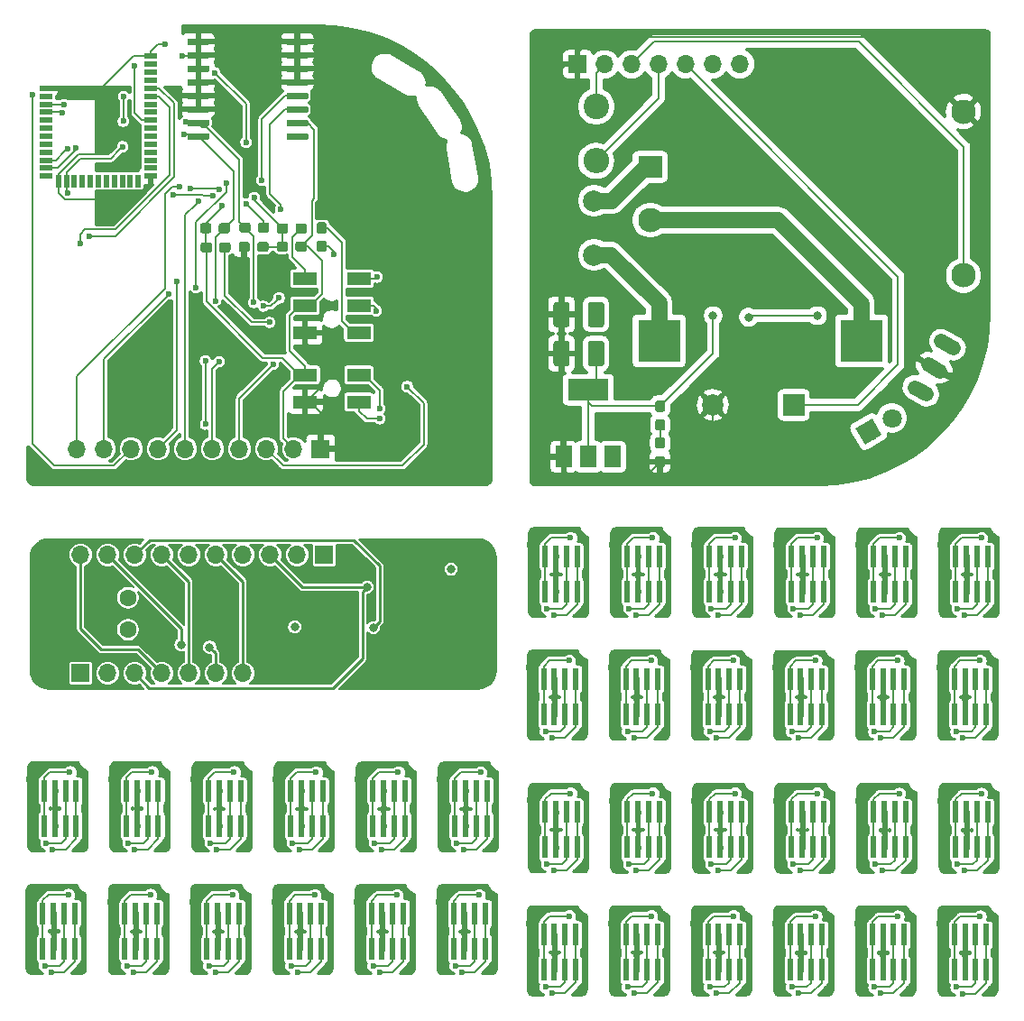
<source format=gtl>
%MOIN*%
%OFA0B0*%
%FSLAX46Y46*%
%IPPOS*%
%LPD*%
%ADD10R,0.066929133858267723X0.066929133858267723*%
%ADD11O,0.066929133858267723X0.066929133858267723*%
%ADD12C,0.062992125984251982*%
%ADD13R,0.047244094488188976X0.01968503937007874*%
%ADD14R,0.01968503937007874X0.047244094488188976*%
%ADD15C,0.0039370078740157488*%
%ADD16C,0.037401574803149609*%
%ADD17R,0.090157480314960639X0.05*%
%ADD18C,0.023622047244094488*%
%ADD19C,0.0905511811023622*%
%ADD20R,0.0905511811023622X0.07874015748031496*%
%ADD21C,0.07874015748031496*%
%ADD22R,0.15748031496062992X0.15748031496062992*%
%ADD23C,0.059055118110236227*%
%ADD24C,0.052000000000000005*%
%ADD25C,0.052000000000000005*%
%ADD26O,0.094488188976377951X0.094488188976377951*%
%ADD27C,0.094488188976377951*%
%ADD28R,0.07874015748031496X0.07874015748031496*%
%ADD29C,0.070866141732283464*%
%ADD30R,0.14960629921259844X0.07874015748031496*%
%ADD31R,0.059055118110236227X0.07874015748031496*%
%ADD32C,0.031496062992125991*%
%ADD33C,0.00984251968503937*%
%ADD34C,0.0078740157480314977*%
%ADD35C,0.059055118110236227*%
%ADD36C,0.011811023622047244*%
%ADD47R,0.01968503937007874X0.07874015748031496*%
%ADD48C,0.023622047244094488*%
%ADD49C,0.0078740157480314977*%
%ADD50C,0.01*%
%ADD51R,0.01968503937007874X0.07874015748031496*%
%ADD52C,0.023622047244094488*%
%ADD53C,0.0078740157480314977*%
%ADD54C,0.01*%
%ADD55R,0.01968503937007874X0.07874015748031496*%
%ADD56C,0.023622047244094488*%
%ADD57C,0.0078740157480314977*%
%ADD58C,0.01*%
D10*
X-0005118110Y0005039370D02*
X0000363070Y0001365275D03*
D11*
X0000463070Y0001365275D03*
X0000563070Y0001365275D03*
X0000663070Y0001365275D03*
X0000763070Y0001365275D03*
X0000863070Y0001365275D03*
X0000963070Y0001365275D03*
X0000363070Y0001803070D03*
X0000463070Y0001803070D03*
X0000563070Y0001803070D03*
X0000663070Y0001803070D03*
X0000763070Y0001803070D03*
X0000863070Y0001803070D03*
X0000963070Y0001803070D03*
X0001063070Y0001803070D03*
X0001163070Y0001803070D03*
D10*
X0001263070Y0001803070D03*
D12*
X0000538543Y0001526811D03*
X0000538543Y0001644921D03*
D13*
X0000621850Y0003645433D03*
X0000621850Y0003615905D03*
X0000621850Y0003586377D03*
X0000621850Y0003556850D03*
X0000621850Y0003527322D03*
X0000621850Y0003497795D03*
X0000621850Y0003468267D03*
X0000621850Y0003438740D03*
X0000621850Y0003409212D03*
X0000621850Y0003379685D03*
X0000621850Y0003350157D03*
X0000621850Y0003320629D03*
X0000621850Y0003291102D03*
X0000621850Y0003261574D03*
X0000621850Y0003232047D03*
X0000621850Y0003202519D03*
D14*
X0000576574Y0003184803D03*
X0000547047Y0003184803D03*
X0000517519Y0003184803D03*
X0000487992Y0003184803D03*
X0000458464Y0003184803D03*
X0000428937Y0003184803D03*
X0000399409Y0003184803D03*
X0000369881Y0003184803D03*
X0000340354Y0003184803D03*
X0000310826Y0003184803D03*
X0000281299Y0003184803D03*
D13*
X0000236023Y0003202519D03*
X0000236023Y0003232047D03*
X0000236023Y0003261574D03*
X0000236023Y0003291102D03*
X0000236023Y0003320629D03*
X0000236023Y0003350157D03*
X0000236023Y0003379685D03*
X0000236023Y0003409212D03*
X0000236023Y0003438740D03*
X0000236023Y0003468267D03*
X0000236023Y0003497795D03*
X0000236023Y0003527322D03*
D15*
G36*
X0000837825Y0003028891D02*
G01*
X0000838733Y0003028757D01*
X0000839623Y0003028534D01*
X0000840487Y0003028225D01*
X0000841317Y0003027832D01*
X0000842104Y0003027361D01*
X0000842841Y0003026814D01*
X0000843521Y0003026198D01*
X0000844137Y0003025518D01*
X0000844683Y0003024781D01*
X0000845155Y0003023994D01*
X0000845548Y0003023164D01*
X0000845857Y0003022300D01*
X0000846080Y0003021410D01*
X0000846214Y0003020503D01*
X0000846259Y0003019586D01*
X0000846259Y0003000885D01*
X0000846214Y0002999969D01*
X0000846080Y0002999061D01*
X0000845857Y0002998171D01*
X0000845548Y0002997307D01*
X0000845155Y0002996478D01*
X0000844683Y0002995691D01*
X0000844137Y0002994954D01*
X0000843521Y0002994274D01*
X0000842841Y0002993657D01*
X0000842104Y0002993111D01*
X0000841317Y0002992639D01*
X0000840487Y0002992247D01*
X0000839623Y0002991938D01*
X0000838733Y0002991715D01*
X0000837825Y0002991580D01*
X0000836909Y0002991535D01*
X0000814271Y0002991535D01*
X0000813355Y0002991580D01*
X0000812447Y0002991715D01*
X0000811557Y0002991938D01*
X0000810693Y0002992247D01*
X0000809863Y0002992639D01*
X0000809076Y0002993111D01*
X0000808339Y0002993657D01*
X0000807659Y0002994274D01*
X0000807043Y0002994954D01*
X0000806497Y0002995691D01*
X0000806025Y0002996478D01*
X0000805632Y0002997307D01*
X0000805323Y0002998171D01*
X0000805100Y0002999061D01*
X0000804966Y0002999969D01*
X0000804921Y0003000885D01*
X0000804921Y0003019586D01*
X0000804966Y0003020503D01*
X0000805100Y0003021410D01*
X0000805323Y0003022300D01*
X0000805632Y0003023164D01*
X0000806025Y0003023994D01*
X0000806497Y0003024781D01*
X0000807043Y0003025518D01*
X0000807659Y0003026198D01*
X0000808339Y0003026814D01*
X0000809076Y0003027361D01*
X0000809863Y0003027832D01*
X0000810693Y0003028225D01*
X0000811557Y0003028534D01*
X0000812447Y0003028757D01*
X0000813355Y0003028891D01*
X0000814271Y0003028937D01*
X0000836909Y0003028937D01*
X0000837825Y0003028891D01*
X0000837825Y0003028891D01*
G37*
D16*
X0000825590Y0003010236D03*
D15*
G36*
X0000906723Y0003028891D02*
G01*
X0000907631Y0003028757D01*
X0000908521Y0003028534D01*
X0000909385Y0003028225D01*
X0000910214Y0003027832D01*
X0000911001Y0003027361D01*
X0000911738Y0003026814D01*
X0000912418Y0003026198D01*
X0000913035Y0003025518D01*
X0000913581Y0003024781D01*
X0000914053Y0003023994D01*
X0000914445Y0003023164D01*
X0000914754Y0003022300D01*
X0000914977Y0003021410D01*
X0000915112Y0003020503D01*
X0000915157Y0003019586D01*
X0000915157Y0003000885D01*
X0000915112Y0002999969D01*
X0000914977Y0002999061D01*
X0000914754Y0002998171D01*
X0000914445Y0002997307D01*
X0000914053Y0002996478D01*
X0000913581Y0002995691D01*
X0000913035Y0002994954D01*
X0000912418Y0002994274D01*
X0000911738Y0002993657D01*
X0000911001Y0002993111D01*
X0000910214Y0002992639D01*
X0000909385Y0002992247D01*
X0000908521Y0002991938D01*
X0000907631Y0002991715D01*
X0000906723Y0002991580D01*
X0000905807Y0002991535D01*
X0000883169Y0002991535D01*
X0000882252Y0002991580D01*
X0000881345Y0002991715D01*
X0000880454Y0002991938D01*
X0000879591Y0002992247D01*
X0000878761Y0002992639D01*
X0000877974Y0002993111D01*
X0000877237Y0002993657D01*
X0000876557Y0002994274D01*
X0000875941Y0002994954D01*
X0000875394Y0002995691D01*
X0000874922Y0002996478D01*
X0000874530Y0002997307D01*
X0000874221Y0002998171D01*
X0000873998Y0002999061D01*
X0000873863Y0002999969D01*
X0000873818Y0003000885D01*
X0000873818Y0003019586D01*
X0000873863Y0003020503D01*
X0000873998Y0003021410D01*
X0000874221Y0003022300D01*
X0000874530Y0003023164D01*
X0000874922Y0003023994D01*
X0000875394Y0003024781D01*
X0000875941Y0003025518D01*
X0000876557Y0003026198D01*
X0000877237Y0003026814D01*
X0000877974Y0003027361D01*
X0000878761Y0003027832D01*
X0000879591Y0003028225D01*
X0000880454Y0003028534D01*
X0000881345Y0003028757D01*
X0000882252Y0003028891D01*
X0000883169Y0003028937D01*
X0000905807Y0003028937D01*
X0000906723Y0003028891D01*
X0000906723Y0003028891D01*
G37*
D16*
X0000894488Y0003010236D03*
D15*
G36*
X0001264400Y0003032317D02*
G01*
X0001265308Y0003032182D01*
X0001266198Y0003031959D01*
X0001267062Y0003031650D01*
X0001267891Y0003031258D01*
X0001268679Y0003030786D01*
X0001269416Y0003030239D01*
X0001270095Y0003029623D01*
X0001270712Y0003028943D01*
X0001271258Y0003028206D01*
X0001271730Y0003027419D01*
X0001272122Y0003026590D01*
X0001272431Y0003025726D01*
X0001272654Y0003024835D01*
X0001272789Y0003023928D01*
X0001272834Y0003023011D01*
X0001272834Y0003000373D01*
X0001272789Y0002999457D01*
X0001272654Y0002998549D01*
X0001272431Y0002997659D01*
X0001272122Y0002996795D01*
X0001271730Y0002995966D01*
X0001271258Y0002995179D01*
X0001270712Y0002994442D01*
X0001270095Y0002993762D01*
X0001269416Y0002993146D01*
X0001268679Y0002992599D01*
X0001267891Y0002992127D01*
X0001267062Y0002991735D01*
X0001266198Y0002991426D01*
X0001265308Y0002991203D01*
X0001264400Y0002991068D01*
X0001263484Y0002991023D01*
X0001244783Y0002991023D01*
X0001243866Y0002991068D01*
X0001242959Y0002991203D01*
X0001242069Y0002991426D01*
X0001241205Y0002991735D01*
X0001240375Y0002992127D01*
X0001239588Y0002992599D01*
X0001238851Y0002993146D01*
X0001238171Y0002993762D01*
X0001237555Y0002994442D01*
X0001237008Y0002995179D01*
X0001236537Y0002995966D01*
X0001236144Y0002996795D01*
X0001235835Y0002997659D01*
X0001235612Y0002998549D01*
X0001235478Y0002999457D01*
X0001235433Y0003000373D01*
X0001235433Y0003023011D01*
X0001235478Y0003023928D01*
X0001235612Y0003024835D01*
X0001235835Y0003025726D01*
X0001236144Y0003026590D01*
X0001236537Y0003027419D01*
X0001237008Y0003028206D01*
X0001237555Y0003028943D01*
X0001238171Y0003029623D01*
X0001238851Y0003030239D01*
X0001239588Y0003030786D01*
X0001240375Y0003031258D01*
X0001241205Y0003031650D01*
X0001242069Y0003031959D01*
X0001242959Y0003032182D01*
X0001243866Y0003032317D01*
X0001244783Y0003032362D01*
X0001263484Y0003032362D01*
X0001264400Y0003032317D01*
X0001264400Y0003032317D01*
G37*
D16*
X0001254133Y0003011692D03*
D15*
G36*
X0001264400Y0002963419D02*
G01*
X0001265308Y0002963284D01*
X0001266198Y0002963061D01*
X0001267062Y0002962752D01*
X0001267891Y0002962360D01*
X0001268679Y0002961888D01*
X0001269416Y0002961342D01*
X0001270095Y0002960725D01*
X0001270712Y0002960045D01*
X0001271258Y0002959308D01*
X0001271730Y0002958521D01*
X0001272122Y0002957692D01*
X0001272431Y0002956828D01*
X0001272654Y0002955938D01*
X0001272789Y0002955030D01*
X0001272834Y0002954114D01*
X0001272834Y0002931476D01*
X0001272789Y0002930559D01*
X0001272654Y0002929652D01*
X0001272431Y0002928762D01*
X0001272122Y0002927898D01*
X0001271730Y0002927068D01*
X0001271258Y0002926281D01*
X0001270712Y0002925544D01*
X0001270095Y0002924864D01*
X0001269416Y0002924248D01*
X0001268679Y0002923701D01*
X0001267891Y0002923230D01*
X0001267062Y0002922837D01*
X0001266198Y0002922528D01*
X0001265308Y0002922305D01*
X0001264400Y0002922170D01*
X0001263484Y0002922125D01*
X0001244783Y0002922125D01*
X0001243866Y0002922170D01*
X0001242959Y0002922305D01*
X0001242069Y0002922528D01*
X0001241205Y0002922837D01*
X0001240375Y0002923230D01*
X0001239588Y0002923701D01*
X0001238851Y0002924248D01*
X0001238171Y0002924864D01*
X0001237555Y0002925544D01*
X0001237008Y0002926281D01*
X0001236537Y0002927068D01*
X0001236144Y0002927898D01*
X0001235835Y0002928762D01*
X0001235612Y0002929652D01*
X0001235478Y0002930559D01*
X0001235433Y0002931476D01*
X0001235433Y0002954114D01*
X0001235478Y0002955030D01*
X0001235612Y0002955938D01*
X0001235835Y0002956828D01*
X0001236144Y0002957692D01*
X0001236537Y0002958521D01*
X0001237008Y0002959308D01*
X0001237555Y0002960045D01*
X0001238171Y0002960725D01*
X0001238851Y0002961342D01*
X0001239588Y0002961888D01*
X0001240375Y0002962360D01*
X0001241205Y0002962752D01*
X0001242069Y0002963061D01*
X0001242959Y0002963284D01*
X0001243866Y0002963419D01*
X0001244783Y0002963464D01*
X0001263484Y0002963464D01*
X0001264400Y0002963419D01*
X0001264400Y0002963419D01*
G37*
D16*
X0001254133Y0002942795D03*
D17*
X0001391338Y0002824094D03*
X0001391338Y0002724094D03*
X0001391338Y0002624094D03*
X0001192519Y0002824094D03*
X0001192519Y0002724094D03*
X0001192519Y0002624094D03*
D15*
G36*
X0000982983Y0003031490D02*
G01*
X0000983891Y0003031355D01*
X0000984781Y0003031132D01*
X0000985645Y0003030823D01*
X0000986474Y0003030431D01*
X0000987261Y0003029959D01*
X0000987998Y0003029412D01*
X0000988678Y0003028796D01*
X0000989294Y0003028116D01*
X0000989841Y0003027379D01*
X0000990313Y0003026592D01*
X0000990705Y0003025763D01*
X0000991014Y0003024899D01*
X0000991237Y0003024009D01*
X0000991372Y0003023101D01*
X0000991417Y0003022185D01*
X0000991417Y0003003484D01*
X0000991372Y0003002567D01*
X0000991237Y0003001660D01*
X0000991014Y0003000769D01*
X0000990705Y0002999905D01*
X0000990313Y0002999076D01*
X0000989841Y0002998289D01*
X0000989294Y0002997552D01*
X0000988678Y0002996872D01*
X0000987998Y0002996256D01*
X0000987261Y0002995709D01*
X0000986474Y0002995237D01*
X0000985645Y0002994845D01*
X0000984781Y0002994536D01*
X0000983891Y0002994313D01*
X0000982983Y0002994178D01*
X0000982066Y0002994133D01*
X0000959429Y0002994133D01*
X0000958512Y0002994178D01*
X0000957604Y0002994313D01*
X0000956714Y0002994536D01*
X0000955850Y0002994845D01*
X0000955021Y0002995237D01*
X0000954234Y0002995709D01*
X0000953497Y0002996256D01*
X0000952817Y0002996872D01*
X0000952201Y0002997552D01*
X0000951654Y0002998289D01*
X0000951182Y0002999076D01*
X0000950790Y0002999905D01*
X0000950481Y0003000769D01*
X0000950258Y0003001660D01*
X0000950123Y0003002567D01*
X0000950078Y0003003484D01*
X0000950078Y0003022185D01*
X0000950123Y0003023101D01*
X0000950258Y0003024009D01*
X0000950481Y0003024899D01*
X0000950790Y0003025763D01*
X0000951182Y0003026592D01*
X0000951654Y0003027379D01*
X0000952201Y0003028116D01*
X0000952817Y0003028796D01*
X0000953497Y0003029412D01*
X0000954234Y0003029959D01*
X0000955021Y0003030431D01*
X0000955850Y0003030823D01*
X0000956714Y0003031132D01*
X0000957604Y0003031355D01*
X0000958512Y0003031490D01*
X0000959429Y0003031535D01*
X0000982066Y0003031535D01*
X0000982983Y0003031490D01*
X0000982983Y0003031490D01*
G37*
D16*
X0000970748Y0003012834D03*
D15*
G36*
X0001051881Y0003031490D02*
G01*
X0001052788Y0003031355D01*
X0001053678Y0003031132D01*
X0001054542Y0003030823D01*
X0001055372Y0003030431D01*
X0001056159Y0003029959D01*
X0001056896Y0003029412D01*
X0001057576Y0003028796D01*
X0001058192Y0003028116D01*
X0001058739Y0003027379D01*
X0001059210Y0003026592D01*
X0001059603Y0003025763D01*
X0001059912Y0003024899D01*
X0001060135Y0003024009D01*
X0001060269Y0003023101D01*
X0001060314Y0003022185D01*
X0001060314Y0003003484D01*
X0001060269Y0003002567D01*
X0001060135Y0003001660D01*
X0001059912Y0003000769D01*
X0001059603Y0002999905D01*
X0001059210Y0002999076D01*
X0001058739Y0002998289D01*
X0001058192Y0002997552D01*
X0001057576Y0002996872D01*
X0001056896Y0002996256D01*
X0001056159Y0002995709D01*
X0001055372Y0002995237D01*
X0001054542Y0002994845D01*
X0001053678Y0002994536D01*
X0001052788Y0002994313D01*
X0001051881Y0002994178D01*
X0001050964Y0002994133D01*
X0001028326Y0002994133D01*
X0001027410Y0002994178D01*
X0001026502Y0002994313D01*
X0001025612Y0002994536D01*
X0001024748Y0002994845D01*
X0001023919Y0002995237D01*
X0001023131Y0002995709D01*
X0001022394Y0002996256D01*
X0001021715Y0002996872D01*
X0001021098Y0002997552D01*
X0001020552Y0002998289D01*
X0001020080Y0002999076D01*
X0001019688Y0002999905D01*
X0001019378Y0003000769D01*
X0001019155Y0003001660D01*
X0001019021Y0003002567D01*
X0001018976Y0003003484D01*
X0001018976Y0003022185D01*
X0001019021Y0003023101D01*
X0001019155Y0003024009D01*
X0001019378Y0003024899D01*
X0001019688Y0003025763D01*
X0001020080Y0003026592D01*
X0001020552Y0003027379D01*
X0001021098Y0003028116D01*
X0001021715Y0003028796D01*
X0001022394Y0003029412D01*
X0001023131Y0003029959D01*
X0001023919Y0003030431D01*
X0001024748Y0003030823D01*
X0001025612Y0003031132D01*
X0001026502Y0003031355D01*
X0001027410Y0003031490D01*
X0001028326Y0003031535D01*
X0001050964Y0003031535D01*
X0001051881Y0003031490D01*
X0001051881Y0003031490D01*
G37*
D16*
X0001039645Y0003012834D03*
D17*
X0001392086Y0002468070D03*
X0001392086Y0002368070D03*
X0001193267Y0002468070D03*
X0001193267Y0002368070D03*
D15*
G36*
X0000840070Y0002958143D02*
G01*
X0000840977Y0002958009D01*
X0000841867Y0002957786D01*
X0000842731Y0002957477D01*
X0000843561Y0002957084D01*
X0000844348Y0002956613D01*
X0000845085Y0002956066D01*
X0000845765Y0002955450D01*
X0000846381Y0002954770D01*
X0000846928Y0002954033D01*
X0000847399Y0002953246D01*
X0000847792Y0002952416D01*
X0000848101Y0002951552D01*
X0000848324Y0002950662D01*
X0000848458Y0002949755D01*
X0000848503Y0002948838D01*
X0000848503Y0002930137D01*
X0000848458Y0002929221D01*
X0000848324Y0002928313D01*
X0000848101Y0002927423D01*
X0000847792Y0002926559D01*
X0000847399Y0002925730D01*
X0000846928Y0002924942D01*
X0000846381Y0002924205D01*
X0000845765Y0002923526D01*
X0000845085Y0002922909D01*
X0000844348Y0002922363D01*
X0000843561Y0002921891D01*
X0000842731Y0002921499D01*
X0000841867Y0002921190D01*
X0000840977Y0002920967D01*
X0000840070Y0002920832D01*
X0000839153Y0002920787D01*
X0000816515Y0002920787D01*
X0000815599Y0002920832D01*
X0000814691Y0002920967D01*
X0000813801Y0002921190D01*
X0000812937Y0002921499D01*
X0000812107Y0002921891D01*
X0000811320Y0002922363D01*
X0000810583Y0002922909D01*
X0000809904Y0002923526D01*
X0000809287Y0002924205D01*
X0000808741Y0002924942D01*
X0000808269Y0002925730D01*
X0000807877Y0002926559D01*
X0000807567Y0002927423D01*
X0000807345Y0002928313D01*
X0000807210Y0002929221D01*
X0000807165Y0002930137D01*
X0000807165Y0002948838D01*
X0000807210Y0002949755D01*
X0000807345Y0002950662D01*
X0000807567Y0002951552D01*
X0000807877Y0002952416D01*
X0000808269Y0002953246D01*
X0000808741Y0002954033D01*
X0000809287Y0002954770D01*
X0000809904Y0002955450D01*
X0000810583Y0002956066D01*
X0000811320Y0002956613D01*
X0000812107Y0002957084D01*
X0000812937Y0002957477D01*
X0000813801Y0002957786D01*
X0000814691Y0002958009D01*
X0000815599Y0002958143D01*
X0000816515Y0002958188D01*
X0000839153Y0002958188D01*
X0000840070Y0002958143D01*
X0000840070Y0002958143D01*
G37*
D16*
X0000827834Y0002939488D03*
D15*
G36*
X0000908967Y0002958143D02*
G01*
X0000909875Y0002958009D01*
X0000910765Y0002957786D01*
X0000911629Y0002957477D01*
X0000912458Y0002957084D01*
X0000913245Y0002956613D01*
X0000913982Y0002956066D01*
X0000914662Y0002955450D01*
X0000915279Y0002954770D01*
X0000915825Y0002954033D01*
X0000916297Y0002953246D01*
X0000916689Y0002952416D01*
X0000916998Y0002951552D01*
X0000917221Y0002950662D01*
X0000917356Y0002949755D01*
X0000917401Y0002948838D01*
X0000917401Y0002930137D01*
X0000917356Y0002929221D01*
X0000917221Y0002928313D01*
X0000916998Y0002927423D01*
X0000916689Y0002926559D01*
X0000916297Y0002925730D01*
X0000915825Y0002924942D01*
X0000915279Y0002924205D01*
X0000914662Y0002923526D01*
X0000913982Y0002922909D01*
X0000913245Y0002922363D01*
X0000912458Y0002921891D01*
X0000911629Y0002921499D01*
X0000910765Y0002921190D01*
X0000909875Y0002920967D01*
X0000908967Y0002920832D01*
X0000908051Y0002920787D01*
X0000885413Y0002920787D01*
X0000884496Y0002920832D01*
X0000883589Y0002920967D01*
X0000882699Y0002921190D01*
X0000881835Y0002921499D01*
X0000881005Y0002921891D01*
X0000880218Y0002922363D01*
X0000879481Y0002922909D01*
X0000878801Y0002923526D01*
X0000878185Y0002924205D01*
X0000877638Y0002924942D01*
X0000877167Y0002925730D01*
X0000876774Y0002926559D01*
X0000876465Y0002927423D01*
X0000876242Y0002928313D01*
X0000876107Y0002929221D01*
X0000876062Y0002930137D01*
X0000876062Y0002948838D01*
X0000876107Y0002949755D01*
X0000876242Y0002950662D01*
X0000876465Y0002951552D01*
X0000876774Y0002952416D01*
X0000877167Y0002953246D01*
X0000877638Y0002954033D01*
X0000878185Y0002954770D01*
X0000878801Y0002955450D01*
X0000879481Y0002956066D01*
X0000880218Y0002956613D01*
X0000881005Y0002957084D01*
X0000881835Y0002957477D01*
X0000882699Y0002957786D01*
X0000883589Y0002958009D01*
X0000884496Y0002958143D01*
X0000885413Y0002958188D01*
X0000908051Y0002958188D01*
X0000908967Y0002958143D01*
X0000908967Y0002958143D01*
G37*
D16*
X0000896732Y0002939488D03*
D15*
G36*
X0001199515Y0003361428D02*
G01*
X0001200089Y0003361343D01*
X0001200651Y0003361202D01*
X0001201196Y0003361007D01*
X0001201720Y0003360759D01*
X0001202217Y0003360461D01*
X0001202683Y0003360116D01*
X0001203112Y0003359727D01*
X0001203502Y0003359297D01*
X0001203847Y0003358832D01*
X0001204145Y0003358335D01*
X0001204392Y0003357811D01*
X0001204588Y0003357265D01*
X0001204729Y0003356703D01*
X0001204814Y0003356130D01*
X0001204842Y0003355551D01*
X0001204842Y0003343740D01*
X0001204814Y0003343161D01*
X0001204729Y0003342588D01*
X0001204588Y0003342025D01*
X0001204392Y0003341480D01*
X0001204145Y0003340956D01*
X0001203847Y0003340459D01*
X0001203502Y0003339993D01*
X0001203112Y0003339564D01*
X0001202683Y0003339175D01*
X0001202217Y0003338829D01*
X0001201720Y0003338531D01*
X0001201196Y0003338284D01*
X0001200651Y0003338088D01*
X0001200089Y0003337948D01*
X0001199515Y0003337863D01*
X0001198937Y0003337834D01*
X0001130039Y0003337834D01*
X0001129460Y0003337863D01*
X0001128887Y0003337948D01*
X0001128325Y0003338088D01*
X0001127779Y0003338284D01*
X0001127255Y0003338531D01*
X0001126758Y0003338829D01*
X0001126292Y0003339175D01*
X0001125863Y0003339564D01*
X0001125474Y0003339993D01*
X0001125129Y0003340459D01*
X0001124831Y0003340956D01*
X0001124583Y0003341480D01*
X0001124388Y0003342025D01*
X0001124247Y0003342588D01*
X0001124162Y0003343161D01*
X0001124133Y0003343740D01*
X0001124133Y0003355551D01*
X0001124162Y0003356130D01*
X0001124247Y0003356703D01*
X0001124388Y0003357265D01*
X0001124583Y0003357811D01*
X0001124831Y0003358335D01*
X0001125129Y0003358832D01*
X0001125474Y0003359297D01*
X0001125863Y0003359727D01*
X0001126292Y0003360116D01*
X0001126758Y0003360461D01*
X0001127255Y0003360759D01*
X0001127779Y0003361007D01*
X0001128325Y0003361202D01*
X0001128887Y0003361343D01*
X0001129460Y0003361428D01*
X0001130039Y0003361456D01*
X0001198937Y0003361456D01*
X0001199515Y0003361428D01*
X0001199515Y0003361428D01*
G37*
D18*
X0001164488Y0003349645D03*
D15*
G36*
X0001199515Y0003411428D02*
G01*
X0001200089Y0003411343D01*
X0001200651Y0003411202D01*
X0001201196Y0003411007D01*
X0001201720Y0003410759D01*
X0001202217Y0003410461D01*
X0001202683Y0003410116D01*
X0001203112Y0003409727D01*
X0001203502Y0003409297D01*
X0001203847Y0003408832D01*
X0001204145Y0003408335D01*
X0001204392Y0003407811D01*
X0001204588Y0003407265D01*
X0001204729Y0003406703D01*
X0001204814Y0003406130D01*
X0001204842Y0003405551D01*
X0001204842Y0003393740D01*
X0001204814Y0003393161D01*
X0001204729Y0003392588D01*
X0001204588Y0003392025D01*
X0001204392Y0003391480D01*
X0001204145Y0003390956D01*
X0001203847Y0003390459D01*
X0001203502Y0003389993D01*
X0001203112Y0003389564D01*
X0001202683Y0003389175D01*
X0001202217Y0003388829D01*
X0001201720Y0003388531D01*
X0001201196Y0003388284D01*
X0001200651Y0003388088D01*
X0001200089Y0003387948D01*
X0001199515Y0003387863D01*
X0001198937Y0003387834D01*
X0001130039Y0003387834D01*
X0001129460Y0003387863D01*
X0001128887Y0003387948D01*
X0001128325Y0003388088D01*
X0001127779Y0003388284D01*
X0001127255Y0003388531D01*
X0001126758Y0003388829D01*
X0001126292Y0003389175D01*
X0001125863Y0003389564D01*
X0001125474Y0003389993D01*
X0001125129Y0003390459D01*
X0001124831Y0003390956D01*
X0001124583Y0003391480D01*
X0001124388Y0003392025D01*
X0001124247Y0003392588D01*
X0001124162Y0003393161D01*
X0001124133Y0003393740D01*
X0001124133Y0003405551D01*
X0001124162Y0003406130D01*
X0001124247Y0003406703D01*
X0001124388Y0003407265D01*
X0001124583Y0003407811D01*
X0001124831Y0003408335D01*
X0001125129Y0003408832D01*
X0001125474Y0003409297D01*
X0001125863Y0003409727D01*
X0001126292Y0003410116D01*
X0001126758Y0003410461D01*
X0001127255Y0003410759D01*
X0001127779Y0003411007D01*
X0001128325Y0003411202D01*
X0001128887Y0003411343D01*
X0001129460Y0003411428D01*
X0001130039Y0003411456D01*
X0001198937Y0003411456D01*
X0001199515Y0003411428D01*
X0001199515Y0003411428D01*
G37*
D18*
X0001164488Y0003399645D03*
D15*
G36*
X0001199515Y0003461428D02*
G01*
X0001200089Y0003461343D01*
X0001200651Y0003461202D01*
X0001201196Y0003461007D01*
X0001201720Y0003460759D01*
X0001202217Y0003460461D01*
X0001202683Y0003460116D01*
X0001203112Y0003459727D01*
X0001203502Y0003459297D01*
X0001203847Y0003458832D01*
X0001204145Y0003458335D01*
X0001204392Y0003457811D01*
X0001204588Y0003457265D01*
X0001204729Y0003456703D01*
X0001204814Y0003456130D01*
X0001204842Y0003455551D01*
X0001204842Y0003443740D01*
X0001204814Y0003443161D01*
X0001204729Y0003442587D01*
X0001204588Y0003442025D01*
X0001204392Y0003441480D01*
X0001204145Y0003440956D01*
X0001203847Y0003440459D01*
X0001203502Y0003439993D01*
X0001203112Y0003439564D01*
X0001202683Y0003439175D01*
X0001202217Y0003438829D01*
X0001201720Y0003438531D01*
X0001201196Y0003438284D01*
X0001200651Y0003438088D01*
X0001200089Y0003437948D01*
X0001199515Y0003437863D01*
X0001198937Y0003437834D01*
X0001130039Y0003437834D01*
X0001129460Y0003437863D01*
X0001128887Y0003437948D01*
X0001128325Y0003438088D01*
X0001127779Y0003438284D01*
X0001127255Y0003438531D01*
X0001126758Y0003438829D01*
X0001126292Y0003439175D01*
X0001125863Y0003439564D01*
X0001125474Y0003439993D01*
X0001125129Y0003440459D01*
X0001124831Y0003440956D01*
X0001124583Y0003441480D01*
X0001124388Y0003442025D01*
X0001124247Y0003442587D01*
X0001124162Y0003443161D01*
X0001124133Y0003443740D01*
X0001124133Y0003455551D01*
X0001124162Y0003456130D01*
X0001124247Y0003456703D01*
X0001124388Y0003457265D01*
X0001124583Y0003457811D01*
X0001124831Y0003458335D01*
X0001125129Y0003458832D01*
X0001125474Y0003459297D01*
X0001125863Y0003459727D01*
X0001126292Y0003460116D01*
X0001126758Y0003460461D01*
X0001127255Y0003460759D01*
X0001127779Y0003461007D01*
X0001128325Y0003461202D01*
X0001128887Y0003461343D01*
X0001129460Y0003461428D01*
X0001130039Y0003461456D01*
X0001198937Y0003461456D01*
X0001199515Y0003461428D01*
X0001199515Y0003461428D01*
G37*
D18*
X0001164488Y0003449645D03*
D15*
G36*
X0001199515Y0003511428D02*
G01*
X0001200089Y0003511343D01*
X0001200651Y0003511202D01*
X0001201196Y0003511007D01*
X0001201720Y0003510759D01*
X0001202217Y0003510461D01*
X0001202683Y0003510116D01*
X0001203112Y0003509727D01*
X0001203502Y0003509297D01*
X0001203847Y0003508832D01*
X0001204145Y0003508335D01*
X0001204392Y0003507811D01*
X0001204588Y0003507265D01*
X0001204729Y0003506703D01*
X0001204814Y0003506130D01*
X0001204842Y0003505551D01*
X0001204842Y0003493740D01*
X0001204814Y0003493161D01*
X0001204729Y0003492588D01*
X0001204588Y0003492025D01*
X0001204392Y0003491480D01*
X0001204145Y0003490956D01*
X0001203847Y0003490459D01*
X0001203502Y0003489993D01*
X0001203112Y0003489564D01*
X0001202683Y0003489175D01*
X0001202217Y0003488829D01*
X0001201720Y0003488531D01*
X0001201196Y0003488284D01*
X0001200651Y0003488088D01*
X0001200089Y0003487948D01*
X0001199515Y0003487863D01*
X0001198937Y0003487834D01*
X0001130039Y0003487834D01*
X0001129460Y0003487863D01*
X0001128887Y0003487948D01*
X0001128325Y0003488088D01*
X0001127779Y0003488284D01*
X0001127255Y0003488531D01*
X0001126758Y0003488829D01*
X0001126292Y0003489175D01*
X0001125863Y0003489564D01*
X0001125474Y0003489993D01*
X0001125129Y0003490459D01*
X0001124831Y0003490956D01*
X0001124583Y0003491480D01*
X0001124388Y0003492025D01*
X0001124247Y0003492588D01*
X0001124162Y0003493161D01*
X0001124133Y0003493740D01*
X0001124133Y0003505551D01*
X0001124162Y0003506130D01*
X0001124247Y0003506703D01*
X0001124388Y0003507265D01*
X0001124583Y0003507811D01*
X0001124831Y0003508335D01*
X0001125129Y0003508832D01*
X0001125474Y0003509297D01*
X0001125863Y0003509727D01*
X0001126292Y0003510116D01*
X0001126758Y0003510461D01*
X0001127255Y0003510759D01*
X0001127779Y0003511007D01*
X0001128325Y0003511202D01*
X0001128887Y0003511343D01*
X0001129460Y0003511428D01*
X0001130039Y0003511456D01*
X0001198937Y0003511456D01*
X0001199515Y0003511428D01*
X0001199515Y0003511428D01*
G37*
D18*
X0001164488Y0003499645D03*
D15*
G36*
X0001199515Y0003561428D02*
G01*
X0001200089Y0003561343D01*
X0001200651Y0003561202D01*
X0001201196Y0003561007D01*
X0001201720Y0003560759D01*
X0001202217Y0003560461D01*
X0001202683Y0003560116D01*
X0001203112Y0003559727D01*
X0001203502Y0003559297D01*
X0001203847Y0003558832D01*
X0001204145Y0003558335D01*
X0001204392Y0003557811D01*
X0001204588Y0003557265D01*
X0001204729Y0003556703D01*
X0001204814Y0003556130D01*
X0001204842Y0003555551D01*
X0001204842Y0003543740D01*
X0001204814Y0003543161D01*
X0001204729Y0003542588D01*
X0001204588Y0003542025D01*
X0001204392Y0003541480D01*
X0001204145Y0003540956D01*
X0001203847Y0003540459D01*
X0001203502Y0003539993D01*
X0001203112Y0003539564D01*
X0001202683Y0003539175D01*
X0001202217Y0003538829D01*
X0001201720Y0003538531D01*
X0001201196Y0003538284D01*
X0001200651Y0003538088D01*
X0001200089Y0003537948D01*
X0001199515Y0003537863D01*
X0001198937Y0003537834D01*
X0001130039Y0003537834D01*
X0001129460Y0003537863D01*
X0001128887Y0003537948D01*
X0001128325Y0003538088D01*
X0001127779Y0003538284D01*
X0001127255Y0003538531D01*
X0001126758Y0003538829D01*
X0001126292Y0003539175D01*
X0001125863Y0003539564D01*
X0001125474Y0003539993D01*
X0001125129Y0003540459D01*
X0001124831Y0003540956D01*
X0001124583Y0003541480D01*
X0001124388Y0003542025D01*
X0001124247Y0003542588D01*
X0001124162Y0003543161D01*
X0001124133Y0003543740D01*
X0001124133Y0003555551D01*
X0001124162Y0003556130D01*
X0001124247Y0003556703D01*
X0001124388Y0003557265D01*
X0001124583Y0003557811D01*
X0001124831Y0003558335D01*
X0001125129Y0003558832D01*
X0001125474Y0003559297D01*
X0001125863Y0003559727D01*
X0001126292Y0003560116D01*
X0001126758Y0003560461D01*
X0001127255Y0003560759D01*
X0001127779Y0003561007D01*
X0001128325Y0003561202D01*
X0001128887Y0003561343D01*
X0001129460Y0003561428D01*
X0001130039Y0003561456D01*
X0001198937Y0003561456D01*
X0001199515Y0003561428D01*
X0001199515Y0003561428D01*
G37*
D18*
X0001164488Y0003549645D03*
D15*
G36*
X0001199515Y0003611428D02*
G01*
X0001200089Y0003611343D01*
X0001200651Y0003611202D01*
X0001201196Y0003611007D01*
X0001201720Y0003610759D01*
X0001202217Y0003610461D01*
X0001202683Y0003610116D01*
X0001203112Y0003609727D01*
X0001203502Y0003609297D01*
X0001203847Y0003608832D01*
X0001204145Y0003608335D01*
X0001204392Y0003607811D01*
X0001204588Y0003607265D01*
X0001204729Y0003606703D01*
X0001204814Y0003606130D01*
X0001204842Y0003605551D01*
X0001204842Y0003593740D01*
X0001204814Y0003593161D01*
X0001204729Y0003592588D01*
X0001204588Y0003592025D01*
X0001204392Y0003591480D01*
X0001204145Y0003590956D01*
X0001203847Y0003590459D01*
X0001203502Y0003589993D01*
X0001203112Y0003589564D01*
X0001202683Y0003589175D01*
X0001202217Y0003588829D01*
X0001201720Y0003588531D01*
X0001201196Y0003588284D01*
X0001200651Y0003588088D01*
X0001200089Y0003587948D01*
X0001199515Y0003587863D01*
X0001198937Y0003587834D01*
X0001130039Y0003587834D01*
X0001129460Y0003587863D01*
X0001128887Y0003587948D01*
X0001128325Y0003588088D01*
X0001127779Y0003588284D01*
X0001127255Y0003588531D01*
X0001126758Y0003588829D01*
X0001126292Y0003589175D01*
X0001125863Y0003589564D01*
X0001125474Y0003589993D01*
X0001125129Y0003590459D01*
X0001124831Y0003590956D01*
X0001124583Y0003591480D01*
X0001124388Y0003592025D01*
X0001124247Y0003592588D01*
X0001124162Y0003593161D01*
X0001124133Y0003593740D01*
X0001124133Y0003605551D01*
X0001124162Y0003606130D01*
X0001124247Y0003606703D01*
X0001124388Y0003607265D01*
X0001124583Y0003607811D01*
X0001124831Y0003608335D01*
X0001125129Y0003608832D01*
X0001125474Y0003609297D01*
X0001125863Y0003609727D01*
X0001126292Y0003610116D01*
X0001126758Y0003610461D01*
X0001127255Y0003610759D01*
X0001127779Y0003611007D01*
X0001128325Y0003611202D01*
X0001128887Y0003611343D01*
X0001129460Y0003611428D01*
X0001130039Y0003611456D01*
X0001198937Y0003611456D01*
X0001199515Y0003611428D01*
X0001199515Y0003611428D01*
G37*
D18*
X0001164488Y0003599645D03*
D15*
G36*
X0001199515Y0003661428D02*
G01*
X0001200089Y0003661343D01*
X0001200651Y0003661202D01*
X0001201196Y0003661007D01*
X0001201720Y0003660759D01*
X0001202217Y0003660461D01*
X0001202683Y0003660116D01*
X0001203112Y0003659727D01*
X0001203502Y0003659297D01*
X0001203847Y0003658832D01*
X0001204145Y0003658335D01*
X0001204392Y0003657811D01*
X0001204588Y0003657265D01*
X0001204729Y0003656703D01*
X0001204814Y0003656130D01*
X0001204842Y0003655551D01*
X0001204842Y0003643740D01*
X0001204814Y0003643161D01*
X0001204729Y0003642588D01*
X0001204588Y0003642025D01*
X0001204392Y0003641480D01*
X0001204145Y0003640956D01*
X0001203847Y0003640459D01*
X0001203502Y0003639993D01*
X0001203112Y0003639564D01*
X0001202683Y0003639175D01*
X0001202217Y0003638829D01*
X0001201720Y0003638531D01*
X0001201196Y0003638284D01*
X0001200651Y0003638088D01*
X0001200089Y0003637948D01*
X0001199515Y0003637863D01*
X0001198937Y0003637834D01*
X0001130039Y0003637834D01*
X0001129460Y0003637863D01*
X0001128887Y0003637948D01*
X0001128325Y0003638088D01*
X0001127779Y0003638284D01*
X0001127255Y0003638531D01*
X0001126758Y0003638829D01*
X0001126292Y0003639175D01*
X0001125863Y0003639564D01*
X0001125474Y0003639993D01*
X0001125129Y0003640459D01*
X0001124831Y0003640956D01*
X0001124583Y0003641480D01*
X0001124388Y0003642025D01*
X0001124247Y0003642588D01*
X0001124162Y0003643161D01*
X0001124133Y0003643740D01*
X0001124133Y0003655551D01*
X0001124162Y0003656130D01*
X0001124247Y0003656703D01*
X0001124388Y0003657265D01*
X0001124583Y0003657811D01*
X0001124831Y0003658335D01*
X0001125129Y0003658832D01*
X0001125474Y0003659297D01*
X0001125863Y0003659727D01*
X0001126292Y0003660116D01*
X0001126758Y0003660461D01*
X0001127255Y0003660759D01*
X0001127779Y0003661007D01*
X0001128325Y0003661202D01*
X0001128887Y0003661343D01*
X0001129460Y0003661428D01*
X0001130039Y0003661456D01*
X0001198937Y0003661456D01*
X0001199515Y0003661428D01*
X0001199515Y0003661428D01*
G37*
D18*
X0001164488Y0003649645D03*
D15*
G36*
X0001199515Y0003711428D02*
G01*
X0001200089Y0003711343D01*
X0001200651Y0003711202D01*
X0001201196Y0003711007D01*
X0001201720Y0003710759D01*
X0001202217Y0003710461D01*
X0001202683Y0003710116D01*
X0001203112Y0003709727D01*
X0001203502Y0003709297D01*
X0001203847Y0003708832D01*
X0001204145Y0003708335D01*
X0001204392Y0003707811D01*
X0001204588Y0003707265D01*
X0001204729Y0003706703D01*
X0001204814Y0003706130D01*
X0001204842Y0003705551D01*
X0001204842Y0003693740D01*
X0001204814Y0003693161D01*
X0001204729Y0003692588D01*
X0001204588Y0003692025D01*
X0001204392Y0003691480D01*
X0001204145Y0003690956D01*
X0001203847Y0003690459D01*
X0001203502Y0003689993D01*
X0001203112Y0003689564D01*
X0001202683Y0003689175D01*
X0001202217Y0003688829D01*
X0001201720Y0003688531D01*
X0001201196Y0003688284D01*
X0001200651Y0003688088D01*
X0001200089Y0003687948D01*
X0001199515Y0003687863D01*
X0001198937Y0003687834D01*
X0001130039Y0003687834D01*
X0001129460Y0003687863D01*
X0001128887Y0003687948D01*
X0001128325Y0003688088D01*
X0001127779Y0003688284D01*
X0001127255Y0003688531D01*
X0001126758Y0003688829D01*
X0001126292Y0003689175D01*
X0001125863Y0003689564D01*
X0001125474Y0003689993D01*
X0001125129Y0003690459D01*
X0001124831Y0003690956D01*
X0001124583Y0003691480D01*
X0001124388Y0003692025D01*
X0001124247Y0003692588D01*
X0001124162Y0003693161D01*
X0001124133Y0003693740D01*
X0001124133Y0003705551D01*
X0001124162Y0003706130D01*
X0001124247Y0003706703D01*
X0001124388Y0003707265D01*
X0001124583Y0003707811D01*
X0001124831Y0003708335D01*
X0001125129Y0003708832D01*
X0001125474Y0003709297D01*
X0001125863Y0003709727D01*
X0001126292Y0003710116D01*
X0001126758Y0003710461D01*
X0001127255Y0003710759D01*
X0001127779Y0003711007D01*
X0001128325Y0003711202D01*
X0001128887Y0003711343D01*
X0001129460Y0003711428D01*
X0001130039Y0003711456D01*
X0001198937Y0003711456D01*
X0001199515Y0003711428D01*
X0001199515Y0003711428D01*
G37*
D18*
X0001164488Y0003699645D03*
D15*
G36*
X0000833374Y0003711428D02*
G01*
X0000833947Y0003711343D01*
X0000834509Y0003711202D01*
X0000835055Y0003711007D01*
X0000835579Y0003710759D01*
X0000836076Y0003710461D01*
X0000836541Y0003710116D01*
X0000836971Y0003709727D01*
X0000837360Y0003709297D01*
X0000837705Y0003708832D01*
X0000838003Y0003708335D01*
X0000838251Y0003707811D01*
X0000838446Y0003707265D01*
X0000838587Y0003706703D01*
X0000838672Y0003706130D01*
X0000838700Y0003705551D01*
X0000838700Y0003693740D01*
X0000838672Y0003693161D01*
X0000838587Y0003692588D01*
X0000838446Y0003692025D01*
X0000838251Y0003691480D01*
X0000838003Y0003690956D01*
X0000837705Y0003690459D01*
X0000837360Y0003689993D01*
X0000836971Y0003689564D01*
X0000836541Y0003689175D01*
X0000836076Y0003688829D01*
X0000835579Y0003688531D01*
X0000835055Y0003688284D01*
X0000834509Y0003688088D01*
X0000833947Y0003687948D01*
X0000833374Y0003687863D01*
X0000832795Y0003687834D01*
X0000763897Y0003687834D01*
X0000763318Y0003687863D01*
X0000762745Y0003687948D01*
X0000762183Y0003688088D01*
X0000761637Y0003688284D01*
X0000761113Y0003688531D01*
X0000760616Y0003688829D01*
X0000760151Y0003689175D01*
X0000759721Y0003689564D01*
X0000759332Y0003689993D01*
X0000758987Y0003690459D01*
X0000758689Y0003690956D01*
X0000758441Y0003691480D01*
X0000758246Y0003692025D01*
X0000758105Y0003692588D01*
X0000758020Y0003693161D01*
X0000757992Y0003693740D01*
X0000757992Y0003705551D01*
X0000758020Y0003706130D01*
X0000758105Y0003706703D01*
X0000758246Y0003707265D01*
X0000758441Y0003707811D01*
X0000758689Y0003708335D01*
X0000758987Y0003708832D01*
X0000759332Y0003709297D01*
X0000759721Y0003709727D01*
X0000760151Y0003710116D01*
X0000760616Y0003710461D01*
X0000761113Y0003710759D01*
X0000761637Y0003711007D01*
X0000762183Y0003711202D01*
X0000762745Y0003711343D01*
X0000763318Y0003711428D01*
X0000763897Y0003711456D01*
X0000832795Y0003711456D01*
X0000833374Y0003711428D01*
X0000833374Y0003711428D01*
G37*
D18*
X0000798346Y0003699645D03*
D15*
G36*
X0000833374Y0003661428D02*
G01*
X0000833947Y0003661343D01*
X0000834509Y0003661202D01*
X0000835055Y0003661007D01*
X0000835579Y0003660759D01*
X0000836076Y0003660461D01*
X0000836541Y0003660116D01*
X0000836971Y0003659727D01*
X0000837360Y0003659297D01*
X0000837705Y0003658832D01*
X0000838003Y0003658335D01*
X0000838251Y0003657811D01*
X0000838446Y0003657265D01*
X0000838587Y0003656703D01*
X0000838672Y0003656130D01*
X0000838700Y0003655551D01*
X0000838700Y0003643740D01*
X0000838672Y0003643161D01*
X0000838587Y0003642588D01*
X0000838446Y0003642025D01*
X0000838251Y0003641480D01*
X0000838003Y0003640956D01*
X0000837705Y0003640459D01*
X0000837360Y0003639993D01*
X0000836971Y0003639564D01*
X0000836541Y0003639175D01*
X0000836076Y0003638829D01*
X0000835579Y0003638531D01*
X0000835055Y0003638284D01*
X0000834509Y0003638088D01*
X0000833947Y0003637948D01*
X0000833374Y0003637863D01*
X0000832795Y0003637834D01*
X0000763897Y0003637834D01*
X0000763318Y0003637863D01*
X0000762745Y0003637948D01*
X0000762183Y0003638088D01*
X0000761637Y0003638284D01*
X0000761113Y0003638531D01*
X0000760616Y0003638829D01*
X0000760151Y0003639175D01*
X0000759721Y0003639564D01*
X0000759332Y0003639993D01*
X0000758987Y0003640459D01*
X0000758689Y0003640956D01*
X0000758441Y0003641480D01*
X0000758246Y0003642025D01*
X0000758105Y0003642588D01*
X0000758020Y0003643161D01*
X0000757992Y0003643740D01*
X0000757992Y0003655551D01*
X0000758020Y0003656130D01*
X0000758105Y0003656703D01*
X0000758246Y0003657265D01*
X0000758441Y0003657811D01*
X0000758689Y0003658335D01*
X0000758987Y0003658832D01*
X0000759332Y0003659297D01*
X0000759721Y0003659727D01*
X0000760151Y0003660116D01*
X0000760616Y0003660461D01*
X0000761113Y0003660759D01*
X0000761637Y0003661007D01*
X0000762183Y0003661202D01*
X0000762745Y0003661343D01*
X0000763318Y0003661428D01*
X0000763897Y0003661456D01*
X0000832795Y0003661456D01*
X0000833374Y0003661428D01*
X0000833374Y0003661428D01*
G37*
D18*
X0000798346Y0003649645D03*
D15*
G36*
X0000833374Y0003611428D02*
G01*
X0000833947Y0003611343D01*
X0000834509Y0003611202D01*
X0000835055Y0003611007D01*
X0000835579Y0003610759D01*
X0000836076Y0003610461D01*
X0000836541Y0003610116D01*
X0000836971Y0003609727D01*
X0000837360Y0003609297D01*
X0000837705Y0003608832D01*
X0000838003Y0003608335D01*
X0000838251Y0003607811D01*
X0000838446Y0003607265D01*
X0000838587Y0003606703D01*
X0000838672Y0003606130D01*
X0000838700Y0003605551D01*
X0000838700Y0003593740D01*
X0000838672Y0003593161D01*
X0000838587Y0003592588D01*
X0000838446Y0003592025D01*
X0000838251Y0003591480D01*
X0000838003Y0003590956D01*
X0000837705Y0003590459D01*
X0000837360Y0003589993D01*
X0000836971Y0003589564D01*
X0000836541Y0003589175D01*
X0000836076Y0003588829D01*
X0000835579Y0003588531D01*
X0000835055Y0003588284D01*
X0000834509Y0003588088D01*
X0000833947Y0003587948D01*
X0000833374Y0003587863D01*
X0000832795Y0003587834D01*
X0000763897Y0003587834D01*
X0000763318Y0003587863D01*
X0000762745Y0003587948D01*
X0000762183Y0003588088D01*
X0000761637Y0003588284D01*
X0000761113Y0003588531D01*
X0000760616Y0003588829D01*
X0000760151Y0003589175D01*
X0000759721Y0003589564D01*
X0000759332Y0003589993D01*
X0000758987Y0003590459D01*
X0000758689Y0003590956D01*
X0000758441Y0003591480D01*
X0000758246Y0003592025D01*
X0000758105Y0003592588D01*
X0000758020Y0003593161D01*
X0000757992Y0003593740D01*
X0000757992Y0003605551D01*
X0000758020Y0003606130D01*
X0000758105Y0003606703D01*
X0000758246Y0003607265D01*
X0000758441Y0003607811D01*
X0000758689Y0003608335D01*
X0000758987Y0003608832D01*
X0000759332Y0003609297D01*
X0000759721Y0003609727D01*
X0000760151Y0003610116D01*
X0000760616Y0003610461D01*
X0000761113Y0003610759D01*
X0000761637Y0003611007D01*
X0000762183Y0003611202D01*
X0000762745Y0003611343D01*
X0000763318Y0003611428D01*
X0000763897Y0003611456D01*
X0000832795Y0003611456D01*
X0000833374Y0003611428D01*
X0000833374Y0003611428D01*
G37*
D18*
X0000798346Y0003599645D03*
D15*
G36*
X0000833374Y0003561428D02*
G01*
X0000833947Y0003561343D01*
X0000834509Y0003561202D01*
X0000835055Y0003561007D01*
X0000835579Y0003560759D01*
X0000836076Y0003560461D01*
X0000836541Y0003560116D01*
X0000836971Y0003559727D01*
X0000837360Y0003559297D01*
X0000837705Y0003558832D01*
X0000838003Y0003558335D01*
X0000838251Y0003557811D01*
X0000838446Y0003557265D01*
X0000838587Y0003556703D01*
X0000838672Y0003556130D01*
X0000838700Y0003555551D01*
X0000838700Y0003543740D01*
X0000838672Y0003543161D01*
X0000838587Y0003542588D01*
X0000838446Y0003542025D01*
X0000838251Y0003541480D01*
X0000838003Y0003540956D01*
X0000837705Y0003540459D01*
X0000837360Y0003539993D01*
X0000836971Y0003539564D01*
X0000836541Y0003539175D01*
X0000836076Y0003538829D01*
X0000835579Y0003538531D01*
X0000835055Y0003538284D01*
X0000834509Y0003538088D01*
X0000833947Y0003537948D01*
X0000833374Y0003537863D01*
X0000832795Y0003537834D01*
X0000763897Y0003537834D01*
X0000763318Y0003537863D01*
X0000762745Y0003537948D01*
X0000762183Y0003538088D01*
X0000761637Y0003538284D01*
X0000761113Y0003538531D01*
X0000760616Y0003538829D01*
X0000760151Y0003539175D01*
X0000759721Y0003539564D01*
X0000759332Y0003539993D01*
X0000758987Y0003540459D01*
X0000758689Y0003540956D01*
X0000758441Y0003541480D01*
X0000758246Y0003542025D01*
X0000758105Y0003542588D01*
X0000758020Y0003543161D01*
X0000757992Y0003543740D01*
X0000757992Y0003555551D01*
X0000758020Y0003556130D01*
X0000758105Y0003556703D01*
X0000758246Y0003557265D01*
X0000758441Y0003557811D01*
X0000758689Y0003558335D01*
X0000758987Y0003558832D01*
X0000759332Y0003559297D01*
X0000759721Y0003559727D01*
X0000760151Y0003560116D01*
X0000760616Y0003560461D01*
X0000761113Y0003560759D01*
X0000761637Y0003561007D01*
X0000762183Y0003561202D01*
X0000762745Y0003561343D01*
X0000763318Y0003561428D01*
X0000763897Y0003561456D01*
X0000832795Y0003561456D01*
X0000833374Y0003561428D01*
X0000833374Y0003561428D01*
G37*
D18*
X0000798346Y0003549645D03*
D15*
G36*
X0000833374Y0003511428D02*
G01*
X0000833947Y0003511343D01*
X0000834509Y0003511202D01*
X0000835055Y0003511007D01*
X0000835579Y0003510759D01*
X0000836076Y0003510461D01*
X0000836541Y0003510116D01*
X0000836971Y0003509727D01*
X0000837360Y0003509297D01*
X0000837705Y0003508832D01*
X0000838003Y0003508335D01*
X0000838251Y0003507811D01*
X0000838446Y0003507265D01*
X0000838587Y0003506703D01*
X0000838672Y0003506130D01*
X0000838700Y0003505551D01*
X0000838700Y0003493740D01*
X0000838672Y0003493161D01*
X0000838587Y0003492588D01*
X0000838446Y0003492025D01*
X0000838251Y0003491480D01*
X0000838003Y0003490956D01*
X0000837705Y0003490459D01*
X0000837360Y0003489993D01*
X0000836971Y0003489564D01*
X0000836541Y0003489175D01*
X0000836076Y0003488829D01*
X0000835579Y0003488531D01*
X0000835055Y0003488284D01*
X0000834509Y0003488088D01*
X0000833947Y0003487948D01*
X0000833374Y0003487863D01*
X0000832795Y0003487834D01*
X0000763897Y0003487834D01*
X0000763318Y0003487863D01*
X0000762745Y0003487948D01*
X0000762183Y0003488088D01*
X0000761637Y0003488284D01*
X0000761113Y0003488531D01*
X0000760616Y0003488829D01*
X0000760151Y0003489175D01*
X0000759721Y0003489564D01*
X0000759332Y0003489993D01*
X0000758987Y0003490459D01*
X0000758689Y0003490956D01*
X0000758441Y0003491480D01*
X0000758246Y0003492025D01*
X0000758105Y0003492588D01*
X0000758020Y0003493161D01*
X0000757992Y0003493740D01*
X0000757992Y0003505551D01*
X0000758020Y0003506130D01*
X0000758105Y0003506703D01*
X0000758246Y0003507265D01*
X0000758441Y0003507811D01*
X0000758689Y0003508335D01*
X0000758987Y0003508832D01*
X0000759332Y0003509297D01*
X0000759721Y0003509727D01*
X0000760151Y0003510116D01*
X0000760616Y0003510461D01*
X0000761113Y0003510759D01*
X0000761637Y0003511007D01*
X0000762183Y0003511202D01*
X0000762745Y0003511343D01*
X0000763318Y0003511428D01*
X0000763897Y0003511456D01*
X0000832795Y0003511456D01*
X0000833374Y0003511428D01*
X0000833374Y0003511428D01*
G37*
D18*
X0000798346Y0003499645D03*
D15*
G36*
X0000833374Y0003461428D02*
G01*
X0000833947Y0003461343D01*
X0000834509Y0003461202D01*
X0000835055Y0003461007D01*
X0000835579Y0003460759D01*
X0000836076Y0003460461D01*
X0000836541Y0003460116D01*
X0000836971Y0003459727D01*
X0000837360Y0003459297D01*
X0000837705Y0003458832D01*
X0000838003Y0003458335D01*
X0000838251Y0003457811D01*
X0000838446Y0003457265D01*
X0000838587Y0003456703D01*
X0000838672Y0003456130D01*
X0000838700Y0003455551D01*
X0000838700Y0003443740D01*
X0000838672Y0003443161D01*
X0000838587Y0003442587D01*
X0000838446Y0003442025D01*
X0000838251Y0003441480D01*
X0000838003Y0003440956D01*
X0000837705Y0003440459D01*
X0000837360Y0003439993D01*
X0000836971Y0003439564D01*
X0000836541Y0003439175D01*
X0000836076Y0003438829D01*
X0000835579Y0003438531D01*
X0000835055Y0003438284D01*
X0000834509Y0003438088D01*
X0000833947Y0003437948D01*
X0000833374Y0003437863D01*
X0000832795Y0003437834D01*
X0000763897Y0003437834D01*
X0000763318Y0003437863D01*
X0000762745Y0003437948D01*
X0000762183Y0003438088D01*
X0000761637Y0003438284D01*
X0000761113Y0003438531D01*
X0000760616Y0003438829D01*
X0000760151Y0003439175D01*
X0000759721Y0003439564D01*
X0000759332Y0003439993D01*
X0000758987Y0003440459D01*
X0000758689Y0003440956D01*
X0000758441Y0003441480D01*
X0000758246Y0003442025D01*
X0000758105Y0003442587D01*
X0000758020Y0003443161D01*
X0000757992Y0003443740D01*
X0000757992Y0003455551D01*
X0000758020Y0003456130D01*
X0000758105Y0003456703D01*
X0000758246Y0003457265D01*
X0000758441Y0003457811D01*
X0000758689Y0003458335D01*
X0000758987Y0003458832D01*
X0000759332Y0003459297D01*
X0000759721Y0003459727D01*
X0000760151Y0003460116D01*
X0000760616Y0003460461D01*
X0000761113Y0003460759D01*
X0000761637Y0003461007D01*
X0000762183Y0003461202D01*
X0000762745Y0003461343D01*
X0000763318Y0003461428D01*
X0000763897Y0003461456D01*
X0000832795Y0003461456D01*
X0000833374Y0003461428D01*
X0000833374Y0003461428D01*
G37*
D18*
X0000798346Y0003449645D03*
D15*
G36*
X0000833374Y0003411428D02*
G01*
X0000833947Y0003411343D01*
X0000834509Y0003411202D01*
X0000835055Y0003411007D01*
X0000835579Y0003410759D01*
X0000836076Y0003410461D01*
X0000836541Y0003410116D01*
X0000836971Y0003409727D01*
X0000837360Y0003409297D01*
X0000837705Y0003408832D01*
X0000838003Y0003408335D01*
X0000838251Y0003407811D01*
X0000838446Y0003407265D01*
X0000838587Y0003406703D01*
X0000838672Y0003406130D01*
X0000838700Y0003405551D01*
X0000838700Y0003393740D01*
X0000838672Y0003393161D01*
X0000838587Y0003392588D01*
X0000838446Y0003392025D01*
X0000838251Y0003391480D01*
X0000838003Y0003390956D01*
X0000837705Y0003390459D01*
X0000837360Y0003389993D01*
X0000836971Y0003389564D01*
X0000836541Y0003389175D01*
X0000836076Y0003388829D01*
X0000835579Y0003388531D01*
X0000835055Y0003388284D01*
X0000834509Y0003388088D01*
X0000833947Y0003387948D01*
X0000833374Y0003387863D01*
X0000832795Y0003387834D01*
X0000763897Y0003387834D01*
X0000763318Y0003387863D01*
X0000762745Y0003387948D01*
X0000762183Y0003388088D01*
X0000761637Y0003388284D01*
X0000761113Y0003388531D01*
X0000760616Y0003388829D01*
X0000760151Y0003389175D01*
X0000759721Y0003389564D01*
X0000759332Y0003389993D01*
X0000758987Y0003390459D01*
X0000758689Y0003390956D01*
X0000758441Y0003391480D01*
X0000758246Y0003392025D01*
X0000758105Y0003392588D01*
X0000758020Y0003393161D01*
X0000757992Y0003393740D01*
X0000757992Y0003405551D01*
X0000758020Y0003406130D01*
X0000758105Y0003406703D01*
X0000758246Y0003407265D01*
X0000758441Y0003407811D01*
X0000758689Y0003408335D01*
X0000758987Y0003408832D01*
X0000759332Y0003409297D01*
X0000759721Y0003409727D01*
X0000760151Y0003410116D01*
X0000760616Y0003410461D01*
X0000761113Y0003410759D01*
X0000761637Y0003411007D01*
X0000762183Y0003411202D01*
X0000762745Y0003411343D01*
X0000763318Y0003411428D01*
X0000763897Y0003411456D01*
X0000832795Y0003411456D01*
X0000833374Y0003411428D01*
X0000833374Y0003411428D01*
G37*
D18*
X0000798346Y0003399645D03*
D15*
G36*
X0000833374Y0003361428D02*
G01*
X0000833947Y0003361343D01*
X0000834509Y0003361202D01*
X0000835055Y0003361007D01*
X0000835579Y0003360759D01*
X0000836076Y0003360461D01*
X0000836541Y0003360116D01*
X0000836971Y0003359727D01*
X0000837360Y0003359297D01*
X0000837705Y0003358832D01*
X0000838003Y0003358335D01*
X0000838251Y0003357811D01*
X0000838446Y0003357265D01*
X0000838587Y0003356703D01*
X0000838672Y0003356130D01*
X0000838700Y0003355551D01*
X0000838700Y0003343740D01*
X0000838672Y0003343161D01*
X0000838587Y0003342588D01*
X0000838446Y0003342025D01*
X0000838251Y0003341480D01*
X0000838003Y0003340956D01*
X0000837705Y0003340459D01*
X0000837360Y0003339993D01*
X0000836971Y0003339564D01*
X0000836541Y0003339175D01*
X0000836076Y0003338829D01*
X0000835579Y0003338531D01*
X0000835055Y0003338284D01*
X0000834509Y0003338088D01*
X0000833947Y0003337948D01*
X0000833374Y0003337863D01*
X0000832795Y0003337834D01*
X0000763897Y0003337834D01*
X0000763318Y0003337863D01*
X0000762745Y0003337948D01*
X0000762183Y0003338088D01*
X0000761637Y0003338284D01*
X0000761113Y0003338531D01*
X0000760616Y0003338829D01*
X0000760151Y0003339175D01*
X0000759721Y0003339564D01*
X0000759332Y0003339993D01*
X0000758987Y0003340459D01*
X0000758689Y0003340956D01*
X0000758441Y0003341480D01*
X0000758246Y0003342025D01*
X0000758105Y0003342588D01*
X0000758020Y0003343161D01*
X0000757992Y0003343740D01*
X0000757992Y0003355551D01*
X0000758020Y0003356130D01*
X0000758105Y0003356703D01*
X0000758246Y0003357265D01*
X0000758441Y0003357811D01*
X0000758689Y0003358335D01*
X0000758987Y0003358832D01*
X0000759332Y0003359297D01*
X0000759721Y0003359727D01*
X0000760151Y0003360116D01*
X0000760616Y0003360461D01*
X0000761113Y0003360759D01*
X0000761637Y0003361007D01*
X0000762183Y0003361202D01*
X0000762745Y0003361343D01*
X0000763318Y0003361428D01*
X0000763897Y0003361456D01*
X0000832795Y0003361456D01*
X0000833374Y0003361428D01*
X0000833374Y0003361428D01*
G37*
D18*
X0000798346Y0003349645D03*
D15*
G36*
X0001049243Y0002959758D02*
G01*
X0001050150Y0002959623D01*
X0001051040Y0002959400D01*
X0001051904Y0002959091D01*
X0001052734Y0002958699D01*
X0001053521Y0002958227D01*
X0001054258Y0002957680D01*
X0001054938Y0002957064D01*
X0001055554Y0002956384D01*
X0001056101Y0002955647D01*
X0001056572Y0002954860D01*
X0001056965Y0002954031D01*
X0001057274Y0002953167D01*
X0001057497Y0002952276D01*
X0001057632Y0002951369D01*
X0001057677Y0002950452D01*
X0001057677Y0002931752D01*
X0001057632Y0002930835D01*
X0001057497Y0002929927D01*
X0001057274Y0002929037D01*
X0001056965Y0002928173D01*
X0001056572Y0002927344D01*
X0001056101Y0002926557D01*
X0001055554Y0002925820D01*
X0001054938Y0002925140D01*
X0001054258Y0002924524D01*
X0001053521Y0002923977D01*
X0001052734Y0002923505D01*
X0001051904Y0002923113D01*
X0001051040Y0002922804D01*
X0001050150Y0002922581D01*
X0001049243Y0002922446D01*
X0001048326Y0002922401D01*
X0001025688Y0002922401D01*
X0001024772Y0002922446D01*
X0001023864Y0002922581D01*
X0001022974Y0002922804D01*
X0001022110Y0002923113D01*
X0001021281Y0002923505D01*
X0001020494Y0002923977D01*
X0001019757Y0002924524D01*
X0001019077Y0002925140D01*
X0001018460Y0002925820D01*
X0001017914Y0002926557D01*
X0001017442Y0002927344D01*
X0001017050Y0002928173D01*
X0001016741Y0002929037D01*
X0001016518Y0002929927D01*
X0001016383Y0002930835D01*
X0001016338Y0002931752D01*
X0001016338Y0002950452D01*
X0001016383Y0002951369D01*
X0001016518Y0002952276D01*
X0001016741Y0002953167D01*
X0001017050Y0002954031D01*
X0001017442Y0002954860D01*
X0001017914Y0002955647D01*
X0001018460Y0002956384D01*
X0001019077Y0002957064D01*
X0001019757Y0002957680D01*
X0001020494Y0002958227D01*
X0001021281Y0002958699D01*
X0001022110Y0002959091D01*
X0001022974Y0002959400D01*
X0001023864Y0002959623D01*
X0001024772Y0002959758D01*
X0001025688Y0002959803D01*
X0001048326Y0002959803D01*
X0001049243Y0002959758D01*
X0001049243Y0002959758D01*
G37*
D16*
X0001037007Y0002941102D03*
D15*
G36*
X0000980345Y0002959758D02*
G01*
X0000981253Y0002959623D01*
X0000982143Y0002959400D01*
X0000983007Y0002959091D01*
X0000983836Y0002958699D01*
X0000984623Y0002958227D01*
X0000985360Y0002957680D01*
X0000986040Y0002957064D01*
X0000986657Y0002956384D01*
X0000987203Y0002955647D01*
X0000987675Y0002954860D01*
X0000988067Y0002954031D01*
X0000988376Y0002953167D01*
X0000988599Y0002952276D01*
X0000988734Y0002951369D01*
X0000988779Y0002950452D01*
X0000988779Y0002931752D01*
X0000988734Y0002930835D01*
X0000988599Y0002929927D01*
X0000988376Y0002929037D01*
X0000988067Y0002928173D01*
X0000987675Y0002927344D01*
X0000987203Y0002926557D01*
X0000986657Y0002925820D01*
X0000986040Y0002925140D01*
X0000985360Y0002924524D01*
X0000984623Y0002923977D01*
X0000983836Y0002923505D01*
X0000983007Y0002923113D01*
X0000982143Y0002922804D01*
X0000981253Y0002922581D01*
X0000980345Y0002922446D01*
X0000979429Y0002922401D01*
X0000956791Y0002922401D01*
X0000955874Y0002922446D01*
X0000954967Y0002922581D01*
X0000954076Y0002922804D01*
X0000953213Y0002923113D01*
X0000952383Y0002923505D01*
X0000951596Y0002923977D01*
X0000950859Y0002924524D01*
X0000950179Y0002925140D01*
X0000949563Y0002925820D01*
X0000949016Y0002926557D01*
X0000948544Y0002927344D01*
X0000948152Y0002928173D01*
X0000947843Y0002929037D01*
X0000947620Y0002929927D01*
X0000947485Y0002930835D01*
X0000947440Y0002931752D01*
X0000947440Y0002950452D01*
X0000947485Y0002951369D01*
X0000947620Y0002952276D01*
X0000947843Y0002953167D01*
X0000948152Y0002954031D01*
X0000948544Y0002954860D01*
X0000949016Y0002955647D01*
X0000949563Y0002956384D01*
X0000950179Y0002957064D01*
X0000950859Y0002957680D01*
X0000951596Y0002958227D01*
X0000952383Y0002958699D01*
X0000953213Y0002959091D01*
X0000954076Y0002959400D01*
X0000954967Y0002959623D01*
X0000955874Y0002959758D01*
X0000956791Y0002959803D01*
X0000979429Y0002959803D01*
X0000980345Y0002959758D01*
X0000980345Y0002959758D01*
G37*
D16*
X0000968110Y0002941102D03*
D15*
G36*
X0001121841Y0003028301D02*
G01*
X0001122749Y0003028166D01*
X0001123639Y0003027943D01*
X0001124503Y0003027634D01*
X0001125332Y0003027242D01*
X0001126119Y0003026770D01*
X0001126856Y0003026224D01*
X0001127536Y0003025607D01*
X0001128153Y0003024927D01*
X0001128699Y0003024190D01*
X0001129171Y0003023403D01*
X0001129563Y0003022574D01*
X0001129872Y0003021710D01*
X0001130095Y0003020820D01*
X0001130230Y0003019912D01*
X0001130275Y0003018996D01*
X0001130275Y0003000295D01*
X0001130230Y0002999378D01*
X0001130095Y0002998471D01*
X0001129872Y0002997580D01*
X0001129563Y0002996717D01*
X0001129171Y0002995887D01*
X0001128699Y0002995100D01*
X0001128153Y0002994363D01*
X0001127536Y0002993683D01*
X0001126856Y0002993067D01*
X0001126119Y0002992520D01*
X0001125332Y0002992048D01*
X0001124503Y0002991656D01*
X0001123639Y0002991347D01*
X0001122749Y0002991124D01*
X0001121841Y0002990989D01*
X0001120925Y0002990944D01*
X0001098287Y0002990944D01*
X0001097370Y0002990989D01*
X0001096463Y0002991124D01*
X0001095573Y0002991347D01*
X0001094709Y0002991656D01*
X0001093879Y0002992048D01*
X0001093092Y0002992520D01*
X0001092355Y0002993067D01*
X0001091675Y0002993683D01*
X0001091059Y0002994363D01*
X0001090512Y0002995100D01*
X0001090041Y0002995887D01*
X0001089648Y0002996717D01*
X0001089339Y0002997580D01*
X0001089116Y0002998471D01*
X0001088982Y0002999378D01*
X0001088936Y0003000295D01*
X0001088936Y0003018996D01*
X0001088982Y0003019912D01*
X0001089116Y0003020820D01*
X0001089339Y0003021710D01*
X0001089648Y0003022574D01*
X0001090041Y0003023403D01*
X0001090512Y0003024190D01*
X0001091059Y0003024927D01*
X0001091675Y0003025607D01*
X0001092355Y0003026224D01*
X0001093092Y0003026770D01*
X0001093879Y0003027242D01*
X0001094709Y0003027634D01*
X0001095573Y0003027943D01*
X0001096463Y0003028166D01*
X0001097370Y0003028301D01*
X0001098287Y0003028346D01*
X0001120925Y0003028346D01*
X0001121841Y0003028301D01*
X0001121841Y0003028301D01*
G37*
D16*
X0001109606Y0003009645D03*
D15*
G36*
X0001190739Y0003028301D02*
G01*
X0001191646Y0003028166D01*
X0001192537Y0003027943D01*
X0001193401Y0003027634D01*
X0001194230Y0003027242D01*
X0001195017Y0003026770D01*
X0001195754Y0003026224D01*
X0001196434Y0003025607D01*
X0001197050Y0003024927D01*
X0001197597Y0003024190D01*
X0001198069Y0003023403D01*
X0001198461Y0003022574D01*
X0001198770Y0003021710D01*
X0001198993Y0003020820D01*
X0001199128Y0003019912D01*
X0001199173Y0003018996D01*
X0001199173Y0003000295D01*
X0001199128Y0002999378D01*
X0001198993Y0002998471D01*
X0001198770Y0002997580D01*
X0001198461Y0002996717D01*
X0001198069Y0002995887D01*
X0001197597Y0002995100D01*
X0001197050Y0002994363D01*
X0001196434Y0002993683D01*
X0001195754Y0002993067D01*
X0001195017Y0002992520D01*
X0001194230Y0002992048D01*
X0001193401Y0002991656D01*
X0001192537Y0002991347D01*
X0001191646Y0002991124D01*
X0001190739Y0002990989D01*
X0001189822Y0002990944D01*
X0001167185Y0002990944D01*
X0001166268Y0002990989D01*
X0001165360Y0002991124D01*
X0001164470Y0002991347D01*
X0001163606Y0002991656D01*
X0001162777Y0002992048D01*
X0001161990Y0002992520D01*
X0001161253Y0002993067D01*
X0001160573Y0002993683D01*
X0001159957Y0002994363D01*
X0001159410Y0002995100D01*
X0001158938Y0002995887D01*
X0001158546Y0002996717D01*
X0001158237Y0002997580D01*
X0001158014Y0002998471D01*
X0001157879Y0002999378D01*
X0001157834Y0003000295D01*
X0001157834Y0003018996D01*
X0001157879Y0003019912D01*
X0001158014Y0003020820D01*
X0001158237Y0003021710D01*
X0001158546Y0003022574D01*
X0001158938Y0003023403D01*
X0001159410Y0003024190D01*
X0001159957Y0003024927D01*
X0001160573Y0003025607D01*
X0001161253Y0003026224D01*
X0001161990Y0003026770D01*
X0001162777Y0003027242D01*
X0001163606Y0003027634D01*
X0001164470Y0003027943D01*
X0001165360Y0003028166D01*
X0001166268Y0003028301D01*
X0001167185Y0003028346D01*
X0001189822Y0003028346D01*
X0001190739Y0003028301D01*
X0001190739Y0003028301D01*
G37*
D16*
X0001178503Y0003009645D03*
D15*
G36*
X0001121211Y0002961293D02*
G01*
X0001122119Y0002961158D01*
X0001123009Y0002960935D01*
X0001123873Y0002960626D01*
X0001124702Y0002960234D01*
X0001125490Y0002959762D01*
X0001126227Y0002959216D01*
X0001126906Y0002958599D01*
X0001127523Y0002957920D01*
X0001128069Y0002957182D01*
X0001128541Y0002956395D01*
X0001128933Y0002955566D01*
X0001129242Y0002954702D01*
X0001129465Y0002953812D01*
X0001129600Y0002952904D01*
X0001129645Y0002951988D01*
X0001129645Y0002933287D01*
X0001129600Y0002932370D01*
X0001129465Y0002931463D01*
X0001129242Y0002930573D01*
X0001128933Y0002929709D01*
X0001128541Y0002928879D01*
X0001128069Y0002928092D01*
X0001127523Y0002927355D01*
X0001126906Y0002926675D01*
X0001126227Y0002926059D01*
X0001125490Y0002925512D01*
X0001124702Y0002925041D01*
X0001123873Y0002924648D01*
X0001123009Y0002924339D01*
X0001122119Y0002924116D01*
X0001121211Y0002923982D01*
X0001120295Y0002923937D01*
X0001097657Y0002923937D01*
X0001096740Y0002923982D01*
X0001095833Y0002924116D01*
X0001094943Y0002924339D01*
X0001094079Y0002924648D01*
X0001093249Y0002925041D01*
X0001092462Y0002925512D01*
X0001091725Y0002926059D01*
X0001091045Y0002926675D01*
X0001090429Y0002927355D01*
X0001089882Y0002928092D01*
X0001089411Y0002928879D01*
X0001089018Y0002929709D01*
X0001088709Y0002930573D01*
X0001088486Y0002931463D01*
X0001088352Y0002932370D01*
X0001088307Y0002933287D01*
X0001088307Y0002951988D01*
X0001088352Y0002952904D01*
X0001088486Y0002953812D01*
X0001088709Y0002954702D01*
X0001089018Y0002955566D01*
X0001089411Y0002956395D01*
X0001089882Y0002957182D01*
X0001090429Y0002957920D01*
X0001091045Y0002958599D01*
X0001091725Y0002959216D01*
X0001092462Y0002959762D01*
X0001093249Y0002960234D01*
X0001094079Y0002960626D01*
X0001094943Y0002960935D01*
X0001095833Y0002961158D01*
X0001096740Y0002961293D01*
X0001097657Y0002961338D01*
X0001120295Y0002961338D01*
X0001121211Y0002961293D01*
X0001121211Y0002961293D01*
G37*
D16*
X0001108976Y0002942637D03*
D15*
G36*
X0001190109Y0002961293D02*
G01*
X0001191017Y0002961158D01*
X0001191907Y0002960935D01*
X0001192771Y0002960626D01*
X0001193600Y0002960234D01*
X0001194387Y0002959762D01*
X0001195124Y0002959216D01*
X0001195804Y0002958599D01*
X0001196420Y0002957920D01*
X0001196967Y0002957182D01*
X0001197439Y0002956395D01*
X0001197831Y0002955566D01*
X0001198140Y0002954702D01*
X0001198363Y0002953812D01*
X0001198498Y0002952904D01*
X0001198543Y0002951988D01*
X0001198543Y0002933287D01*
X0001198498Y0002932370D01*
X0001198363Y0002931463D01*
X0001198140Y0002930573D01*
X0001197831Y0002929709D01*
X0001197439Y0002928879D01*
X0001196967Y0002928092D01*
X0001196420Y0002927355D01*
X0001195804Y0002926675D01*
X0001195124Y0002926059D01*
X0001194387Y0002925512D01*
X0001193600Y0002925041D01*
X0001192771Y0002924648D01*
X0001191907Y0002924339D01*
X0001191017Y0002924116D01*
X0001190109Y0002923982D01*
X0001189192Y0002923937D01*
X0001166555Y0002923937D01*
X0001165638Y0002923982D01*
X0001164730Y0002924116D01*
X0001163840Y0002924339D01*
X0001162976Y0002924648D01*
X0001162147Y0002925041D01*
X0001161360Y0002925512D01*
X0001160623Y0002926059D01*
X0001159943Y0002926675D01*
X0001159327Y0002927355D01*
X0001158780Y0002928092D01*
X0001158308Y0002928879D01*
X0001157916Y0002929709D01*
X0001157607Y0002930573D01*
X0001157384Y0002931463D01*
X0001157249Y0002932370D01*
X0001157204Y0002933287D01*
X0001157204Y0002951988D01*
X0001157249Y0002952904D01*
X0001157384Y0002953812D01*
X0001157607Y0002954702D01*
X0001157916Y0002955566D01*
X0001158308Y0002956395D01*
X0001158780Y0002957182D01*
X0001159327Y0002957920D01*
X0001159943Y0002958599D01*
X0001160623Y0002959216D01*
X0001161360Y0002959762D01*
X0001162147Y0002960234D01*
X0001162976Y0002960626D01*
X0001163840Y0002960935D01*
X0001164730Y0002961158D01*
X0001165638Y0002961293D01*
X0001166555Y0002961338D01*
X0001189192Y0002961338D01*
X0001190109Y0002961293D01*
X0001190109Y0002961293D01*
G37*
D16*
X0001177874Y0002942637D03*
D10*
X0001250196Y0002194842D03*
D11*
X0001150196Y0002194842D03*
X0001050196Y0002194842D03*
X0000950196Y0002194842D03*
X0000850196Y0002194842D03*
X0000750196Y0002194842D03*
X0000650196Y0002194842D03*
X0000550196Y0002194842D03*
X0000450196Y0002194842D03*
X0000350196Y0002194842D03*
D19*
X0003625275Y0003441732D03*
D20*
X0002467795Y0003237007D03*
D19*
X0002467795Y0003040157D03*
X0003625275Y0002835433D03*
D21*
X0002259960Y0002911181D03*
X0002260354Y0003111181D03*
D22*
X0002500787Y0002594133D03*
D15*
G36*
X0002515463Y0002303970D02*
G01*
X0002516371Y0002303836D01*
X0002517261Y0002303613D01*
X0002518125Y0002303303D01*
X0002518955Y0002302911D01*
X0002519742Y0002302439D01*
X0002520479Y0002301893D01*
X0002521158Y0002301277D01*
X0002521775Y0002300597D01*
X0002522321Y0002299860D01*
X0002522793Y0002299073D01*
X0002523185Y0002298243D01*
X0002523495Y0002297379D01*
X0002523717Y0002296489D01*
X0002523852Y0002295581D01*
X0002523897Y0002294665D01*
X0002523897Y0002272027D01*
X0002523852Y0002271111D01*
X0002523717Y0002270203D01*
X0002523495Y0002269313D01*
X0002523185Y0002268449D01*
X0002522793Y0002267619D01*
X0002522321Y0002266832D01*
X0002521775Y0002266095D01*
X0002521158Y0002265415D01*
X0002520479Y0002264799D01*
X0002519742Y0002264252D01*
X0002518955Y0002263781D01*
X0002518125Y0002263388D01*
X0002517261Y0002263079D01*
X0002516371Y0002262856D01*
X0002515463Y0002262722D01*
X0002514547Y0002262677D01*
X0002495846Y0002262677D01*
X0002494929Y0002262722D01*
X0002494022Y0002262856D01*
X0002493132Y0002263079D01*
X0002492268Y0002263388D01*
X0002491438Y0002263781D01*
X0002490651Y0002264252D01*
X0002489914Y0002264799D01*
X0002489234Y0002265415D01*
X0002488618Y0002266095D01*
X0002488071Y0002266832D01*
X0002487600Y0002267619D01*
X0002487207Y0002268449D01*
X0002486898Y0002269313D01*
X0002486675Y0002270203D01*
X0002486541Y0002271111D01*
X0002486496Y0002272027D01*
X0002486496Y0002294665D01*
X0002486541Y0002295581D01*
X0002486675Y0002296489D01*
X0002486898Y0002297379D01*
X0002487207Y0002298243D01*
X0002487600Y0002299073D01*
X0002488071Y0002299860D01*
X0002488618Y0002300597D01*
X0002489234Y0002301277D01*
X0002489914Y0002301893D01*
X0002490651Y0002302439D01*
X0002491438Y0002302911D01*
X0002492268Y0002303303D01*
X0002493132Y0002303613D01*
X0002494022Y0002303836D01*
X0002494929Y0002303970D01*
X0002495846Y0002304015D01*
X0002514547Y0002304015D01*
X0002515463Y0002303970D01*
X0002515463Y0002303970D01*
G37*
D16*
X0002505196Y0002283346D03*
D15*
G36*
X0002515463Y0002372868D02*
G01*
X0002516371Y0002372733D01*
X0002517261Y0002372510D01*
X0002518125Y0002372201D01*
X0002518955Y0002371809D01*
X0002519742Y0002371337D01*
X0002520479Y0002370790D01*
X0002521158Y0002370174D01*
X0002521775Y0002369494D01*
X0002522321Y0002368757D01*
X0002522793Y0002367970D01*
X0002523185Y0002367141D01*
X0002523495Y0002366277D01*
X0002523717Y0002365387D01*
X0002523852Y0002364479D01*
X0002523897Y0002363562D01*
X0002523897Y0002340925D01*
X0002523852Y0002340008D01*
X0002523717Y0002339101D01*
X0002523495Y0002338210D01*
X0002523185Y0002337346D01*
X0002522793Y0002336517D01*
X0002522321Y0002335730D01*
X0002521775Y0002334993D01*
X0002521158Y0002334313D01*
X0002520479Y0002333697D01*
X0002519742Y0002333150D01*
X0002518955Y0002332678D01*
X0002518125Y0002332286D01*
X0002517261Y0002331977D01*
X0002516371Y0002331754D01*
X0002515463Y0002331619D01*
X0002514547Y0002331574D01*
X0002495846Y0002331574D01*
X0002494929Y0002331619D01*
X0002494022Y0002331754D01*
X0002493132Y0002331977D01*
X0002492268Y0002332286D01*
X0002491438Y0002332678D01*
X0002490651Y0002333150D01*
X0002489914Y0002333697D01*
X0002489234Y0002334313D01*
X0002488618Y0002334993D01*
X0002488071Y0002335730D01*
X0002487600Y0002336517D01*
X0002487207Y0002337346D01*
X0002486898Y0002338210D01*
X0002486675Y0002339101D01*
X0002486541Y0002340008D01*
X0002486496Y0002340925D01*
X0002486496Y0002363562D01*
X0002486541Y0002364479D01*
X0002486675Y0002365387D01*
X0002486898Y0002366277D01*
X0002487207Y0002367141D01*
X0002487600Y0002367970D01*
X0002488071Y0002368757D01*
X0002488618Y0002369494D01*
X0002489234Y0002370174D01*
X0002489914Y0002370790D01*
X0002490651Y0002371337D01*
X0002491438Y0002371809D01*
X0002492268Y0002372201D01*
X0002493132Y0002372510D01*
X0002494022Y0002372733D01*
X0002494929Y0002372868D01*
X0002495846Y0002372913D01*
X0002514547Y0002372913D01*
X0002515463Y0002372868D01*
X0002515463Y0002372868D01*
G37*
D16*
X0002505196Y0002352244D03*
D15*
G36*
X0002288838Y0002593220D02*
G01*
X0002289794Y0002593078D01*
X0002290731Y0002592843D01*
X0002291640Y0002592518D01*
X0002292513Y0002592105D01*
X0002293342Y0002591608D01*
X0002294118Y0002591033D01*
X0002294833Y0002590384D01*
X0002295482Y0002589669D01*
X0002296057Y0002588893D01*
X0002296554Y0002588064D01*
X0002296967Y0002587191D01*
X0002297292Y0002586282D01*
X0002297527Y0002585345D01*
X0002297669Y0002584389D01*
X0002297716Y0002583425D01*
X0002297716Y0002510590D01*
X0002297669Y0002509625D01*
X0002297527Y0002508670D01*
X0002297292Y0002507733D01*
X0002296967Y0002506823D01*
X0002296554Y0002505950D01*
X0002296057Y0002505122D01*
X0002295482Y0002504346D01*
X0002294833Y0002503630D01*
X0002294118Y0002502982D01*
X0002293342Y0002502406D01*
X0002292513Y0002501910D01*
X0002291640Y0002501497D01*
X0002290731Y0002501171D01*
X0002289794Y0002500937D01*
X0002288838Y0002500795D01*
X0002287873Y0002500748D01*
X0002248503Y0002500748D01*
X0002247539Y0002500795D01*
X0002246583Y0002500937D01*
X0002245646Y0002501171D01*
X0002244737Y0002501497D01*
X0002243864Y0002501910D01*
X0002243035Y0002502406D01*
X0002242259Y0002502982D01*
X0002241544Y0002503630D01*
X0002240895Y0002504346D01*
X0002240320Y0002505122D01*
X0002239823Y0002505950D01*
X0002239410Y0002506823D01*
X0002239085Y0002507733D01*
X0002238850Y0002508670D01*
X0002238708Y0002509625D01*
X0002238661Y0002510590D01*
X0002238661Y0002583425D01*
X0002238708Y0002584389D01*
X0002238850Y0002585345D01*
X0002239085Y0002586282D01*
X0002239410Y0002587191D01*
X0002239823Y0002588064D01*
X0002240320Y0002588893D01*
X0002240895Y0002589669D01*
X0002241544Y0002590384D01*
X0002242259Y0002591033D01*
X0002243035Y0002591608D01*
X0002243864Y0002592105D01*
X0002244737Y0002592518D01*
X0002245646Y0002592843D01*
X0002246583Y0002593078D01*
X0002247539Y0002593220D01*
X0002248503Y0002593267D01*
X0002287873Y0002593267D01*
X0002288838Y0002593220D01*
X0002288838Y0002593220D01*
G37*
D23*
X0002268188Y0002547007D03*
D15*
G36*
X0002160885Y0002593220D02*
G01*
X0002161841Y0002593078D01*
X0002162778Y0002592843D01*
X0002163687Y0002592518D01*
X0002164560Y0002592105D01*
X0002165389Y0002591608D01*
X0002166165Y0002591033D01*
X0002166880Y0002590384D01*
X0002167529Y0002589669D01*
X0002168104Y0002588893D01*
X0002168601Y0002588064D01*
X0002169014Y0002587191D01*
X0002169339Y0002586282D01*
X0002169574Y0002585345D01*
X0002169716Y0002584389D01*
X0002169763Y0002583425D01*
X0002169763Y0002510590D01*
X0002169716Y0002509625D01*
X0002169574Y0002508670D01*
X0002169339Y0002507733D01*
X0002169014Y0002506823D01*
X0002168601Y0002505950D01*
X0002168104Y0002505122D01*
X0002167529Y0002504346D01*
X0002166880Y0002503630D01*
X0002166165Y0002502982D01*
X0002165389Y0002502406D01*
X0002164560Y0002501910D01*
X0002163687Y0002501497D01*
X0002162778Y0002501171D01*
X0002161841Y0002500937D01*
X0002160885Y0002500795D01*
X0002159921Y0002500748D01*
X0002120551Y0002500748D01*
X0002119586Y0002500795D01*
X0002118630Y0002500937D01*
X0002117694Y0002501171D01*
X0002116784Y0002501497D01*
X0002115911Y0002501910D01*
X0002115082Y0002502406D01*
X0002114307Y0002502982D01*
X0002113591Y0002503630D01*
X0002112942Y0002504346D01*
X0002112367Y0002505122D01*
X0002111870Y0002505950D01*
X0002111457Y0002506823D01*
X0002111132Y0002507733D01*
X0002110897Y0002508670D01*
X0002110756Y0002509625D01*
X0002110708Y0002510590D01*
X0002110708Y0002583425D01*
X0002110756Y0002584389D01*
X0002110897Y0002585345D01*
X0002111132Y0002586282D01*
X0002111457Y0002587191D01*
X0002111870Y0002588064D01*
X0002112367Y0002588893D01*
X0002112942Y0002589669D01*
X0002113591Y0002590384D01*
X0002114307Y0002591033D01*
X0002115082Y0002591608D01*
X0002115911Y0002592105D01*
X0002116784Y0002592518D01*
X0002117694Y0002592843D01*
X0002118630Y0002593078D01*
X0002119586Y0002593220D01*
X0002120551Y0002593267D01*
X0002159921Y0002593267D01*
X0002160885Y0002593220D01*
X0002160885Y0002593220D01*
G37*
D23*
X0002140236Y0002547007D03*
D24*
X0003517300Y0002494159D03*
D25*
X0003539817Y0002481159D02*
X0003494783Y0002507159D01*
D24*
X0003566513Y0002579398D03*
D25*
X0003589029Y0002566398D02*
X0003543996Y0002592398D01*
D24*
X0003468088Y0002408921D03*
D25*
X0003490604Y0002395921D02*
X0003445571Y0002421921D01*
D26*
X0002268228Y0003259173D03*
D27*
X0002268228Y0003459173D03*
D15*
G36*
X0002514755Y0002168340D02*
G01*
X0002515662Y0002168206D01*
X0002516552Y0002167983D01*
X0002517416Y0002167674D01*
X0002518246Y0002167281D01*
X0002519033Y0002166810D01*
X0002519770Y0002166263D01*
X0002520450Y0002165647D01*
X0002521066Y0002164967D01*
X0002521613Y0002164230D01*
X0002522084Y0002163443D01*
X0002522477Y0002162613D01*
X0002522786Y0002161749D01*
X0002523009Y0002160859D01*
X0002523143Y0002159951D01*
X0002523188Y0002159035D01*
X0002523188Y0002136397D01*
X0002523143Y0002135481D01*
X0002523009Y0002134573D01*
X0002522786Y0002133683D01*
X0002522477Y0002132819D01*
X0002522084Y0002131989D01*
X0002521613Y0002131202D01*
X0002521066Y0002130465D01*
X0002520450Y0002129785D01*
X0002519770Y0002129169D01*
X0002519033Y0002128623D01*
X0002518246Y0002128151D01*
X0002517416Y0002127759D01*
X0002516552Y0002127449D01*
X0002515662Y0002127226D01*
X0002514755Y0002127092D01*
X0002513838Y0002127047D01*
X0002495137Y0002127047D01*
X0002494221Y0002127092D01*
X0002493313Y0002127226D01*
X0002492423Y0002127449D01*
X0002491559Y0002127759D01*
X0002490730Y0002128151D01*
X0002489942Y0002128623D01*
X0002489205Y0002129169D01*
X0002488526Y0002129785D01*
X0002487909Y0002130465D01*
X0002487363Y0002131202D01*
X0002486891Y0002131989D01*
X0002486499Y0002132819D01*
X0002486190Y0002133683D01*
X0002485967Y0002134573D01*
X0002485832Y0002135481D01*
X0002485787Y0002136397D01*
X0002485787Y0002159035D01*
X0002485832Y0002159951D01*
X0002485967Y0002160859D01*
X0002486190Y0002161749D01*
X0002486499Y0002162613D01*
X0002486891Y0002163443D01*
X0002487363Y0002164230D01*
X0002487909Y0002164967D01*
X0002488526Y0002165647D01*
X0002489205Y0002166263D01*
X0002489942Y0002166810D01*
X0002490730Y0002167281D01*
X0002491559Y0002167674D01*
X0002492423Y0002167983D01*
X0002493313Y0002168206D01*
X0002494221Y0002168340D01*
X0002495137Y0002168385D01*
X0002513838Y0002168385D01*
X0002514755Y0002168340D01*
X0002514755Y0002168340D01*
G37*
D16*
X0002504488Y0002147716D03*
D15*
G36*
X0002514755Y0002237238D02*
G01*
X0002515662Y0002237103D01*
X0002516552Y0002236880D01*
X0002517416Y0002236571D01*
X0002518246Y0002236179D01*
X0002519033Y0002235707D01*
X0002519770Y0002235161D01*
X0002520450Y0002234544D01*
X0002521066Y0002233864D01*
X0002521613Y0002233127D01*
X0002522084Y0002232340D01*
X0002522477Y0002231511D01*
X0002522786Y0002230647D01*
X0002523009Y0002229757D01*
X0002523143Y0002228849D01*
X0002523188Y0002227933D01*
X0002523188Y0002205295D01*
X0002523143Y0002204378D01*
X0002523009Y0002203471D01*
X0002522786Y0002202580D01*
X0002522477Y0002201717D01*
X0002522084Y0002200887D01*
X0002521613Y0002200100D01*
X0002521066Y0002199363D01*
X0002520450Y0002198683D01*
X0002519770Y0002198067D01*
X0002519033Y0002197520D01*
X0002518246Y0002197048D01*
X0002517416Y0002196656D01*
X0002516552Y0002196347D01*
X0002515662Y0002196124D01*
X0002514755Y0002195989D01*
X0002513838Y0002195944D01*
X0002495137Y0002195944D01*
X0002494221Y0002195989D01*
X0002493313Y0002196124D01*
X0002492423Y0002196347D01*
X0002491559Y0002196656D01*
X0002490730Y0002197048D01*
X0002489942Y0002197520D01*
X0002489205Y0002198067D01*
X0002488526Y0002198683D01*
X0002487909Y0002199363D01*
X0002487363Y0002200100D01*
X0002486891Y0002200887D01*
X0002486499Y0002201717D01*
X0002486190Y0002202580D01*
X0002485967Y0002203471D01*
X0002485832Y0002204378D01*
X0002485787Y0002205295D01*
X0002485787Y0002227933D01*
X0002485832Y0002228849D01*
X0002485967Y0002229757D01*
X0002486190Y0002230647D01*
X0002486499Y0002231511D01*
X0002486891Y0002232340D01*
X0002487363Y0002233127D01*
X0002487909Y0002233864D01*
X0002488526Y0002234544D01*
X0002489205Y0002235161D01*
X0002489942Y0002235707D01*
X0002490730Y0002236179D01*
X0002491559Y0002236571D01*
X0002492423Y0002236880D01*
X0002493313Y0002237103D01*
X0002494221Y0002237238D01*
X0002495137Y0002237283D01*
X0002513838Y0002237283D01*
X0002514755Y0002237238D01*
X0002514755Y0002237238D01*
G37*
D16*
X0002504488Y0002216614D03*
D15*
G36*
X0002160885Y0002737432D02*
G01*
X0002161841Y0002737291D01*
X0002162778Y0002737056D01*
X0002163687Y0002736731D01*
X0002164560Y0002736318D01*
X0002165389Y0002735821D01*
X0002166165Y0002735246D01*
X0002166880Y0002734597D01*
X0002167529Y0002733881D01*
X0002168104Y0002733106D01*
X0002168601Y0002732277D01*
X0002169014Y0002731404D01*
X0002169339Y0002730494D01*
X0002169574Y0002729557D01*
X0002169716Y0002728602D01*
X0002169763Y0002727637D01*
X0002169763Y0002654803D01*
X0002169716Y0002653838D01*
X0002169574Y0002652882D01*
X0002169339Y0002651946D01*
X0002169014Y0002651036D01*
X0002168601Y0002650163D01*
X0002168104Y0002649334D01*
X0002167529Y0002648559D01*
X0002166880Y0002647843D01*
X0002166165Y0002647194D01*
X0002165389Y0002646619D01*
X0002164560Y0002646122D01*
X0002163687Y0002645709D01*
X0002162778Y0002645384D01*
X0002161841Y0002645149D01*
X0002160885Y0002645008D01*
X0002159921Y0002644960D01*
X0002120551Y0002644960D01*
X0002119586Y0002645008D01*
X0002118630Y0002645149D01*
X0002117694Y0002645384D01*
X0002116784Y0002645709D01*
X0002115911Y0002646122D01*
X0002115082Y0002646619D01*
X0002114307Y0002647194D01*
X0002113591Y0002647843D01*
X0002112942Y0002648559D01*
X0002112367Y0002649334D01*
X0002111870Y0002650163D01*
X0002111457Y0002651036D01*
X0002111132Y0002651946D01*
X0002110897Y0002652882D01*
X0002110756Y0002653838D01*
X0002110708Y0002654803D01*
X0002110708Y0002727637D01*
X0002110756Y0002728602D01*
X0002110897Y0002729557D01*
X0002111132Y0002730494D01*
X0002111457Y0002731404D01*
X0002111870Y0002732277D01*
X0002112367Y0002733106D01*
X0002112942Y0002733881D01*
X0002113591Y0002734597D01*
X0002114307Y0002735246D01*
X0002115082Y0002735821D01*
X0002115911Y0002736318D01*
X0002116784Y0002736731D01*
X0002117694Y0002737056D01*
X0002118630Y0002737291D01*
X0002119586Y0002737432D01*
X0002120551Y0002737480D01*
X0002159921Y0002737480D01*
X0002160885Y0002737432D01*
X0002160885Y0002737432D01*
G37*
D23*
X0002140236Y0002691220D03*
D15*
G36*
X0002288838Y0002737432D02*
G01*
X0002289794Y0002737291D01*
X0002290731Y0002737056D01*
X0002291640Y0002736731D01*
X0002292513Y0002736318D01*
X0002293342Y0002735821D01*
X0002294118Y0002735246D01*
X0002294833Y0002734597D01*
X0002295482Y0002733881D01*
X0002296057Y0002733106D01*
X0002296554Y0002732277D01*
X0002296967Y0002731404D01*
X0002297292Y0002730494D01*
X0002297527Y0002729557D01*
X0002297669Y0002728602D01*
X0002297716Y0002727637D01*
X0002297716Y0002654803D01*
X0002297669Y0002653838D01*
X0002297527Y0002652882D01*
X0002297292Y0002651946D01*
X0002296967Y0002651036D01*
X0002296554Y0002650163D01*
X0002296057Y0002649334D01*
X0002295482Y0002648559D01*
X0002294833Y0002647843D01*
X0002294118Y0002647194D01*
X0002293342Y0002646619D01*
X0002292513Y0002646122D01*
X0002291640Y0002645709D01*
X0002290731Y0002645384D01*
X0002289794Y0002645149D01*
X0002288838Y0002645008D01*
X0002287873Y0002644960D01*
X0002248503Y0002644960D01*
X0002247539Y0002645008D01*
X0002246583Y0002645149D01*
X0002245646Y0002645384D01*
X0002244737Y0002645709D01*
X0002243864Y0002646122D01*
X0002243035Y0002646619D01*
X0002242259Y0002647194D01*
X0002241544Y0002647843D01*
X0002240895Y0002648559D01*
X0002240320Y0002649334D01*
X0002239823Y0002650163D01*
X0002239410Y0002651036D01*
X0002239085Y0002651946D01*
X0002238850Y0002652882D01*
X0002238708Y0002653838D01*
X0002238661Y0002654803D01*
X0002238661Y0002727637D01*
X0002238708Y0002728602D01*
X0002238850Y0002729557D01*
X0002239085Y0002730494D01*
X0002239410Y0002731404D01*
X0002239823Y0002732277D01*
X0002240320Y0002733106D01*
X0002240895Y0002733881D01*
X0002241544Y0002734597D01*
X0002242259Y0002735246D01*
X0002243035Y0002735821D01*
X0002243864Y0002736318D01*
X0002244737Y0002736731D01*
X0002245646Y0002737056D01*
X0002246583Y0002737291D01*
X0002247539Y0002737432D01*
X0002248503Y0002737480D01*
X0002287873Y0002737480D01*
X0002288838Y0002737432D01*
X0002288838Y0002737432D01*
G37*
D23*
X0002268188Y0002691220D03*
D28*
X0002998543Y0002357007D03*
D21*
X0002699330Y0002357007D03*
D29*
X0003274645Y0002258346D03*
D15*
G36*
X0003261676Y0002209943D02*
G01*
X0003226243Y0002271315D01*
X0003287615Y0002306748D01*
X0003323048Y0002245377D01*
X0003261676Y0002209943D01*
X0003261676Y0002209943D01*
G37*
D29*
X0003361248Y0002308346D03*
D30*
X0002239015Y0002413385D03*
D31*
X0002239015Y0002165354D03*
X0002329566Y0002165354D03*
X0002148464Y0002165354D03*
D10*
X0002199606Y0003616181D03*
D11*
X0002299606Y0003616181D03*
X0002399606Y0003616181D03*
X0002499606Y0003616181D03*
X0002599606Y0003616181D03*
X0002699606Y0003616181D03*
X0002799606Y0003616181D03*
D22*
X0003248818Y0002594133D03*
D32*
X0001422165Y0001684015D03*
X0000840472Y0001461537D03*
X0001445433Y0001534173D03*
X0000734527Y0001470549D03*
X0001154448Y0001536377D03*
X0001732637Y0001749566D03*
X0002831220Y0002681574D03*
X0003085787Y0002686850D03*
X0002334133Y0002171259D03*
X0002268188Y0002691220D03*
X0002700669Y0002687125D03*
D18*
X0000706377Y0003133464D03*
X0000850905Y0003129212D03*
X0001004921Y0003122598D03*
X0000440747Y0003528228D03*
X0001596968Y0002230393D03*
X0000738779Y0003648149D03*
X0000441850Y0003311101D03*
X0000935590Y0002895629D03*
X0000674094Y0003691810D03*
X0000472873Y0003052952D03*
X0001102677Y0003702952D03*
X0000824606Y0002518976D03*
X0000825000Y0002285708D03*
X0001570157Y0002424566D03*
X0000522637Y0003497125D03*
X0000521417Y0003405433D03*
X0000184291Y0003504921D03*
X0000719803Y0002814605D03*
X0000730393Y0003163228D03*
X0000799842Y0003109763D03*
X0000689330Y0002766220D03*
X0000875314Y0002516968D03*
X0001075984Y0002506929D03*
X0000885000Y0003093110D03*
X0000316692Y0003141338D03*
X0000518622Y0003311101D03*
X0000976377Y0003099139D03*
X0001458818Y0002829251D03*
X0001455511Y0002704566D03*
X0001469055Y0002342322D03*
X0000394685Y0002981653D03*
X0000362676Y0002952559D03*
X0001469058Y0002305747D03*
X0000301220Y0003467086D03*
X0000751220Y0003402401D03*
X0001003149Y0002735472D03*
X0000297373Y0003435826D03*
X0000744173Y0003358346D03*
X0000861141Y0002741417D03*
X0001061850Y0002661968D03*
X0001299960Y0002914527D03*
X0000974724Y0003327676D03*
X0000859094Y0003585236D03*
X0000563976Y0003609763D03*
X0000315118Y0003304448D03*
X0000769645Y0003157086D03*
X0000875590Y0003152362D03*
X0000346481Y0003307343D03*
X0001097204Y0002752755D03*
X0001038700Y0002722007D03*
X0001101920Y0003080739D03*
X0000901417Y0003176456D03*
X0001033722Y0003186654D03*
X0000790354Y0002790983D03*
D33*
X0001297244Y0001311062D02*
X0001406417Y0001420236D01*
X0000763070Y0001365275D02*
X0000763070Y0001703070D01*
X0000563070Y0001365275D02*
X0000617283Y0001311062D01*
X0001406417Y0001668267D02*
X0001422165Y0001684015D01*
X0000734527Y0001531614D02*
X0000734527Y0001492821D01*
X0000617283Y0001311062D02*
X0001297244Y0001311062D01*
X0000863070Y0001365275D02*
X0000863070Y0001438939D01*
X0000963070Y0001703070D02*
X0000863070Y0001803070D01*
X0000763070Y0001703070D02*
X0000663070Y0001803070D01*
X0001406417Y0001420236D02*
X0001406417Y0001668267D01*
X0000963070Y0001365275D02*
X0000963070Y0001703070D01*
X0000856220Y0001445789D02*
X0000840472Y0001461537D01*
X0001182125Y0001684015D02*
X0001213661Y0001684015D01*
X0000863070Y0001438939D02*
X0000856220Y0001445789D01*
X0000463070Y0001803070D02*
X0000734527Y0001531614D01*
X0001213661Y0001684015D02*
X0001422165Y0001684015D01*
X0001063070Y0001803070D02*
X0001182125Y0001684015D01*
X0000734527Y0001492821D02*
X0000734527Y0001470549D01*
X0000617480Y0001857480D02*
X0001373346Y0001857480D01*
X0001468622Y0001762204D02*
X0001468622Y0001557362D01*
X0000663070Y0001365275D02*
X0000574606Y0001453740D01*
X0000363070Y0001529960D02*
X0000363070Y0001755744D01*
X0000439291Y0001453740D02*
X0000363070Y0001529960D01*
X0000363070Y0001755744D02*
X0000363070Y0001803070D01*
X0000574606Y0001453740D02*
X0000439291Y0001453740D01*
X0001373346Y0001857480D02*
X0001468622Y0001762204D01*
X0000563070Y0001803070D02*
X0000617480Y0001857480D01*
X0001468622Y0001557362D02*
X0001445433Y0001534173D01*
D34*
X0002504488Y0002216614D02*
X0002504488Y0002282637D01*
X0002504488Y0002282637D02*
X0002505196Y0002283346D01*
D35*
X0002325787Y0003111181D02*
X0002260354Y0003111181D01*
X0002467795Y0003237007D02*
X0002451614Y0003237007D01*
X0002451614Y0003237007D02*
X0002325787Y0003111181D01*
D34*
X0003045787Y0002357007D02*
X0002998543Y0002357007D01*
X0002599606Y0003616181D02*
X0003384055Y0002831732D01*
X0003234566Y0002357007D02*
X0003045787Y0002357007D01*
X0003384055Y0002831732D02*
X0003384055Y0002506496D01*
X0003384055Y0002506496D02*
X0003234566Y0002357007D01*
X0003711377Y0003355629D02*
X0003670551Y0003396456D01*
X0003537523Y0002473936D02*
X0003613700Y0002473936D01*
X0003683582Y0002723858D02*
X0003711377Y0002751653D01*
X0003683582Y0002543818D02*
X0003683582Y0002723858D01*
X0003711377Y0002751653D02*
X0003711377Y0003355629D01*
X0003670551Y0003396456D02*
X0003625275Y0003441732D01*
X0003613700Y0002473936D02*
X0003683582Y0002543818D01*
X0003517300Y0002494159D02*
X0003537523Y0002473936D01*
X0002148464Y0002165354D02*
X0002148464Y0002118110D01*
X0002148464Y0002118110D02*
X0002194645Y0002071929D01*
X0002194645Y0002071929D02*
X0002428700Y0002071929D01*
X0002428700Y0002071929D02*
X0002504488Y0002147716D01*
X0002140236Y0002547007D02*
X0002140236Y0002173582D01*
X0002140236Y0002691220D02*
X0002140236Y0003598149D01*
X0002158267Y0003616181D02*
X0002199606Y0003616181D01*
X0002140236Y0003598149D02*
X0002158267Y0003616181D01*
X0002140236Y0002173582D02*
X0002148464Y0002165354D01*
X0002140236Y0002597204D02*
X0002140236Y0002691220D01*
X0002140236Y0002547007D02*
X0002140236Y0002597204D01*
X0003351731Y0003715276D02*
X0002257362Y0003715276D01*
X0002199606Y0003657519D02*
X0002199606Y0003616181D01*
X0003625275Y0003441732D02*
X0003351731Y0003715276D01*
X0002257362Y0003715276D02*
X0002199606Y0003657519D01*
X0002699330Y0002357007D02*
X0002699330Y0002261181D01*
X0002585866Y0002147716D02*
X0002504488Y0002147716D01*
X0002699330Y0002261181D02*
X0002585866Y0002147716D01*
X0003237559Y0003699527D02*
X0002482952Y0003699527D01*
X0003627125Y0002837283D02*
X0003627125Y0003309960D01*
X0003627125Y0003309960D02*
X0003237559Y0003699527D01*
X0002482952Y0003699527D02*
X0002399606Y0003616181D01*
X0003625275Y0002835433D02*
X0003627125Y0002837283D01*
X0002836496Y0002686850D02*
X0002831220Y0002681574D01*
X0003085787Y0002686850D02*
X0002836496Y0002686850D01*
X0002700669Y0002547716D02*
X0002700669Y0002687125D01*
X0002505196Y0002352244D02*
X0002700669Y0002547716D01*
X0002268228Y0003584803D02*
X0002299606Y0003616181D01*
X0002252913Y0002352244D02*
X0002239015Y0002366141D01*
X0002505196Y0002352244D02*
X0002252913Y0002352244D01*
X0002268188Y0002547007D02*
X0002268188Y0002442559D01*
X0002239015Y0002366141D02*
X0002239015Y0002413385D01*
X0002268188Y0002442559D02*
X0002239015Y0002413385D01*
X0002268228Y0003459173D02*
X0002268228Y0003584803D01*
X0002239015Y0002212598D02*
X0002239015Y0002413385D01*
X0002239015Y0002165354D02*
X0002239015Y0002212598D01*
X0001109606Y0003009645D02*
X0001004921Y0003114330D01*
X0001004921Y0003114330D02*
X0001004921Y0003122598D01*
X0000723081Y0003133464D02*
X0000706377Y0003133464D01*
X0000723159Y0003133386D02*
X0000723081Y0003133464D01*
X0000850905Y0003129212D02*
X0000817834Y0003129212D01*
X0000813660Y0003133386D02*
X0000723159Y0003133386D01*
X0000817834Y0003129212D02*
X0000813660Y0003133386D01*
X0001107440Y0002941102D02*
X0001108976Y0002942637D01*
X0001037007Y0002941102D02*
X0001107440Y0002941102D01*
X0001109606Y0003009645D02*
X0001109606Y0002943267D01*
X0001109606Y0002943267D02*
X0001108976Y0002942637D01*
X0001561417Y0002194842D02*
X0001596968Y0002230393D01*
X0001250196Y0002194842D02*
X0001561417Y0002194842D01*
X0001213346Y0002368070D02*
X0001193267Y0002368070D01*
X0000738779Y0003648149D02*
X0000796850Y0003648149D01*
X0000796850Y0003648149D02*
X0000798346Y0003649645D01*
X0000281299Y0003184803D02*
X0000281299Y0003209043D01*
X0000355977Y0003283721D02*
X0000414470Y0003283721D01*
X0000414470Y0003283721D02*
X0000430039Y0003299290D01*
X0000440747Y0003528228D02*
X0000440747Y0003312204D01*
X0000281299Y0003209043D02*
X0000355977Y0003283721D01*
X0000440747Y0003312204D02*
X0000441850Y0003311101D01*
X0000430039Y0003299290D02*
X0000441850Y0003311101D01*
X0001192519Y0002624094D02*
X0001192519Y0002591220D01*
X0001256299Y0002427874D02*
X0001213346Y0002384921D01*
X0001192519Y0002591220D02*
X0001256299Y0002527440D01*
X0001256299Y0002527440D02*
X0001256299Y0002427874D01*
X0001213346Y0002384921D02*
X0001213346Y0002368070D01*
X0000954960Y0002895629D02*
X0000968110Y0002908779D01*
X0000935590Y0002895629D02*
X0000954960Y0002895629D01*
X0000968110Y0002908779D02*
X0000968110Y0002941102D01*
X0000281299Y0003184803D02*
X0000281299Y0003141771D01*
X0000281299Y0003141771D02*
X0000305354Y0003117716D01*
X0000305354Y0003117716D02*
X0000474330Y0003117716D01*
X0000472873Y0003052952D02*
X0000472873Y0003116259D01*
X0000472873Y0003116259D02*
X0000474330Y0003117716D01*
X0000439842Y0003527322D02*
X0000440747Y0003528228D01*
X0000557952Y0003645433D02*
X0000452559Y0003540039D01*
X0000452559Y0003540039D02*
X0000440747Y0003528228D01*
X0000621850Y0003645433D02*
X0000557952Y0003645433D01*
X0000236023Y0003527322D02*
X0000439842Y0003527322D01*
X0000794133Y0003645433D02*
X0000798346Y0003649645D01*
X0001164488Y0003549645D02*
X0001164488Y0003699645D01*
X0000798346Y0003699645D02*
X0000798346Y0003449645D01*
X0000798346Y0003699645D02*
X0001099370Y0003699645D01*
X0001099370Y0003699645D02*
X0001102677Y0003702952D01*
X0001105984Y0003699645D02*
X0001102677Y0003702952D01*
X0001164488Y0003699645D02*
X0001105984Y0003699645D01*
X0000650511Y0003691810D02*
X0000674094Y0003691810D01*
X0000621850Y0003663149D02*
X0000650511Y0003691810D01*
X0000621850Y0003645433D02*
X0000621850Y0003663149D01*
X0001250196Y0002194842D02*
X0001250196Y0002331220D01*
X0001250196Y0002331220D02*
X0001213346Y0002368070D01*
X0000579448Y0003117716D02*
X0000621850Y0003160118D01*
X0000621850Y0003184803D02*
X0000621850Y0003202519D01*
X0000474330Y0003117716D02*
X0000579448Y0003117716D01*
X0000621850Y0003160118D02*
X0000621850Y0003184803D01*
X0000824606Y0002286102D02*
X0000825000Y0002285708D01*
X0000824606Y0002518976D02*
X0000824606Y0002286102D01*
X0001050196Y0002194842D02*
X0001111968Y0002133070D01*
X0001111968Y0002133070D02*
X0001553661Y0002133070D01*
X0001631102Y0002210511D02*
X0001631102Y0002363622D01*
X0001631102Y0002363622D02*
X0001570157Y0002424566D01*
X0001553661Y0002133070D02*
X0001631102Y0002210511D01*
X0000521417Y0003495905D02*
X0000522637Y0003497125D01*
X0000521417Y0003405433D02*
X0000521417Y0003495905D01*
X0000184291Y0002214606D02*
X0000184291Y0003488217D01*
X0000550196Y0002194842D02*
X0000487362Y0002132007D01*
X0000266889Y0002132007D02*
X0000184291Y0002214606D01*
X0000487362Y0002132007D02*
X0000266889Y0002132007D01*
X0000184291Y0003488217D02*
X0000184291Y0003504921D01*
D35*
X0002500787Y0002594133D02*
X0002500787Y0002732795D01*
X0002500787Y0002732795D02*
X0002322401Y0002911181D01*
X0002322401Y0002911181D02*
X0002259960Y0002911181D01*
D34*
X0002268228Y0003259173D02*
X0002499606Y0003490551D01*
X0002499606Y0003490551D02*
X0002499606Y0003616181D01*
X0000650196Y0002194842D02*
X0000719803Y0002264448D01*
X0000719803Y0002264448D02*
X0000719803Y0002797902D01*
X0000719803Y0002797902D02*
X0000719803Y0002814605D01*
X0000713690Y0003163228D02*
X0000730393Y0003163228D01*
X0000350196Y0002462992D02*
X0000675427Y0002788223D01*
X0000702036Y0003163228D02*
X0000713690Y0003163228D01*
X0000675427Y0003136619D02*
X0000702036Y0003163228D01*
X0000350196Y0002194842D02*
X0000350196Y0002462992D01*
X0000675427Y0002788223D02*
X0000675427Y0003136619D01*
X0000750196Y0003060118D02*
X0000788031Y0003097952D01*
X0000750196Y0002194842D02*
X0000750196Y0003060118D01*
X0000788031Y0003097952D02*
X0000799842Y0003109763D01*
X0000450196Y0002527086D02*
X0000677519Y0002754409D01*
X0000450196Y0002194842D02*
X0000450196Y0002527086D01*
X0000677519Y0002754409D02*
X0000689330Y0002766220D01*
X0000850196Y0002194842D02*
X0000850196Y0002491850D01*
X0000850196Y0002491850D02*
X0000875314Y0002516968D01*
X0000950196Y0002381141D02*
X0001075984Y0002506929D01*
X0000950196Y0002194842D02*
X0000950196Y0002381141D01*
X0000506811Y0003299290D02*
X0000518622Y0003311101D01*
X0000310826Y0003216299D02*
X0000362500Y0003267973D01*
X0000475493Y0003267973D02*
X0000506811Y0003299290D01*
X0000310826Y0003184803D02*
X0000310826Y0003216299D01*
X0000362500Y0003267973D02*
X0000475493Y0003267973D01*
X0001037047Y0002530551D02*
X0001110708Y0002530551D01*
X0000827834Y0002939488D02*
X0000827834Y0002739763D01*
X0000827834Y0002739763D02*
X0001037047Y0002530551D01*
X0001110708Y0002530551D02*
X0001173188Y0002468070D01*
X0001173188Y0002468070D02*
X0001193267Y0002468070D01*
X0000885000Y0003085511D02*
X0000885000Y0003093110D01*
X0000825590Y0003026102D02*
X0000885000Y0003085511D01*
X0000825590Y0003010236D02*
X0000825590Y0003026102D01*
X0001203694Y0002942637D02*
X0001254921Y0002891411D01*
X0001212598Y0002724094D02*
X0001192519Y0002724094D01*
X0001177874Y0002942637D02*
X0001203694Y0002942637D01*
X0001254921Y0002766417D02*
X0001212598Y0002724094D01*
X0001254921Y0002891411D02*
X0001254921Y0002766417D01*
X0001112519Y0002232519D02*
X0001112519Y0002407401D01*
X0001150196Y0002194842D02*
X0001112519Y0002232519D01*
X0001112519Y0002407401D02*
X0001173188Y0002468070D01*
X0001197522Y0002962286D02*
X0001177874Y0002942637D01*
X0001226850Y0003121102D02*
X0001217401Y0003111653D01*
X0001202125Y0003399645D02*
X0001226850Y0003374921D01*
X0001226850Y0003374921D02*
X0001226850Y0003121102D01*
X0001217401Y0003111653D02*
X0001217401Y0002982165D01*
X0001217401Y0002982165D02*
X0001197522Y0002962286D01*
X0001164488Y0003399645D02*
X0001202125Y0003399645D01*
X0001135629Y0002558582D02*
X0001193267Y0002500944D01*
X0001172440Y0002724094D02*
X0001135629Y0002687283D01*
X0001193267Y0002500944D02*
X0001193267Y0002468070D01*
X0001192519Y0002724094D02*
X0001172440Y0002724094D01*
X0001135629Y0002687283D02*
X0001135629Y0002558582D01*
X0000310826Y0003184803D02*
X0000310826Y0003147204D01*
X0000310826Y0003147204D02*
X0000316692Y0003141338D01*
X0000825590Y0002941732D02*
X0000827834Y0002939488D01*
X0000825590Y0003010236D02*
X0000825590Y0002941732D01*
X0001039645Y0003012834D02*
X0001039645Y0003035871D01*
X0001039645Y0003035871D02*
X0000976377Y0003099139D01*
X0001453661Y0002824094D02*
X0001458818Y0002829251D01*
X0001391338Y0002824094D02*
X0001453661Y0002824094D01*
X0001444291Y0002724094D02*
X0001455511Y0002712874D01*
X0001391338Y0002724094D02*
X0001444291Y0002724094D01*
X0001455511Y0002712874D02*
X0001455511Y0002704566D01*
X0001276771Y0003011692D02*
X0001330078Y0002958385D01*
X0001330078Y0002665275D02*
X0001371259Y0002624094D01*
X0001371259Y0002624094D02*
X0001391338Y0002624094D01*
X0001254133Y0003011692D02*
X0001276771Y0003011692D01*
X0001330078Y0002958385D02*
X0001330078Y0002665275D01*
X0001192519Y0002824094D02*
X0001192519Y0002856968D01*
X0001145393Y0002976535D02*
X0001158855Y0002989997D01*
X0001158855Y0002989997D02*
X0001178503Y0003009645D01*
X0001192519Y0002856968D02*
X0001145393Y0002904094D01*
X0001145393Y0002904094D02*
X0001145393Y0002976535D01*
X0000491141Y0002981653D02*
X0000411388Y0002981653D01*
X0000708622Y0003199134D02*
X0000491141Y0002981653D01*
X0000653346Y0003527322D02*
X0000708622Y0003472046D01*
X0000708622Y0003472046D02*
X0000708622Y0003199134D01*
X0000411388Y0002981653D02*
X0000394685Y0002981653D01*
X0000621850Y0003527322D02*
X0000653346Y0003527322D01*
X0001412165Y0002468070D02*
X0001469055Y0002411181D01*
X0001469055Y0002411181D02*
X0001469055Y0002359026D01*
X0001469055Y0002359026D02*
X0001469055Y0002342322D01*
X0001392086Y0002468070D02*
X0001412165Y0002468070D01*
X0001452354Y0002305747D02*
X0001469058Y0002305747D01*
X0001392086Y0002368070D02*
X0001392086Y0002335196D01*
X0001392086Y0002335196D02*
X0001421535Y0002305747D01*
X0001421535Y0002305747D02*
X0001452354Y0002305747D01*
X0000692873Y0003458267D02*
X0000692873Y0003205657D01*
X0000492492Y0003005275D02*
X0000380304Y0003005275D01*
X0000380304Y0003005275D02*
X0000362676Y0002987647D01*
X0000692873Y0003205657D02*
X0000492492Y0003005275D01*
X0000653346Y0003497795D02*
X0000692873Y0003458267D01*
X0000621850Y0003497795D02*
X0000653346Y0003497795D01*
X0000362676Y0002969262D02*
X0000362676Y0002952559D01*
X0000362676Y0002987647D02*
X0000362676Y0002969262D01*
D35*
X0003248818Y0002731929D02*
X0003248818Y0002594133D01*
X0002467795Y0003040157D02*
X0002940590Y0003040157D01*
X0002940590Y0003040157D02*
X0003248818Y0002731929D01*
D34*
X0000970748Y0003012834D02*
X0001003149Y0002980433D01*
X0001003149Y0002980433D02*
X0001003149Y0002752175D01*
X0001003149Y0002752175D02*
X0001003149Y0002735472D01*
X0000795590Y0003402401D02*
X0000798346Y0003399645D01*
X0000751220Y0003402401D02*
X0000795590Y0003402401D01*
X0000236023Y0003468267D02*
X0000300039Y0003468267D01*
X0000300039Y0003468267D02*
X0000301220Y0003467086D01*
X0000812941Y0003385050D02*
X0000798346Y0003399645D01*
X0000950433Y0003262968D02*
X0000828351Y0003385050D01*
X0000828351Y0003385050D02*
X0000812941Y0003385050D01*
X0000950433Y0003033149D02*
X0000950433Y0003262968D01*
X0000970748Y0003012834D02*
X0000950433Y0003033149D01*
X0000861141Y0002976889D02*
X0000861141Y0002758120D01*
X0000861141Y0002758120D02*
X0000861141Y0002741417D01*
X0000894488Y0003010236D02*
X0000861141Y0002976889D01*
X0000744173Y0003358346D02*
X0000789645Y0003358346D01*
X0000789645Y0003358346D02*
X0000798346Y0003349645D01*
X0000236023Y0003438740D02*
X0000294459Y0003438740D01*
X0000294459Y0003438740D02*
X0000297373Y0003435826D01*
X0000928228Y0003043976D02*
X0000928228Y0003219763D01*
X0000894488Y0003010236D02*
X0000928228Y0003043976D01*
X0000847834Y0003300157D02*
X0000798346Y0003349645D01*
X0000928228Y0003219763D02*
X0000847834Y0003300157D01*
X0001299960Y0002914527D02*
X0001299960Y0002922362D01*
X0001279527Y0002942795D02*
X0001254133Y0002942795D01*
X0001299960Y0002922362D02*
X0001279527Y0002942795D01*
X0000896732Y0002761456D02*
X0000896732Y0002916850D01*
X0000896732Y0002916850D02*
X0000896732Y0002939488D01*
X0000996220Y0002661968D02*
X0000896732Y0002761456D01*
X0001061850Y0002661968D02*
X0000996220Y0002661968D01*
X0000974724Y0003469606D02*
X0000974724Y0003344380D01*
X0000859094Y0003585236D02*
X0000974724Y0003469606D01*
X0000974724Y0003344380D02*
X0000974724Y0003327676D01*
X0000621850Y0003409212D02*
X0000590354Y0003409212D01*
X0000590354Y0003409212D02*
X0000563976Y0003435590D01*
X0000563976Y0003593060D02*
X0000563976Y0003609763D01*
X0000563976Y0003435590D02*
X0000563976Y0003593060D01*
X0000303307Y0003292637D02*
X0000315118Y0003304448D01*
X0000272244Y0003261574D02*
X0000303307Y0003292637D01*
X0000236023Y0003261574D02*
X0000272244Y0003261574D01*
X0000236023Y0003232047D02*
X0000279488Y0003232047D01*
X0000346481Y0003299040D02*
X0000346481Y0003307343D01*
X0000279488Y0003232047D02*
X0000346481Y0003299040D01*
X0000870866Y0003157086D02*
X0000875590Y0003152362D01*
X0000769645Y0003157086D02*
X0000870866Y0003157086D01*
X0001038700Y0002722007D02*
X0001066456Y0002722007D01*
X0001066456Y0002722007D02*
X0001085393Y0002740944D01*
X0001085393Y0002740944D02*
X0001097204Y0002752755D01*
X0001062874Y0003392322D02*
X0001062874Y0003136488D01*
X0001101920Y0003097442D02*
X0001101920Y0003080739D01*
X0001164488Y0003449645D02*
X0001120196Y0003449645D01*
X0001120196Y0003449645D02*
X0001062874Y0003392322D01*
X0001062874Y0003136488D02*
X0001101920Y0003097442D01*
X0001120196Y0003499645D02*
X0001033722Y0003413170D01*
X0001033722Y0003203357D02*
X0001033722Y0003186654D01*
X0001164488Y0003499645D02*
X0001120196Y0003499645D01*
X0001033722Y0003413170D02*
X0001033722Y0003203357D01*
X0000790354Y0003032677D02*
X0000790354Y0002807686D01*
X0000790354Y0002807686D02*
X0000790354Y0002790983D01*
X0000901417Y0003176456D02*
X0000901417Y0003143740D01*
X0000901417Y0003143740D02*
X0000790354Y0003032677D01*
D36*
G36*
X0003709940Y0003738450D02*
G01*
X0003712307Y0003737735D01*
X0003714490Y0003736574D01*
X0003716406Y0003735012D01*
X0003717982Y0003733107D01*
X0003719158Y0003730932D01*
X0003719889Y0003728570D01*
X0003720275Y0003724896D01*
X0003720275Y0002695216D01*
X0003717236Y0002633002D01*
X0003708236Y0002572027D01*
X0003693328Y0002512221D01*
X0003672656Y0002454155D01*
X0003646416Y0002398383D01*
X0003614859Y0002345438D01*
X0003578286Y0002295826D01*
X0003537046Y0002250019D01*
X0003491533Y0002208455D01*
X0003442181Y0002171530D01*
X0003389461Y0002139598D01*
X0003333878Y0002112962D01*
X0003275960Y0002091878D01*
X0003216261Y0002076546D01*
X0003155351Y0002067113D01*
X0003093209Y0002063635D01*
X0003089321Y0002063622D01*
X0002043425Y0002063622D01*
X0002039665Y0002063990D01*
X0002037298Y0002064705D01*
X0002035115Y0002065866D01*
X0002033199Y0002067428D01*
X0002031623Y0002069333D01*
X0002030447Y0002071508D01*
X0002029716Y0002073870D01*
X0002029330Y0002077544D01*
X0002029330Y0002125984D01*
X0002092906Y0002125984D01*
X0002093406Y0002120905D01*
X0002094887Y0002116022D01*
X0002097293Y0002111522D01*
X0002100530Y0002107577D01*
X0002104475Y0002104340D01*
X0002108975Y0002101934D01*
X0002113858Y0002100453D01*
X0002118937Y0002099953D01*
X0002137893Y0002100078D01*
X0002144370Y0002106555D01*
X0002144370Y0002161259D01*
X0002099507Y0002161259D01*
X0002093031Y0002154783D01*
X0002092906Y0002125984D01*
X0002029330Y0002125984D01*
X0002029330Y0002204724D01*
X0002092906Y0002204724D01*
X0002093031Y0002175925D01*
X0002099507Y0002169448D01*
X0002144370Y0002169448D01*
X0002144370Y0002224153D01*
X0002137893Y0002230629D01*
X0002118937Y0002230755D01*
X0002113858Y0002230255D01*
X0002108975Y0002228773D01*
X0002104475Y0002226368D01*
X0002100530Y0002223131D01*
X0002097293Y0002219186D01*
X0002094887Y0002214685D01*
X0002093406Y0002209802D01*
X0002092906Y0002204724D01*
X0002029330Y0002204724D01*
X0002029330Y0002452755D01*
X0002138498Y0002452755D01*
X0002138498Y0002374015D01*
X0002138992Y0002368999D01*
X0002140455Y0002364175D01*
X0002142831Y0002359729D01*
X0002146029Y0002355832D01*
X0002149926Y0002352635D01*
X0002154372Y0002350258D01*
X0002159195Y0002348795D01*
X0002164212Y0002348301D01*
X0002209488Y0002348301D01*
X0002209488Y0002230438D01*
X0002204471Y0002229944D01*
X0002199647Y0002228481D01*
X0002195202Y0002226105D01*
X0002193988Y0002225109D01*
X0002192454Y0002226368D01*
X0002187953Y0002228773D01*
X0002183070Y0002230255D01*
X0002177992Y0002230755D01*
X0002159035Y0002230629D01*
X0002152559Y0002224153D01*
X0002152559Y0002169448D01*
X0002153346Y0002169448D01*
X0002153346Y0002161259D01*
X0002152559Y0002161259D01*
X0002152559Y0002106555D01*
X0002159035Y0002100078D01*
X0002177992Y0002099953D01*
X0002183070Y0002100453D01*
X0002187953Y0002101934D01*
X0002192454Y0002104340D01*
X0002193988Y0002105599D01*
X0002195202Y0002104603D01*
X0002199647Y0002102227D01*
X0002204471Y0002100763D01*
X0002209488Y0002100269D01*
X0002268543Y0002100269D01*
X0002273559Y0002100763D01*
X0002278383Y0002102227D01*
X0002282829Y0002104603D01*
X0002284291Y0002105803D01*
X0002285753Y0002104603D01*
X0002290198Y0002102227D01*
X0002295022Y0002100763D01*
X0002300039Y0002100269D01*
X0002359094Y0002100269D01*
X0002364111Y0002100763D01*
X0002368934Y0002102227D01*
X0002373380Y0002104603D01*
X0002377277Y0002107801D01*
X0002380475Y0002111698D01*
X0002382851Y0002116143D01*
X0002384314Y0002120967D01*
X0002384808Y0002125984D01*
X0002384808Y0002127047D01*
X0002459756Y0002127047D01*
X0002460256Y0002121968D01*
X0002461737Y0002117085D01*
X0002464143Y0002112585D01*
X0002467380Y0002108640D01*
X0002471325Y0002105403D01*
X0002475825Y0002102997D01*
X0002480709Y0002101516D01*
X0002485787Y0002101016D01*
X0002493917Y0002101141D01*
X0002500393Y0002107618D01*
X0002500393Y0002143622D01*
X0002508582Y0002143622D01*
X0002508582Y0002107618D01*
X0002515059Y0002101141D01*
X0002523188Y0002101016D01*
X0002528267Y0002101516D01*
X0002533150Y0002102997D01*
X0002537650Y0002105403D01*
X0002541595Y0002108640D01*
X0002544832Y0002112585D01*
X0002547238Y0002117085D01*
X0002548719Y0002121968D01*
X0002549219Y0002127047D01*
X0002549094Y0002137145D01*
X0002542618Y0002143622D01*
X0002508582Y0002143622D01*
X0002500393Y0002143622D01*
X0002466358Y0002143622D01*
X0002459881Y0002137145D01*
X0002459756Y0002127047D01*
X0002384808Y0002127047D01*
X0002384808Y0002204724D01*
X0002384314Y0002209740D01*
X0002382851Y0002214564D01*
X0002380475Y0002219010D01*
X0002377277Y0002222907D01*
X0002373380Y0002226105D01*
X0002368934Y0002228481D01*
X0002364111Y0002229944D01*
X0002359094Y0002230438D01*
X0002300039Y0002230438D01*
X0002295022Y0002229944D01*
X0002290198Y0002228481D01*
X0002285753Y0002226105D01*
X0002284291Y0002224905D01*
X0002282829Y0002226105D01*
X0002278383Y0002228481D01*
X0002273559Y0002229944D01*
X0002268543Y0002230438D01*
X0002268543Y0002322716D01*
X0002466011Y0002322716D01*
X0002466691Y0002321444D01*
X0002469685Y0002317795D01*
X0002466691Y0002314146D01*
X0002463450Y0002308084D01*
X0002461455Y0002301506D01*
X0002460781Y0002294665D01*
X0002460781Y0002272027D01*
X0002461455Y0002265186D01*
X0002463450Y0002258608D01*
X0002466691Y0002252546D01*
X0002468442Y0002250412D01*
X0002465982Y0002247414D01*
X0002462742Y0002241351D01*
X0002460746Y0002234773D01*
X0002460072Y0002227933D01*
X0002460072Y0002205295D01*
X0002460746Y0002198454D01*
X0002462742Y0002191876D01*
X0002465982Y0002185814D01*
X0002466280Y0002185451D01*
X0002464143Y0002182847D01*
X0002461737Y0002178347D01*
X0002460256Y0002173464D01*
X0002459756Y0002168385D01*
X0002459881Y0002158287D01*
X0002466358Y0002151811D01*
X0002500393Y0002151811D01*
X0002500393Y0002152598D01*
X0002508582Y0002152598D01*
X0002508582Y0002151811D01*
X0002542618Y0002151811D01*
X0002549094Y0002158287D01*
X0002549219Y0002168385D01*
X0002548719Y0002173464D01*
X0002547238Y0002178347D01*
X0002544832Y0002182847D01*
X0002542696Y0002185451D01*
X0002542993Y0002185814D01*
X0002546234Y0002191876D01*
X0002548229Y0002198454D01*
X0002548903Y0002205295D01*
X0002548903Y0002227933D01*
X0002548229Y0002234773D01*
X0002546234Y0002241351D01*
X0002542993Y0002247414D01*
X0002541242Y0002249548D01*
X0002543702Y0002252546D01*
X0002546942Y0002258608D01*
X0002548938Y0002265186D01*
X0002549611Y0002272027D01*
X0002549611Y0002272997D01*
X0003200583Y0002272997D01*
X0003200748Y0002267959D01*
X0003201893Y0002263050D01*
X0003203973Y0002258458D01*
X0003239406Y0002197086D01*
X0003242343Y0002192989D01*
X0003246022Y0002189543D01*
X0003250303Y0002186881D01*
X0003255020Y0002185105D01*
X0003259994Y0002184284D01*
X0003265032Y0002184449D01*
X0003269941Y0002185594D01*
X0003274533Y0002187674D01*
X0003335905Y0002223107D01*
X0003340002Y0002226043D01*
X0003343448Y0002229723D01*
X0003346110Y0002234003D01*
X0003347886Y0002238721D01*
X0003348707Y0002243695D01*
X0003348545Y0002248654D01*
X0003355237Y0002247322D01*
X0003367258Y0002247322D01*
X0003379048Y0002249667D01*
X0003390153Y0002254268D01*
X0003400148Y0002260946D01*
X0003408648Y0002269446D01*
X0003415326Y0002279440D01*
X0003419926Y0002290546D01*
X0003422271Y0002302336D01*
X0003422271Y0002314356D01*
X0003419926Y0002326146D01*
X0003415326Y0002337251D01*
X0003408648Y0002347246D01*
X0003400148Y0002355746D01*
X0003390153Y0002362424D01*
X0003379048Y0002367024D01*
X0003367258Y0002369370D01*
X0003355237Y0002369370D01*
X0003343448Y0002367024D01*
X0003332342Y0002362424D01*
X0003322347Y0002355746D01*
X0003313848Y0002347246D01*
X0003307169Y0002337251D01*
X0003303043Y0002327289D01*
X0003298988Y0002329811D01*
X0003294270Y0002331587D01*
X0003289296Y0002332408D01*
X0003284258Y0002332243D01*
X0003279349Y0002331098D01*
X0003274757Y0002329018D01*
X0003213385Y0002293585D01*
X0003209288Y0002290648D01*
X0003205842Y0002286969D01*
X0003203180Y0002282689D01*
X0003201405Y0002277971D01*
X0003200583Y0002272997D01*
X0002549611Y0002272997D01*
X0002549611Y0002294665D01*
X0002548938Y0002301506D01*
X0002546942Y0002308084D01*
X0002544629Y0002312412D01*
X0002660525Y0002312412D01*
X0002664164Y0002301640D01*
X0002675642Y0002295843D01*
X0002688029Y0002292397D01*
X0002700851Y0002291434D01*
X0002713615Y0002292990D01*
X0002725830Y0002297007D01*
X0002734496Y0002301640D01*
X0002738135Y0002312412D01*
X0002699330Y0002351217D01*
X0002660525Y0002312412D01*
X0002544629Y0002312412D01*
X0002543702Y0002314146D01*
X0002540707Y0002317795D01*
X0002543702Y0002321444D01*
X0002546942Y0002327506D01*
X0002548938Y0002334084D01*
X0002549611Y0002340925D01*
X0002549611Y0002354901D01*
X0002550197Y0002355486D01*
X0002633756Y0002355486D01*
X0002635313Y0002342723D01*
X0002639330Y0002330508D01*
X0002643962Y0002321841D01*
X0002654735Y0002318202D01*
X0002693540Y0002357007D01*
X0002705121Y0002357007D01*
X0002743926Y0002318202D01*
X0002754698Y0002321841D01*
X0002760495Y0002333319D01*
X0002763941Y0002345707D01*
X0002764904Y0002358529D01*
X0002763347Y0002371292D01*
X0002759330Y0002383507D01*
X0002754698Y0002392173D01*
X0002743926Y0002395812D01*
X0002705121Y0002357007D01*
X0002693540Y0002357007D01*
X0002654735Y0002395812D01*
X0002643962Y0002392173D01*
X0002638166Y0002380696D01*
X0002634720Y0002368308D01*
X0002633756Y0002355486D01*
X0002550197Y0002355486D01*
X0002596314Y0002401603D01*
X0002660525Y0002401603D01*
X0002699330Y0002362798D01*
X0002738135Y0002401603D01*
X0002734496Y0002412375D01*
X0002723019Y0002418172D01*
X0002710631Y0002421618D01*
X0002697809Y0002422581D01*
X0002685045Y0002421024D01*
X0002672831Y0002417007D01*
X0002664164Y0002412375D01*
X0002660525Y0002401603D01*
X0002596314Y0002401603D01*
X0002720523Y0002525812D01*
X0002721649Y0002526736D01*
X0002722573Y0002527862D01*
X0002722573Y0002527862D01*
X0002725339Y0002531232D01*
X0002725339Y0002531232D01*
X0002728081Y0002536362D01*
X0002729769Y0002541928D01*
X0002730196Y0002546266D01*
X0002730196Y0002546266D01*
X0002730339Y0002547716D01*
X0002730196Y0002549166D01*
X0002730196Y0002658191D01*
X0002732779Y0002660774D01*
X0002737303Y0002667544D01*
X0002740419Y0002675067D01*
X0002742007Y0002683054D01*
X0002742007Y0002685646D01*
X0002789881Y0002685646D01*
X0002789881Y0002677503D01*
X0002791470Y0002669516D01*
X0002794586Y0002661993D01*
X0002799110Y0002655222D01*
X0002804868Y0002649465D01*
X0002811639Y0002644941D01*
X0002819162Y0002641824D01*
X0002827148Y0002640236D01*
X0002835291Y0002640236D01*
X0002843278Y0002641824D01*
X0002850801Y0002644941D01*
X0002857572Y0002649465D01*
X0002863330Y0002655222D01*
X0002864733Y0002657322D01*
X0003056853Y0002657322D01*
X0003059435Y0002654740D01*
X0003066206Y0002650216D01*
X0003073729Y0002647100D01*
X0003081715Y0002645511D01*
X0003089858Y0002645511D01*
X0003097845Y0002647100D01*
X0003105368Y0002650216D01*
X0003112139Y0002654740D01*
X0003117897Y0002660498D01*
X0003122421Y0002667269D01*
X0003125537Y0002674792D01*
X0003127125Y0002682778D01*
X0003127125Y0002690921D01*
X0003125537Y0002698908D01*
X0003122421Y0002706431D01*
X0003117897Y0002713202D01*
X0003112139Y0002718960D01*
X0003105368Y0002723484D01*
X0003097845Y0002726600D01*
X0003089858Y0002728188D01*
X0003081715Y0002728188D01*
X0003073729Y0002726600D01*
X0003066206Y0002723484D01*
X0003059435Y0002718960D01*
X0003056853Y0002716377D01*
X0002853541Y0002716377D01*
X0002850801Y0002718208D01*
X0002843278Y0002721324D01*
X0002835291Y0002722913D01*
X0002827148Y0002722913D01*
X0002819162Y0002721324D01*
X0002811639Y0002718208D01*
X0002804868Y0002713684D01*
X0002799110Y0002707926D01*
X0002794586Y0002701155D01*
X0002791470Y0002693632D01*
X0002789881Y0002685646D01*
X0002742007Y0002685646D01*
X0002742007Y0002691197D01*
X0002740419Y0002699184D01*
X0002737303Y0002706707D01*
X0002732779Y0002713477D01*
X0002727021Y0002719235D01*
X0002720250Y0002723759D01*
X0002712727Y0002726875D01*
X0002704740Y0002728464D01*
X0002696597Y0002728464D01*
X0002688611Y0002726875D01*
X0002681088Y0002723759D01*
X0002674317Y0002719235D01*
X0002668559Y0002713477D01*
X0002664035Y0002706707D01*
X0002660919Y0002699184D01*
X0002659330Y0002691197D01*
X0002659330Y0002683054D01*
X0002660919Y0002675067D01*
X0002664035Y0002667544D01*
X0002668559Y0002660774D01*
X0002671141Y0002658191D01*
X0002671141Y0002559947D01*
X0002509822Y0002398627D01*
X0002495846Y0002398627D01*
X0002489005Y0002397954D01*
X0002482427Y0002395958D01*
X0002476365Y0002392718D01*
X0002471051Y0002388357D01*
X0002466691Y0002383043D01*
X0002466011Y0002381771D01*
X0002339533Y0002381771D01*
X0002339533Y0002452755D01*
X0002339039Y0002457772D01*
X0002337575Y0002462596D01*
X0002335199Y0002467042D01*
X0002332001Y0002470938D01*
X0002328105Y0002474136D01*
X0002323659Y0002476512D01*
X0002318835Y0002477976D01*
X0002313818Y0002478470D01*
X0002302846Y0002478470D01*
X0002307628Y0002481026D01*
X0002313016Y0002485448D01*
X0002317438Y0002490836D01*
X0002320724Y0002496983D01*
X0002322747Y0002503653D01*
X0002323430Y0002510590D01*
X0002323430Y0002583425D01*
X0002322747Y0002590362D01*
X0002320724Y0002597032D01*
X0002317438Y0002603179D01*
X0002313016Y0002608567D01*
X0002307628Y0002612989D01*
X0002301481Y0002616275D01*
X0002294810Y0002618298D01*
X0002287873Y0002618982D01*
X0002248503Y0002618982D01*
X0002241567Y0002618298D01*
X0002234896Y0002616275D01*
X0002228749Y0002612989D01*
X0002223361Y0002608567D01*
X0002218939Y0002603179D01*
X0002215653Y0002597032D01*
X0002213630Y0002590362D01*
X0002212947Y0002583425D01*
X0002212947Y0002510590D01*
X0002213630Y0002503653D01*
X0002215653Y0002496983D01*
X0002218939Y0002490836D01*
X0002223361Y0002485448D01*
X0002228749Y0002481026D01*
X0002233531Y0002478470D01*
X0002183039Y0002478470D01*
X0002184225Y0002479104D01*
X0002188170Y0002482341D01*
X0002191407Y0002486286D01*
X0002193813Y0002490786D01*
X0002195294Y0002495669D01*
X0002195794Y0002500748D01*
X0002195669Y0002536437D01*
X0002189192Y0002542913D01*
X0002144330Y0002542913D01*
X0002144330Y0002481318D01*
X0002150807Y0002474842D01*
X0002151241Y0002474839D01*
X0002149926Y0002474136D01*
X0002146029Y0002470938D01*
X0002142831Y0002467042D01*
X0002140455Y0002462596D01*
X0002138992Y0002457772D01*
X0002138498Y0002452755D01*
X0002029330Y0002452755D01*
X0002029330Y0002500748D01*
X0002084677Y0002500748D01*
X0002085177Y0002495669D01*
X0002086659Y0002490786D01*
X0002089064Y0002486286D01*
X0002092302Y0002482341D01*
X0002096246Y0002479104D01*
X0002100747Y0002476698D01*
X0002105630Y0002475217D01*
X0002110708Y0002474717D01*
X0002129665Y0002474842D01*
X0002136141Y0002481318D01*
X0002136141Y0002542913D01*
X0002091279Y0002542913D01*
X0002084803Y0002536437D01*
X0002084677Y0002500748D01*
X0002029330Y0002500748D01*
X0002029330Y0002644960D01*
X0002084677Y0002644960D01*
X0002085177Y0002639882D01*
X0002086659Y0002634999D01*
X0002089064Y0002630498D01*
X0002092302Y0002626554D01*
X0002096246Y0002623316D01*
X0002100747Y0002620911D01*
X0002105630Y0002619429D01*
X0002108836Y0002619114D01*
X0002105630Y0002618798D01*
X0002100747Y0002617317D01*
X0002096246Y0002614911D01*
X0002092302Y0002611674D01*
X0002089064Y0002607729D01*
X0002086659Y0002603229D01*
X0002085177Y0002598346D01*
X0002084677Y0002593267D01*
X0002084803Y0002557578D01*
X0002091279Y0002551102D01*
X0002136141Y0002551102D01*
X0002136141Y0002612696D01*
X0002129724Y0002619114D01*
X0002136141Y0002625531D01*
X0002136141Y0002687125D01*
X0002144330Y0002687125D01*
X0002144330Y0002625531D01*
X0002150747Y0002619114D01*
X0002144330Y0002612696D01*
X0002144330Y0002551102D01*
X0002189192Y0002551102D01*
X0002195669Y0002557578D01*
X0002195794Y0002593267D01*
X0002195294Y0002598346D01*
X0002193813Y0002603229D01*
X0002191407Y0002607729D01*
X0002188170Y0002611674D01*
X0002184225Y0002614911D01*
X0002179725Y0002617317D01*
X0002174842Y0002618798D01*
X0002171636Y0002619114D01*
X0002174842Y0002619429D01*
X0002179725Y0002620911D01*
X0002184225Y0002623316D01*
X0002188170Y0002626554D01*
X0002191407Y0002630498D01*
X0002193813Y0002634999D01*
X0002195294Y0002639882D01*
X0002195794Y0002644960D01*
X0002195669Y0002680649D01*
X0002189192Y0002687125D01*
X0002144330Y0002687125D01*
X0002136141Y0002687125D01*
X0002091279Y0002687125D01*
X0002084803Y0002680649D01*
X0002084677Y0002644960D01*
X0002029330Y0002644960D01*
X0002029330Y0002737480D01*
X0002084677Y0002737480D01*
X0002084803Y0002701791D01*
X0002091279Y0002695314D01*
X0002136141Y0002695314D01*
X0002136141Y0002756909D01*
X0002144330Y0002756909D01*
X0002144330Y0002695314D01*
X0002189192Y0002695314D01*
X0002195669Y0002701791D01*
X0002195760Y0002727637D01*
X0002212947Y0002727637D01*
X0002212947Y0002654803D01*
X0002213630Y0002647866D01*
X0002215653Y0002641196D01*
X0002218939Y0002635048D01*
X0002223361Y0002629660D01*
X0002228749Y0002625238D01*
X0002234896Y0002621952D01*
X0002241567Y0002619929D01*
X0002248503Y0002619246D01*
X0002287873Y0002619246D01*
X0002294810Y0002619929D01*
X0002301481Y0002621952D01*
X0002307628Y0002625238D01*
X0002313016Y0002629660D01*
X0002317438Y0002635048D01*
X0002320724Y0002641196D01*
X0002322747Y0002647866D01*
X0002323430Y0002654803D01*
X0002323430Y0002727637D01*
X0002322747Y0002734574D01*
X0002320724Y0002741244D01*
X0002317438Y0002747392D01*
X0002313016Y0002752780D01*
X0002307628Y0002757202D01*
X0002301481Y0002760488D01*
X0002294810Y0002762511D01*
X0002287873Y0002763194D01*
X0002248503Y0002763194D01*
X0002241567Y0002762511D01*
X0002234896Y0002760488D01*
X0002228749Y0002757202D01*
X0002223361Y0002752780D01*
X0002218939Y0002747392D01*
X0002215653Y0002741244D01*
X0002213630Y0002734574D01*
X0002212947Y0002727637D01*
X0002195760Y0002727637D01*
X0002195794Y0002737480D01*
X0002195294Y0002742558D01*
X0002193813Y0002747441D01*
X0002191407Y0002751942D01*
X0002188170Y0002755886D01*
X0002184225Y0002759124D01*
X0002179725Y0002761529D01*
X0002174842Y0002763011D01*
X0002169763Y0002763511D01*
X0002150807Y0002763385D01*
X0002144330Y0002756909D01*
X0002136141Y0002756909D01*
X0002129665Y0002763385D01*
X0002110708Y0002763511D01*
X0002105630Y0002763011D01*
X0002100747Y0002761529D01*
X0002096246Y0002759124D01*
X0002092302Y0002755886D01*
X0002089064Y0002751942D01*
X0002086659Y0002747441D01*
X0002085177Y0002742558D01*
X0002084677Y0002737480D01*
X0002029330Y0002737480D01*
X0002029330Y0002917579D01*
X0002194999Y0002917579D01*
X0002194999Y0002904783D01*
X0002197496Y0002892232D01*
X0002202393Y0002880410D01*
X0002209502Y0002869771D01*
X0002218550Y0002860722D01*
X0002229190Y0002853613D01*
X0002241012Y0002848716D01*
X0002253562Y0002846220D01*
X0002266358Y0002846220D01*
X0002278908Y0002848716D01*
X0002290731Y0002853613D01*
X0002294396Y0002856062D01*
X0002299570Y0002856062D01*
X0002445669Y0002709964D01*
X0002445669Y0002698588D01*
X0002422047Y0002698588D01*
X0002417030Y0002698094D01*
X0002412206Y0002696630D01*
X0002407761Y0002694254D01*
X0002403864Y0002691056D01*
X0002400666Y0002687160D01*
X0002398290Y0002682714D01*
X0002396826Y0002677890D01*
X0002396332Y0002672873D01*
X0002396332Y0002515393D01*
X0002396826Y0002510377D01*
X0002398290Y0002505553D01*
X0002400666Y0002501107D01*
X0002403864Y0002497210D01*
X0002407761Y0002494012D01*
X0002412206Y0002491636D01*
X0002417030Y0002490173D01*
X0002422047Y0002489679D01*
X0002579527Y0002489679D01*
X0002584544Y0002490173D01*
X0002589368Y0002491636D01*
X0002593813Y0002494012D01*
X0002597710Y0002497210D01*
X0002600908Y0002501107D01*
X0002603284Y0002505553D01*
X0002604747Y0002510377D01*
X0002605241Y0002515393D01*
X0002605241Y0002672873D01*
X0002604747Y0002677890D01*
X0002603284Y0002682714D01*
X0002600908Y0002687160D01*
X0002597710Y0002691056D01*
X0002593813Y0002694254D01*
X0002589368Y0002696630D01*
X0002584544Y0002698094D01*
X0002579527Y0002698588D01*
X0002555905Y0002698588D01*
X0002555905Y0002730087D01*
X0002556172Y0002732795D01*
X0002555905Y0002735502D01*
X0002555905Y0002735503D01*
X0002555107Y0002743600D01*
X0002553942Y0002747441D01*
X0002551956Y0002753990D01*
X0002547401Y0002762511D01*
X0002546838Y0002763565D01*
X0002539950Y0002771958D01*
X0002537847Y0002773684D01*
X0002363290Y0002948240D01*
X0002361564Y0002950344D01*
X0002353171Y0002957231D01*
X0002343596Y0002962350D01*
X0002333206Y0002965501D01*
X0002325109Y0002966299D01*
X0002325109Y0002966299D01*
X0002322401Y0002966565D01*
X0002319694Y0002966299D01*
X0002294396Y0002966299D01*
X0002290731Y0002968748D01*
X0002278908Y0002973645D01*
X0002266358Y0002976141D01*
X0002253562Y0002976141D01*
X0002241012Y0002973645D01*
X0002229190Y0002968748D01*
X0002218550Y0002961639D01*
X0002209502Y0002952591D01*
X0002202393Y0002941951D01*
X0002197496Y0002930129D01*
X0002194999Y0002917579D01*
X0002029330Y0002917579D01*
X0002029330Y0003117579D01*
X0002195393Y0003117579D01*
X0002195393Y0003104783D01*
X0002197890Y0003092232D01*
X0002202786Y0003080410D01*
X0002209896Y0003069771D01*
X0002218944Y0003060722D01*
X0002229583Y0003053613D01*
X0002241406Y0003048716D01*
X0002253956Y0003046220D01*
X0002266752Y0003046220D01*
X0002279302Y0003048716D01*
X0002291124Y0003053613D01*
X0002294790Y0003056062D01*
X0002323079Y0003056062D01*
X0002325787Y0003055796D01*
X0002328494Y0003056062D01*
X0002328495Y0003056062D01*
X0002336592Y0003056860D01*
X0002346982Y0003060012D01*
X0002356557Y0003065130D01*
X0002364950Y0003072018D01*
X0002366676Y0003074121D01*
X0002464478Y0003171923D01*
X0002513070Y0003171923D01*
X0002518087Y0003172417D01*
X0002522911Y0003173880D01*
X0002527357Y0003176257D01*
X0002531253Y0003179455D01*
X0002534451Y0003183351D01*
X0002536827Y0003187797D01*
X0002538291Y0003192621D01*
X0002538785Y0003197637D01*
X0002538785Y0003276377D01*
X0002538291Y0003281394D01*
X0002536827Y0003286218D01*
X0002534451Y0003290664D01*
X0002531253Y0003294560D01*
X0002527357Y0003297758D01*
X0002522911Y0003300134D01*
X0002518087Y0003301598D01*
X0002513070Y0003302092D01*
X0002422519Y0003302092D01*
X0002417503Y0003301598D01*
X0002412679Y0003300134D01*
X0002408233Y0003297758D01*
X0002404336Y0003294560D01*
X0002401138Y0003290664D01*
X0002398762Y0003286218D01*
X0002397299Y0003281394D01*
X0002396805Y0003276377D01*
X0002396805Y0003260147D01*
X0002302956Y0003166299D01*
X0002294790Y0003166299D01*
X0002291124Y0003168748D01*
X0002279302Y0003173645D01*
X0002266752Y0003176141D01*
X0002253956Y0003176141D01*
X0002241406Y0003173645D01*
X0002229583Y0003168748D01*
X0002218944Y0003161639D01*
X0002209896Y0003152591D01*
X0002202786Y0003141951D01*
X0002197890Y0003130129D01*
X0002195393Y0003117579D01*
X0002029330Y0003117579D01*
X0002029330Y0003259173D01*
X0002195041Y0003259173D01*
X0002196447Y0003244895D01*
X0002200612Y0003231165D01*
X0002207375Y0003218512D01*
X0002216477Y0003207422D01*
X0002227567Y0003198320D01*
X0002240220Y0003191557D01*
X0002253950Y0003187392D01*
X0002264650Y0003186338D01*
X0002271806Y0003186338D01*
X0002282506Y0003187392D01*
X0002296235Y0003191557D01*
X0002308888Y0003198320D01*
X0002319979Y0003207422D01*
X0002329081Y0003218512D01*
X0002335844Y0003231165D01*
X0002340009Y0003244895D01*
X0002341415Y0003259173D01*
X0002340009Y0003273451D01*
X0002336344Y0003285531D01*
X0002519460Y0003468646D01*
X0002520586Y0003469571D01*
X0002524276Y0003474067D01*
X0002527018Y0003479196D01*
X0002528706Y0003484762D01*
X0002529133Y0003489100D01*
X0002529133Y0003489101D01*
X0002529276Y0003490551D01*
X0002529133Y0003492001D01*
X0002529133Y0003565002D01*
X0002532574Y0003566841D01*
X0002541566Y0003574220D01*
X0002548946Y0003583213D01*
X0002549606Y0003584447D01*
X0002550266Y0003583213D01*
X0002557645Y0003574220D01*
X0002566638Y0003566841D01*
X0002576897Y0003561357D01*
X0002588029Y0003557980D01*
X0002596705Y0003557125D01*
X0002602507Y0003557125D01*
X0002611183Y0003557980D01*
X0002614916Y0003559112D01*
X0003354527Y0002819501D01*
X0003354527Y0002518726D01*
X0003353273Y0002517472D01*
X0003353273Y0002672873D01*
X0003352779Y0002677890D01*
X0003351315Y0002682714D01*
X0003348939Y0002687160D01*
X0003345741Y0002691056D01*
X0003341845Y0002694254D01*
X0003337399Y0002696630D01*
X0003332575Y0002698094D01*
X0003327559Y0002698588D01*
X0003303936Y0002698588D01*
X0003303936Y0002729221D01*
X0003304203Y0002731929D01*
X0003303936Y0002734636D01*
X0003303936Y0002734636D01*
X0003303139Y0002742734D01*
X0003299987Y0002753123D01*
X0003294869Y0002762699D01*
X0003291101Y0002767290D01*
X0003289707Y0002768988D01*
X0003289707Y0002768989D01*
X0003287981Y0002771092D01*
X0003285878Y0002772817D01*
X0002981479Y0003077217D01*
X0002979753Y0003079320D01*
X0002971360Y0003086208D01*
X0002961785Y0003091326D01*
X0002951395Y0003094478D01*
X0002943298Y0003095275D01*
X0002943297Y0003095275D01*
X0002940590Y0003095542D01*
X0002937883Y0003095275D01*
X0002512860Y0003095275D01*
X0002501362Y0003102958D01*
X0002488466Y0003108300D01*
X0002474774Y0003111023D01*
X0002460815Y0003111023D01*
X0002447124Y0003108300D01*
X0002434227Y0003102958D01*
X0002422620Y0003095202D01*
X0002412749Y0003085332D01*
X0002404994Y0003073725D01*
X0002399652Y0003060828D01*
X0002396929Y0003047137D01*
X0002396929Y0003033177D01*
X0002399652Y0003019486D01*
X0002404994Y0003006589D01*
X0002412749Y0002994982D01*
X0002422620Y0002985112D01*
X0002434227Y0002977356D01*
X0002447124Y0002972014D01*
X0002460815Y0002969291D01*
X0002474774Y0002969291D01*
X0002488466Y0002972014D01*
X0002501362Y0002977356D01*
X0002512860Y0002985039D01*
X0002917759Y0002985039D01*
X0003193700Y0002709098D01*
X0003193700Y0002698588D01*
X0003170078Y0002698588D01*
X0003165062Y0002698094D01*
X0003160238Y0002696630D01*
X0003155792Y0002694254D01*
X0003151895Y0002691056D01*
X0003148698Y0002687160D01*
X0003146321Y0002682714D01*
X0003144858Y0002677890D01*
X0003144364Y0002672873D01*
X0003144364Y0002515393D01*
X0003144858Y0002510377D01*
X0003146321Y0002505553D01*
X0003148698Y0002501107D01*
X0003151895Y0002497210D01*
X0003155792Y0002494012D01*
X0003160238Y0002491636D01*
X0003165062Y0002490173D01*
X0003170078Y0002489679D01*
X0003325480Y0002489679D01*
X0003222336Y0002386535D01*
X0003063627Y0002386535D01*
X0003063627Y0002396377D01*
X0003063133Y0002401394D01*
X0003061670Y0002406218D01*
X0003059294Y0002410664D01*
X0003056096Y0002414560D01*
X0003052199Y0002417758D01*
X0003047753Y0002420134D01*
X0003042930Y0002421598D01*
X0003037913Y0002422092D01*
X0002959173Y0002422092D01*
X0002954156Y0002421598D01*
X0002949332Y0002420134D01*
X0002944887Y0002417758D01*
X0002940990Y0002414560D01*
X0002937792Y0002410664D01*
X0002935416Y0002406218D01*
X0002933952Y0002401394D01*
X0002933458Y0002396377D01*
X0002933458Y0002317637D01*
X0002933952Y0002312621D01*
X0002935416Y0002307797D01*
X0002937792Y0002303351D01*
X0002940990Y0002299454D01*
X0002944887Y0002296257D01*
X0002949332Y0002293880D01*
X0002954156Y0002292417D01*
X0002959173Y0002291923D01*
X0003037913Y0002291923D01*
X0003042930Y0002292417D01*
X0003047753Y0002293880D01*
X0003052199Y0002296257D01*
X0003056096Y0002299454D01*
X0003059294Y0002303351D01*
X0003061670Y0002307797D01*
X0003063133Y0002312621D01*
X0003063627Y0002317637D01*
X0003063627Y0002327480D01*
X0003233117Y0002327480D01*
X0003234566Y0002327337D01*
X0003236016Y0002327480D01*
X0003236017Y0002327480D01*
X0003240355Y0002327907D01*
X0003245921Y0002329596D01*
X0003251050Y0002332337D01*
X0003255547Y0002336027D01*
X0003256471Y0002337154D01*
X0003337847Y0002418530D01*
X0003393842Y0002418530D01*
X0003395497Y0002408503D01*
X0003399077Y0002398992D01*
X0003404443Y0002390362D01*
X0003411390Y0002382945D01*
X0003417581Y0002378509D01*
X0003467004Y0002349975D01*
X0003473941Y0002346832D01*
X0003483838Y0002344524D01*
X0003493995Y0002344192D01*
X0003504021Y0002345847D01*
X0003513532Y0002349427D01*
X0003522162Y0002354793D01*
X0003529580Y0002361740D01*
X0003535499Y0002370001D01*
X0003539693Y0002379257D01*
X0003542001Y0002389154D01*
X0003542333Y0002399311D01*
X0003540678Y0002409338D01*
X0003537098Y0002418849D01*
X0003531732Y0002427479D01*
X0003529005Y0002430390D01*
X0003537101Y0002429163D01*
X0003547297Y0002429633D01*
X0003557206Y0002432082D01*
X0003566446Y0002436418D01*
X0003574663Y0002442473D01*
X0003577453Y0002445414D01*
X0003576952Y0002454991D01*
X0003518799Y0002488566D01*
X0003518405Y0002487884D01*
X0003511313Y0002491979D01*
X0003511707Y0002492661D01*
X0003453554Y0002526236D01*
X0003445009Y0002521880D01*
X0003443856Y0002517994D01*
X0003442721Y0002507850D01*
X0003443587Y0002497680D01*
X0003446420Y0002487874D01*
X0003451111Y0002478810D01*
X0003456222Y0002472412D01*
X0003452337Y0002473317D01*
X0003442180Y0002473650D01*
X0003432154Y0002471994D01*
X0003422643Y0002468415D01*
X0003414013Y0002463048D01*
X0003406595Y0002456101D01*
X0003400676Y0002447841D01*
X0003396482Y0002438584D01*
X0003394174Y0002428687D01*
X0003393842Y0002418530D01*
X0003337847Y0002418530D01*
X0003403908Y0002484591D01*
X0003405035Y0002485515D01*
X0003406047Y0002486749D01*
X0003408725Y0002490012D01*
X0003411466Y0002495141D01*
X0003413155Y0002500707D01*
X0003413445Y0002503653D01*
X0003413582Y0002505045D01*
X0003413582Y0002505046D01*
X0003413725Y0002506496D01*
X0003413582Y0002507945D01*
X0003413582Y0002542905D01*
X0003457148Y0002542905D01*
X0003457648Y0002533327D01*
X0003515801Y0002499753D01*
X0003516195Y0002500434D01*
X0003523287Y0002496340D01*
X0003522893Y0002495658D01*
X0003581047Y0002462083D01*
X0003589591Y0002466439D01*
X0003590744Y0002470325D01*
X0003591879Y0002480468D01*
X0003591013Y0002490639D01*
X0003588180Y0002500444D01*
X0003583489Y0002509509D01*
X0003578379Y0002515907D01*
X0003582263Y0002515001D01*
X0003592420Y0002514669D01*
X0003602447Y0002516324D01*
X0003611958Y0002519904D01*
X0003620588Y0002525271D01*
X0003628005Y0002532218D01*
X0003633924Y0002540478D01*
X0003638118Y0002549735D01*
X0003640426Y0002559632D01*
X0003640759Y0002569789D01*
X0003639103Y0002579815D01*
X0003635523Y0002589326D01*
X0003630157Y0002597956D01*
X0003623210Y0002605374D01*
X0003617019Y0002609810D01*
X0003567597Y0002638344D01*
X0003560660Y0002641487D01*
X0003550763Y0002643795D01*
X0003540606Y0002644127D01*
X0003530579Y0002642472D01*
X0003521068Y0002638892D01*
X0003512438Y0002633526D01*
X0003505021Y0002626579D01*
X0003499101Y0002618318D01*
X0003494907Y0002609062D01*
X0003492599Y0002599164D01*
X0003492267Y0002589008D01*
X0003493922Y0002578981D01*
X0003497502Y0002569470D01*
X0003502869Y0002560840D01*
X0003505595Y0002557929D01*
X0003497499Y0002559155D01*
X0003487303Y0002558686D01*
X0003477394Y0002556237D01*
X0003468154Y0002551901D01*
X0003459937Y0002545846D01*
X0003457148Y0002542905D01*
X0003413582Y0002542905D01*
X0003413582Y0002830282D01*
X0003413725Y0002831732D01*
X0003413582Y0002833182D01*
X0003413582Y0002833182D01*
X0003413155Y0002837520D01*
X0003412032Y0002841221D01*
X0003411466Y0002843086D01*
X0003408725Y0002848216D01*
X0003405035Y0002852712D01*
X0003403908Y0002853636D01*
X0002700419Y0003557125D01*
X0002702507Y0003557125D01*
X0002711183Y0003557980D01*
X0002722315Y0003561357D01*
X0002732574Y0003566841D01*
X0002741566Y0003574220D01*
X0002748946Y0003583213D01*
X0002749606Y0003584447D01*
X0002750266Y0003583213D01*
X0002757645Y0003574220D01*
X0002766638Y0003566841D01*
X0002776897Y0003561357D01*
X0002788029Y0003557980D01*
X0002796705Y0003557125D01*
X0002802507Y0003557125D01*
X0002811183Y0003557980D01*
X0002822315Y0003561357D01*
X0002832574Y0003566841D01*
X0002841566Y0003574220D01*
X0002848946Y0003583213D01*
X0002854430Y0003593472D01*
X0002857806Y0003604604D01*
X0002858947Y0003616181D01*
X0002857806Y0003627757D01*
X0002854430Y0003638889D01*
X0002848946Y0003649149D01*
X0002841566Y0003658141D01*
X0002832574Y0003665521D01*
X0002824195Y0003670000D01*
X0003225328Y0003670000D01*
X0003597598Y0003297729D01*
X0003597598Y0002900673D01*
X0003591707Y0002898233D01*
X0003580101Y0002890478D01*
X0003570230Y0002880607D01*
X0003562474Y0002869000D01*
X0003557132Y0002856103D01*
X0003554409Y0002842412D01*
X0003554409Y0002828453D01*
X0003557132Y0002814762D01*
X0003562474Y0002801865D01*
X0003570230Y0002790258D01*
X0003580101Y0002780387D01*
X0003591707Y0002772632D01*
X0003604604Y0002767290D01*
X0003618295Y0002764566D01*
X0003632255Y0002764566D01*
X0003645946Y0002767290D01*
X0003658843Y0002772632D01*
X0003670450Y0002780387D01*
X0003680320Y0002790258D01*
X0003688076Y0002801865D01*
X0003693418Y0002814762D01*
X0003696141Y0002828453D01*
X0003696141Y0002842412D01*
X0003693418Y0002856103D01*
X0003688076Y0002869000D01*
X0003680320Y0002880607D01*
X0003670450Y0002890478D01*
X0003658843Y0002898233D01*
X0003656653Y0002899140D01*
X0003656653Y0003308510D01*
X0003656796Y0003309960D01*
X0003656653Y0003311410D01*
X0003656653Y0003311410D01*
X0003656226Y0003315749D01*
X0003654537Y0003321315D01*
X0003651796Y0003326444D01*
X0003648106Y0003330940D01*
X0003646979Y0003331865D01*
X0003605489Y0003373355D01*
X0003612587Y0003371341D01*
X0003626563Y0003370218D01*
X0003640490Y0003371843D01*
X0003653832Y0003376154D01*
X0003663935Y0003381555D01*
X0003668285Y0003392931D01*
X0003625275Y0003435941D01*
X0003624718Y0003435385D01*
X0003618928Y0003441175D01*
X0003619485Y0003441732D01*
X0003631066Y0003441732D01*
X0003674076Y0003398722D01*
X0003685452Y0003403072D01*
X0003691838Y0003415554D01*
X0003695666Y0003429043D01*
X0003696789Y0003443020D01*
X0003695164Y0003456947D01*
X0003690852Y0003470289D01*
X0003685452Y0003480392D01*
X0003674076Y0003484742D01*
X0003631066Y0003441732D01*
X0003619485Y0003441732D01*
X0003576474Y0003484742D01*
X0003565098Y0003480392D01*
X0003558712Y0003467909D01*
X0003554884Y0003454420D01*
X0003553761Y0003440444D01*
X0003555386Y0003426517D01*
X0003556847Y0003421997D01*
X0003488311Y0003490532D01*
X0003582265Y0003490532D01*
X0003625275Y0003447522D01*
X0003668285Y0003490532D01*
X0003663935Y0003501909D01*
X0003651452Y0003508295D01*
X0003637964Y0003512123D01*
X0003623987Y0003513246D01*
X0003610060Y0003511620D01*
X0003596718Y0003507309D01*
X0003586615Y0003501909D01*
X0003582265Y0003490532D01*
X0003488311Y0003490532D01*
X0003259463Y0003719381D01*
X0003258539Y0003720507D01*
X0003254043Y0003724197D01*
X0003248913Y0003726939D01*
X0003243347Y0003728627D01*
X0003239009Y0003729055D01*
X0003239008Y0003729055D01*
X0003237559Y0003729197D01*
X0003236109Y0003729055D01*
X0002484402Y0003729055D01*
X0002482952Y0003729197D01*
X0002481502Y0003729055D01*
X0002481502Y0003729055D01*
X0002477164Y0003728627D01*
X0002471598Y0003726939D01*
X0002466468Y0003724197D01*
X0002461972Y0003720507D01*
X0002461048Y0003719381D01*
X0002414916Y0003673249D01*
X0002411183Y0003674381D01*
X0002402507Y0003675236D01*
X0002396705Y0003675236D01*
X0002388029Y0003674381D01*
X0002376897Y0003671004D01*
X0002366638Y0003665521D01*
X0002357645Y0003658141D01*
X0002350266Y0003649149D01*
X0002349606Y0003647914D01*
X0002348946Y0003649149D01*
X0002341566Y0003658141D01*
X0002332574Y0003665521D01*
X0002322315Y0003671004D01*
X0002311183Y0003674381D01*
X0002302507Y0003675236D01*
X0002296705Y0003675236D01*
X0002288029Y0003674381D01*
X0002276897Y0003671004D01*
X0002266638Y0003665521D01*
X0002257645Y0003658141D01*
X0002257586Y0003658069D01*
X0002257120Y0003659607D01*
X0002254714Y0003664107D01*
X0002251477Y0003668052D01*
X0002247532Y0003671289D01*
X0002243032Y0003673695D01*
X0002238149Y0003675176D01*
X0002233070Y0003675676D01*
X0002210177Y0003675551D01*
X0002203700Y0003669074D01*
X0002203700Y0003620275D01*
X0002204488Y0003620275D01*
X0002204488Y0003612086D01*
X0002203700Y0003612086D01*
X0002203700Y0003563287D01*
X0002210177Y0003556811D01*
X0002233070Y0003556685D01*
X0002238149Y0003557185D01*
X0002238700Y0003557353D01*
X0002238700Y0003525778D01*
X0002233728Y0003523718D01*
X0002221798Y0003515747D01*
X0002211653Y0003505602D01*
X0002203683Y0003493673D01*
X0002198192Y0003480418D01*
X0002195393Y0003466346D01*
X0002195393Y0003451999D01*
X0002198192Y0003437928D01*
X0002203683Y0003424673D01*
X0002211653Y0003412743D01*
X0002221798Y0003402598D01*
X0002233728Y0003394628D01*
X0002246983Y0003389137D01*
X0002261054Y0003386338D01*
X0002275401Y0003386338D01*
X0002289473Y0003389137D01*
X0002302728Y0003394628D01*
X0002314657Y0003402598D01*
X0002324802Y0003412743D01*
X0002332773Y0003424673D01*
X0002338263Y0003437928D01*
X0002341062Y0003451999D01*
X0002341062Y0003466346D01*
X0002338263Y0003480418D01*
X0002332773Y0003493673D01*
X0002324802Y0003505602D01*
X0002314657Y0003515747D01*
X0002302728Y0003523718D01*
X0002297755Y0003525778D01*
X0002297755Y0003557125D01*
X0002302507Y0003557125D01*
X0002311183Y0003557980D01*
X0002322315Y0003561357D01*
X0002332574Y0003566841D01*
X0002341566Y0003574220D01*
X0002348946Y0003583213D01*
X0002349606Y0003584447D01*
X0002350266Y0003583213D01*
X0002357645Y0003574220D01*
X0002366638Y0003566841D01*
X0002376897Y0003561357D01*
X0002388029Y0003557980D01*
X0002396705Y0003557125D01*
X0002402507Y0003557125D01*
X0002411183Y0003557980D01*
X0002422315Y0003561357D01*
X0002432574Y0003566841D01*
X0002441566Y0003574220D01*
X0002448946Y0003583213D01*
X0002449606Y0003584447D01*
X0002450266Y0003583213D01*
X0002457645Y0003574220D01*
X0002466638Y0003566841D01*
X0002470078Y0003565002D01*
X0002470078Y0003502781D01*
X0002294586Y0003327289D01*
X0002282506Y0003330954D01*
X0002271806Y0003332007D01*
X0002264650Y0003332007D01*
X0002253950Y0003330954D01*
X0002240220Y0003326789D01*
X0002227567Y0003320026D01*
X0002216477Y0003310924D01*
X0002207375Y0003299833D01*
X0002200612Y0003287180D01*
X0002196447Y0003273451D01*
X0002195041Y0003259173D01*
X0002029330Y0003259173D01*
X0002029330Y0003582716D01*
X0002140110Y0003582716D01*
X0002140611Y0003577638D01*
X0002142092Y0003572754D01*
X0002144497Y0003568254D01*
X0002147735Y0003564309D01*
X0002151679Y0003561072D01*
X0002156180Y0003558667D01*
X0002161063Y0003557185D01*
X0002166141Y0003556685D01*
X0002189035Y0003556811D01*
X0002195511Y0003563287D01*
X0002195511Y0003612086D01*
X0002146712Y0003612086D01*
X0002140236Y0003605610D01*
X0002140110Y0003582716D01*
X0002029330Y0003582716D01*
X0002029330Y0003649645D01*
X0002140110Y0003649645D01*
X0002140236Y0003626751D01*
X0002146712Y0003620275D01*
X0002195511Y0003620275D01*
X0002195511Y0003669074D01*
X0002189035Y0003675551D01*
X0002166141Y0003675676D01*
X0002161063Y0003675176D01*
X0002156180Y0003673695D01*
X0002151679Y0003671289D01*
X0002147735Y0003668052D01*
X0002144497Y0003664107D01*
X0002142092Y0003659607D01*
X0002140611Y0003654724D01*
X0002140110Y0003649645D01*
X0002029330Y0003649645D01*
X0002029330Y0003724724D01*
X0002029699Y0003728484D01*
X0002030414Y0003730850D01*
X0002031574Y0003733033D01*
X0002033137Y0003734949D01*
X0002035042Y0003736525D01*
X0002037216Y0003737701D01*
X0002039578Y0003738432D01*
X0002043252Y0003738818D01*
X0003706180Y0003738818D01*
X0003709940Y0003738450D01*
X0003709940Y0003738450D01*
G37*
X0003709940Y0003738450D02*
X0003712307Y0003737735D01*
X0003714490Y0003736574D01*
X0003716406Y0003735012D01*
X0003717982Y0003733107D01*
X0003719158Y0003730932D01*
X0003719889Y0003728570D01*
X0003720275Y0003724896D01*
X0003720275Y0002695216D01*
X0003717236Y0002633002D01*
X0003708236Y0002572027D01*
X0003693328Y0002512221D01*
X0003672656Y0002454155D01*
X0003646416Y0002398383D01*
X0003614859Y0002345438D01*
X0003578286Y0002295826D01*
X0003537046Y0002250019D01*
X0003491533Y0002208455D01*
X0003442181Y0002171530D01*
X0003389461Y0002139598D01*
X0003333878Y0002112962D01*
X0003275960Y0002091878D01*
X0003216261Y0002076546D01*
X0003155351Y0002067113D01*
X0003093209Y0002063635D01*
X0003089321Y0002063622D01*
X0002043425Y0002063622D01*
X0002039665Y0002063990D01*
X0002037298Y0002064705D01*
X0002035115Y0002065866D01*
X0002033199Y0002067428D01*
X0002031623Y0002069333D01*
X0002030447Y0002071508D01*
X0002029716Y0002073870D01*
X0002029330Y0002077544D01*
X0002029330Y0002125984D01*
X0002092906Y0002125984D01*
X0002093406Y0002120905D01*
X0002094887Y0002116022D01*
X0002097293Y0002111522D01*
X0002100530Y0002107577D01*
X0002104475Y0002104340D01*
X0002108975Y0002101934D01*
X0002113858Y0002100453D01*
X0002118937Y0002099953D01*
X0002137893Y0002100078D01*
X0002144370Y0002106555D01*
X0002144370Y0002161259D01*
X0002099507Y0002161259D01*
X0002093031Y0002154783D01*
X0002092906Y0002125984D01*
X0002029330Y0002125984D01*
X0002029330Y0002204724D01*
X0002092906Y0002204724D01*
X0002093031Y0002175925D01*
X0002099507Y0002169448D01*
X0002144370Y0002169448D01*
X0002144370Y0002224153D01*
X0002137893Y0002230629D01*
X0002118937Y0002230755D01*
X0002113858Y0002230255D01*
X0002108975Y0002228773D01*
X0002104475Y0002226368D01*
X0002100530Y0002223131D01*
X0002097293Y0002219186D01*
X0002094887Y0002214685D01*
X0002093406Y0002209802D01*
X0002092906Y0002204724D01*
X0002029330Y0002204724D01*
X0002029330Y0002452755D01*
X0002138498Y0002452755D01*
X0002138498Y0002374015D01*
X0002138992Y0002368999D01*
X0002140455Y0002364175D01*
X0002142831Y0002359729D01*
X0002146029Y0002355832D01*
X0002149926Y0002352635D01*
X0002154372Y0002350258D01*
X0002159195Y0002348795D01*
X0002164212Y0002348301D01*
X0002209488Y0002348301D01*
X0002209488Y0002230438D01*
X0002204471Y0002229944D01*
X0002199647Y0002228481D01*
X0002195202Y0002226105D01*
X0002193988Y0002225109D01*
X0002192454Y0002226368D01*
X0002187953Y0002228773D01*
X0002183070Y0002230255D01*
X0002177992Y0002230755D01*
X0002159035Y0002230629D01*
X0002152559Y0002224153D01*
X0002152559Y0002169448D01*
X0002153346Y0002169448D01*
X0002153346Y0002161259D01*
X0002152559Y0002161259D01*
X0002152559Y0002106555D01*
X0002159035Y0002100078D01*
X0002177992Y0002099953D01*
X0002183070Y0002100453D01*
X0002187953Y0002101934D01*
X0002192454Y0002104340D01*
X0002193988Y0002105599D01*
X0002195202Y0002104603D01*
X0002199647Y0002102227D01*
X0002204471Y0002100763D01*
X0002209488Y0002100269D01*
X0002268543Y0002100269D01*
X0002273559Y0002100763D01*
X0002278383Y0002102227D01*
X0002282829Y0002104603D01*
X0002284291Y0002105803D01*
X0002285753Y0002104603D01*
X0002290198Y0002102227D01*
X0002295022Y0002100763D01*
X0002300039Y0002100269D01*
X0002359094Y0002100269D01*
X0002364111Y0002100763D01*
X0002368934Y0002102227D01*
X0002373380Y0002104603D01*
X0002377277Y0002107801D01*
X0002380475Y0002111698D01*
X0002382851Y0002116143D01*
X0002384314Y0002120967D01*
X0002384808Y0002125984D01*
X0002384808Y0002127047D01*
X0002459756Y0002127047D01*
X0002460256Y0002121968D01*
X0002461737Y0002117085D01*
X0002464143Y0002112585D01*
X0002467380Y0002108640D01*
X0002471325Y0002105403D01*
X0002475825Y0002102997D01*
X0002480709Y0002101516D01*
X0002485787Y0002101016D01*
X0002493917Y0002101141D01*
X0002500393Y0002107618D01*
X0002500393Y0002143622D01*
X0002508582Y0002143622D01*
X0002508582Y0002107618D01*
X0002515059Y0002101141D01*
X0002523188Y0002101016D01*
X0002528267Y0002101516D01*
X0002533150Y0002102997D01*
X0002537650Y0002105403D01*
X0002541595Y0002108640D01*
X0002544832Y0002112585D01*
X0002547238Y0002117085D01*
X0002548719Y0002121968D01*
X0002549219Y0002127047D01*
X0002549094Y0002137145D01*
X0002542618Y0002143622D01*
X0002508582Y0002143622D01*
X0002500393Y0002143622D01*
X0002466358Y0002143622D01*
X0002459881Y0002137145D01*
X0002459756Y0002127047D01*
X0002384808Y0002127047D01*
X0002384808Y0002204724D01*
X0002384314Y0002209740D01*
X0002382851Y0002214564D01*
X0002380475Y0002219010D01*
X0002377277Y0002222907D01*
X0002373380Y0002226105D01*
X0002368934Y0002228481D01*
X0002364111Y0002229944D01*
X0002359094Y0002230438D01*
X0002300039Y0002230438D01*
X0002295022Y0002229944D01*
X0002290198Y0002228481D01*
X0002285753Y0002226105D01*
X0002284291Y0002224905D01*
X0002282829Y0002226105D01*
X0002278383Y0002228481D01*
X0002273559Y0002229944D01*
X0002268543Y0002230438D01*
X0002268543Y0002322716D01*
X0002466011Y0002322716D01*
X0002466691Y0002321444D01*
X0002469685Y0002317795D01*
X0002466691Y0002314146D01*
X0002463450Y0002308084D01*
X0002461455Y0002301506D01*
X0002460781Y0002294665D01*
X0002460781Y0002272027D01*
X0002461455Y0002265186D01*
X0002463450Y0002258608D01*
X0002466691Y0002252546D01*
X0002468442Y0002250412D01*
X0002465982Y0002247414D01*
X0002462742Y0002241351D01*
X0002460746Y0002234773D01*
X0002460072Y0002227933D01*
X0002460072Y0002205295D01*
X0002460746Y0002198454D01*
X0002462742Y0002191876D01*
X0002465982Y0002185814D01*
X0002466280Y0002185451D01*
X0002464143Y0002182847D01*
X0002461737Y0002178347D01*
X0002460256Y0002173464D01*
X0002459756Y0002168385D01*
X0002459881Y0002158287D01*
X0002466358Y0002151811D01*
X0002500393Y0002151811D01*
X0002500393Y0002152598D01*
X0002508582Y0002152598D01*
X0002508582Y0002151811D01*
X0002542618Y0002151811D01*
X0002549094Y0002158287D01*
X0002549219Y0002168385D01*
X0002548719Y0002173464D01*
X0002547238Y0002178347D01*
X0002544832Y0002182847D01*
X0002542696Y0002185451D01*
X0002542993Y0002185814D01*
X0002546234Y0002191876D01*
X0002548229Y0002198454D01*
X0002548903Y0002205295D01*
X0002548903Y0002227933D01*
X0002548229Y0002234773D01*
X0002546234Y0002241351D01*
X0002542993Y0002247414D01*
X0002541242Y0002249548D01*
X0002543702Y0002252546D01*
X0002546942Y0002258608D01*
X0002548938Y0002265186D01*
X0002549611Y0002272027D01*
X0002549611Y0002272997D01*
X0003200583Y0002272997D01*
X0003200748Y0002267959D01*
X0003201893Y0002263050D01*
X0003203973Y0002258458D01*
X0003239406Y0002197086D01*
X0003242343Y0002192989D01*
X0003246022Y0002189543D01*
X0003250303Y0002186881D01*
X0003255020Y0002185105D01*
X0003259994Y0002184284D01*
X0003265032Y0002184449D01*
X0003269941Y0002185594D01*
X0003274533Y0002187674D01*
X0003335905Y0002223107D01*
X0003340002Y0002226043D01*
X0003343448Y0002229723D01*
X0003346110Y0002234003D01*
X0003347886Y0002238721D01*
X0003348707Y0002243695D01*
X0003348545Y0002248654D01*
X0003355237Y0002247322D01*
X0003367258Y0002247322D01*
X0003379048Y0002249667D01*
X0003390153Y0002254268D01*
X0003400148Y0002260946D01*
X0003408648Y0002269446D01*
X0003415326Y0002279440D01*
X0003419926Y0002290546D01*
X0003422271Y0002302336D01*
X0003422271Y0002314356D01*
X0003419926Y0002326146D01*
X0003415326Y0002337251D01*
X0003408648Y0002347246D01*
X0003400148Y0002355746D01*
X0003390153Y0002362424D01*
X0003379048Y0002367024D01*
X0003367258Y0002369370D01*
X0003355237Y0002369370D01*
X0003343448Y0002367024D01*
X0003332342Y0002362424D01*
X0003322347Y0002355746D01*
X0003313848Y0002347246D01*
X0003307169Y0002337251D01*
X0003303043Y0002327289D01*
X0003298988Y0002329811D01*
X0003294270Y0002331587D01*
X0003289296Y0002332408D01*
X0003284258Y0002332243D01*
X0003279349Y0002331098D01*
X0003274757Y0002329018D01*
X0003213385Y0002293585D01*
X0003209288Y0002290648D01*
X0003205842Y0002286969D01*
X0003203180Y0002282689D01*
X0003201405Y0002277971D01*
X0003200583Y0002272997D01*
X0002549611Y0002272997D01*
X0002549611Y0002294665D01*
X0002548938Y0002301506D01*
X0002546942Y0002308084D01*
X0002544629Y0002312412D01*
X0002660525Y0002312412D01*
X0002664164Y0002301640D01*
X0002675642Y0002295843D01*
X0002688029Y0002292397D01*
X0002700851Y0002291434D01*
X0002713615Y0002292990D01*
X0002725830Y0002297007D01*
X0002734496Y0002301640D01*
X0002738135Y0002312412D01*
X0002699330Y0002351217D01*
X0002660525Y0002312412D01*
X0002544629Y0002312412D01*
X0002543702Y0002314146D01*
X0002540707Y0002317795D01*
X0002543702Y0002321444D01*
X0002546942Y0002327506D01*
X0002548938Y0002334084D01*
X0002549611Y0002340925D01*
X0002549611Y0002354901D01*
X0002550197Y0002355486D01*
X0002633756Y0002355486D01*
X0002635313Y0002342723D01*
X0002639330Y0002330508D01*
X0002643962Y0002321841D01*
X0002654735Y0002318202D01*
X0002693540Y0002357007D01*
X0002705121Y0002357007D01*
X0002743926Y0002318202D01*
X0002754698Y0002321841D01*
X0002760495Y0002333319D01*
X0002763941Y0002345707D01*
X0002764904Y0002358529D01*
X0002763347Y0002371292D01*
X0002759330Y0002383507D01*
X0002754698Y0002392173D01*
X0002743926Y0002395812D01*
X0002705121Y0002357007D01*
X0002693540Y0002357007D01*
X0002654735Y0002395812D01*
X0002643962Y0002392173D01*
X0002638166Y0002380696D01*
X0002634720Y0002368308D01*
X0002633756Y0002355486D01*
X0002550197Y0002355486D01*
X0002596314Y0002401603D01*
X0002660525Y0002401603D01*
X0002699330Y0002362798D01*
X0002738135Y0002401603D01*
X0002734496Y0002412375D01*
X0002723019Y0002418172D01*
X0002710631Y0002421618D01*
X0002697809Y0002422581D01*
X0002685045Y0002421024D01*
X0002672831Y0002417007D01*
X0002664164Y0002412375D01*
X0002660525Y0002401603D01*
X0002596314Y0002401603D01*
X0002720523Y0002525812D01*
X0002721649Y0002526736D01*
X0002722573Y0002527862D01*
X0002722573Y0002527862D01*
X0002725339Y0002531232D01*
X0002725339Y0002531232D01*
X0002728081Y0002536362D01*
X0002729769Y0002541928D01*
X0002730196Y0002546266D01*
X0002730196Y0002546266D01*
X0002730339Y0002547716D01*
X0002730196Y0002549166D01*
X0002730196Y0002658191D01*
X0002732779Y0002660774D01*
X0002737303Y0002667544D01*
X0002740419Y0002675067D01*
X0002742007Y0002683054D01*
X0002742007Y0002685646D01*
X0002789881Y0002685646D01*
X0002789881Y0002677503D01*
X0002791470Y0002669516D01*
X0002794586Y0002661993D01*
X0002799110Y0002655222D01*
X0002804868Y0002649465D01*
X0002811639Y0002644941D01*
X0002819162Y0002641824D01*
X0002827148Y0002640236D01*
X0002835291Y0002640236D01*
X0002843278Y0002641824D01*
X0002850801Y0002644941D01*
X0002857572Y0002649465D01*
X0002863330Y0002655222D01*
X0002864733Y0002657322D01*
X0003056853Y0002657322D01*
X0003059435Y0002654740D01*
X0003066206Y0002650216D01*
X0003073729Y0002647100D01*
X0003081715Y0002645511D01*
X0003089858Y0002645511D01*
X0003097845Y0002647100D01*
X0003105368Y0002650216D01*
X0003112139Y0002654740D01*
X0003117897Y0002660498D01*
X0003122421Y0002667269D01*
X0003125537Y0002674792D01*
X0003127125Y0002682778D01*
X0003127125Y0002690921D01*
X0003125537Y0002698908D01*
X0003122421Y0002706431D01*
X0003117897Y0002713202D01*
X0003112139Y0002718960D01*
X0003105368Y0002723484D01*
X0003097845Y0002726600D01*
X0003089858Y0002728188D01*
X0003081715Y0002728188D01*
X0003073729Y0002726600D01*
X0003066206Y0002723484D01*
X0003059435Y0002718960D01*
X0003056853Y0002716377D01*
X0002853541Y0002716377D01*
X0002850801Y0002718208D01*
X0002843278Y0002721324D01*
X0002835291Y0002722913D01*
X0002827148Y0002722913D01*
X0002819162Y0002721324D01*
X0002811639Y0002718208D01*
X0002804868Y0002713684D01*
X0002799110Y0002707926D01*
X0002794586Y0002701155D01*
X0002791470Y0002693632D01*
X0002789881Y0002685646D01*
X0002742007Y0002685646D01*
X0002742007Y0002691197D01*
X0002740419Y0002699184D01*
X0002737303Y0002706707D01*
X0002732779Y0002713477D01*
X0002727021Y0002719235D01*
X0002720250Y0002723759D01*
X0002712727Y0002726875D01*
X0002704740Y0002728464D01*
X0002696597Y0002728464D01*
X0002688611Y0002726875D01*
X0002681088Y0002723759D01*
X0002674317Y0002719235D01*
X0002668559Y0002713477D01*
X0002664035Y0002706707D01*
X0002660919Y0002699184D01*
X0002659330Y0002691197D01*
X0002659330Y0002683054D01*
X0002660919Y0002675067D01*
X0002664035Y0002667544D01*
X0002668559Y0002660774D01*
X0002671141Y0002658191D01*
X0002671141Y0002559947D01*
X0002509822Y0002398627D01*
X0002495846Y0002398627D01*
X0002489005Y0002397954D01*
X0002482427Y0002395958D01*
X0002476365Y0002392718D01*
X0002471051Y0002388357D01*
X0002466691Y0002383043D01*
X0002466011Y0002381771D01*
X0002339533Y0002381771D01*
X0002339533Y0002452755D01*
X0002339039Y0002457772D01*
X0002337575Y0002462596D01*
X0002335199Y0002467042D01*
X0002332001Y0002470938D01*
X0002328105Y0002474136D01*
X0002323659Y0002476512D01*
X0002318835Y0002477976D01*
X0002313818Y0002478470D01*
X0002302846Y0002478470D01*
X0002307628Y0002481026D01*
X0002313016Y0002485448D01*
X0002317438Y0002490836D01*
X0002320724Y0002496983D01*
X0002322747Y0002503653D01*
X0002323430Y0002510590D01*
X0002323430Y0002583425D01*
X0002322747Y0002590362D01*
X0002320724Y0002597032D01*
X0002317438Y0002603179D01*
X0002313016Y0002608567D01*
X0002307628Y0002612989D01*
X0002301481Y0002616275D01*
X0002294810Y0002618298D01*
X0002287873Y0002618982D01*
X0002248503Y0002618982D01*
X0002241567Y0002618298D01*
X0002234896Y0002616275D01*
X0002228749Y0002612989D01*
X0002223361Y0002608567D01*
X0002218939Y0002603179D01*
X0002215653Y0002597032D01*
X0002213630Y0002590362D01*
X0002212947Y0002583425D01*
X0002212947Y0002510590D01*
X0002213630Y0002503653D01*
X0002215653Y0002496983D01*
X0002218939Y0002490836D01*
X0002223361Y0002485448D01*
X0002228749Y0002481026D01*
X0002233531Y0002478470D01*
X0002183039Y0002478470D01*
X0002184225Y0002479104D01*
X0002188170Y0002482341D01*
X0002191407Y0002486286D01*
X0002193813Y0002490786D01*
X0002195294Y0002495669D01*
X0002195794Y0002500748D01*
X0002195669Y0002536437D01*
X0002189192Y0002542913D01*
X0002144330Y0002542913D01*
X0002144330Y0002481318D01*
X0002150807Y0002474842D01*
X0002151241Y0002474839D01*
X0002149926Y0002474136D01*
X0002146029Y0002470938D01*
X0002142831Y0002467042D01*
X0002140455Y0002462596D01*
X0002138992Y0002457772D01*
X0002138498Y0002452755D01*
X0002029330Y0002452755D01*
X0002029330Y0002500748D01*
X0002084677Y0002500748D01*
X0002085177Y0002495669D01*
X0002086659Y0002490786D01*
X0002089064Y0002486286D01*
X0002092302Y0002482341D01*
X0002096246Y0002479104D01*
X0002100747Y0002476698D01*
X0002105630Y0002475217D01*
X0002110708Y0002474717D01*
X0002129665Y0002474842D01*
X0002136141Y0002481318D01*
X0002136141Y0002542913D01*
X0002091279Y0002542913D01*
X0002084803Y0002536437D01*
X0002084677Y0002500748D01*
X0002029330Y0002500748D01*
X0002029330Y0002644960D01*
X0002084677Y0002644960D01*
X0002085177Y0002639882D01*
X0002086659Y0002634999D01*
X0002089064Y0002630498D01*
X0002092302Y0002626554D01*
X0002096246Y0002623316D01*
X0002100747Y0002620911D01*
X0002105630Y0002619429D01*
X0002108836Y0002619114D01*
X0002105630Y0002618798D01*
X0002100747Y0002617317D01*
X0002096246Y0002614911D01*
X0002092302Y0002611674D01*
X0002089064Y0002607729D01*
X0002086659Y0002603229D01*
X0002085177Y0002598346D01*
X0002084677Y0002593267D01*
X0002084803Y0002557578D01*
X0002091279Y0002551102D01*
X0002136141Y0002551102D01*
X0002136141Y0002612696D01*
X0002129724Y0002619114D01*
X0002136141Y0002625531D01*
X0002136141Y0002687125D01*
X0002144330Y0002687125D01*
X0002144330Y0002625531D01*
X0002150747Y0002619114D01*
X0002144330Y0002612696D01*
X0002144330Y0002551102D01*
X0002189192Y0002551102D01*
X0002195669Y0002557578D01*
X0002195794Y0002593267D01*
X0002195294Y0002598346D01*
X0002193813Y0002603229D01*
X0002191407Y0002607729D01*
X0002188170Y0002611674D01*
X0002184225Y0002614911D01*
X0002179725Y0002617317D01*
X0002174842Y0002618798D01*
X0002171636Y0002619114D01*
X0002174842Y0002619429D01*
X0002179725Y0002620911D01*
X0002184225Y0002623316D01*
X0002188170Y0002626554D01*
X0002191407Y0002630498D01*
X0002193813Y0002634999D01*
X0002195294Y0002639882D01*
X0002195794Y0002644960D01*
X0002195669Y0002680649D01*
X0002189192Y0002687125D01*
X0002144330Y0002687125D01*
X0002136141Y0002687125D01*
X0002091279Y0002687125D01*
X0002084803Y0002680649D01*
X0002084677Y0002644960D01*
X0002029330Y0002644960D01*
X0002029330Y0002737480D01*
X0002084677Y0002737480D01*
X0002084803Y0002701791D01*
X0002091279Y0002695314D01*
X0002136141Y0002695314D01*
X0002136141Y0002756909D01*
X0002144330Y0002756909D01*
X0002144330Y0002695314D01*
X0002189192Y0002695314D01*
X0002195669Y0002701791D01*
X0002195760Y0002727637D01*
X0002212947Y0002727637D01*
X0002212947Y0002654803D01*
X0002213630Y0002647866D01*
X0002215653Y0002641196D01*
X0002218939Y0002635048D01*
X0002223361Y0002629660D01*
X0002228749Y0002625238D01*
X0002234896Y0002621952D01*
X0002241567Y0002619929D01*
X0002248503Y0002619246D01*
X0002287873Y0002619246D01*
X0002294810Y0002619929D01*
X0002301481Y0002621952D01*
X0002307628Y0002625238D01*
X0002313016Y0002629660D01*
X0002317438Y0002635048D01*
X0002320724Y0002641196D01*
X0002322747Y0002647866D01*
X0002323430Y0002654803D01*
X0002323430Y0002727637D01*
X0002322747Y0002734574D01*
X0002320724Y0002741244D01*
X0002317438Y0002747392D01*
X0002313016Y0002752780D01*
X0002307628Y0002757202D01*
X0002301481Y0002760488D01*
X0002294810Y0002762511D01*
X0002287873Y0002763194D01*
X0002248503Y0002763194D01*
X0002241567Y0002762511D01*
X0002234896Y0002760488D01*
X0002228749Y0002757202D01*
X0002223361Y0002752780D01*
X0002218939Y0002747392D01*
X0002215653Y0002741244D01*
X0002213630Y0002734574D01*
X0002212947Y0002727637D01*
X0002195760Y0002727637D01*
X0002195794Y0002737480D01*
X0002195294Y0002742558D01*
X0002193813Y0002747441D01*
X0002191407Y0002751942D01*
X0002188170Y0002755886D01*
X0002184225Y0002759124D01*
X0002179725Y0002761529D01*
X0002174842Y0002763011D01*
X0002169763Y0002763511D01*
X0002150807Y0002763385D01*
X0002144330Y0002756909D01*
X0002136141Y0002756909D01*
X0002129665Y0002763385D01*
X0002110708Y0002763511D01*
X0002105630Y0002763011D01*
X0002100747Y0002761529D01*
X0002096246Y0002759124D01*
X0002092302Y0002755886D01*
X0002089064Y0002751942D01*
X0002086659Y0002747441D01*
X0002085177Y0002742558D01*
X0002084677Y0002737480D01*
X0002029330Y0002737480D01*
X0002029330Y0002917579D01*
X0002194999Y0002917579D01*
X0002194999Y0002904783D01*
X0002197496Y0002892232D01*
X0002202393Y0002880410D01*
X0002209502Y0002869771D01*
X0002218550Y0002860722D01*
X0002229190Y0002853613D01*
X0002241012Y0002848716D01*
X0002253562Y0002846220D01*
X0002266358Y0002846220D01*
X0002278908Y0002848716D01*
X0002290731Y0002853613D01*
X0002294396Y0002856062D01*
X0002299570Y0002856062D01*
X0002445669Y0002709964D01*
X0002445669Y0002698588D01*
X0002422047Y0002698588D01*
X0002417030Y0002698094D01*
X0002412206Y0002696630D01*
X0002407761Y0002694254D01*
X0002403864Y0002691056D01*
X0002400666Y0002687160D01*
X0002398290Y0002682714D01*
X0002396826Y0002677890D01*
X0002396332Y0002672873D01*
X0002396332Y0002515393D01*
X0002396826Y0002510377D01*
X0002398290Y0002505553D01*
X0002400666Y0002501107D01*
X0002403864Y0002497210D01*
X0002407761Y0002494012D01*
X0002412206Y0002491636D01*
X0002417030Y0002490173D01*
X0002422047Y0002489679D01*
X0002579527Y0002489679D01*
X0002584544Y0002490173D01*
X0002589368Y0002491636D01*
X0002593813Y0002494012D01*
X0002597710Y0002497210D01*
X0002600908Y0002501107D01*
X0002603284Y0002505553D01*
X0002604747Y0002510377D01*
X0002605241Y0002515393D01*
X0002605241Y0002672873D01*
X0002604747Y0002677890D01*
X0002603284Y0002682714D01*
X0002600908Y0002687160D01*
X0002597710Y0002691056D01*
X0002593813Y0002694254D01*
X0002589368Y0002696630D01*
X0002584544Y0002698094D01*
X0002579527Y0002698588D01*
X0002555905Y0002698588D01*
X0002555905Y0002730087D01*
X0002556172Y0002732795D01*
X0002555905Y0002735502D01*
X0002555905Y0002735503D01*
X0002555107Y0002743600D01*
X0002553942Y0002747441D01*
X0002551956Y0002753990D01*
X0002547401Y0002762511D01*
X0002546838Y0002763565D01*
X0002539950Y0002771958D01*
X0002537847Y0002773684D01*
X0002363290Y0002948240D01*
X0002361564Y0002950344D01*
X0002353171Y0002957231D01*
X0002343596Y0002962350D01*
X0002333206Y0002965501D01*
X0002325109Y0002966299D01*
X0002325109Y0002966299D01*
X0002322401Y0002966565D01*
X0002319694Y0002966299D01*
X0002294396Y0002966299D01*
X0002290731Y0002968748D01*
X0002278908Y0002973645D01*
X0002266358Y0002976141D01*
X0002253562Y0002976141D01*
X0002241012Y0002973645D01*
X0002229190Y0002968748D01*
X0002218550Y0002961639D01*
X0002209502Y0002952591D01*
X0002202393Y0002941951D01*
X0002197496Y0002930129D01*
X0002194999Y0002917579D01*
X0002029330Y0002917579D01*
X0002029330Y0003117579D01*
X0002195393Y0003117579D01*
X0002195393Y0003104783D01*
X0002197890Y0003092232D01*
X0002202786Y0003080410D01*
X0002209896Y0003069771D01*
X0002218944Y0003060722D01*
X0002229583Y0003053613D01*
X0002241406Y0003048716D01*
X0002253956Y0003046220D01*
X0002266752Y0003046220D01*
X0002279302Y0003048716D01*
X0002291124Y0003053613D01*
X0002294790Y0003056062D01*
X0002323079Y0003056062D01*
X0002325787Y0003055796D01*
X0002328494Y0003056062D01*
X0002328495Y0003056062D01*
X0002336592Y0003056860D01*
X0002346982Y0003060012D01*
X0002356557Y0003065130D01*
X0002364950Y0003072018D01*
X0002366676Y0003074121D01*
X0002464478Y0003171923D01*
X0002513070Y0003171923D01*
X0002518087Y0003172417D01*
X0002522911Y0003173880D01*
X0002527357Y0003176257D01*
X0002531253Y0003179455D01*
X0002534451Y0003183351D01*
X0002536827Y0003187797D01*
X0002538291Y0003192621D01*
X0002538785Y0003197637D01*
X0002538785Y0003276377D01*
X0002538291Y0003281394D01*
X0002536827Y0003286218D01*
X0002534451Y0003290664D01*
X0002531253Y0003294560D01*
X0002527357Y0003297758D01*
X0002522911Y0003300134D01*
X0002518087Y0003301598D01*
X0002513070Y0003302092D01*
X0002422519Y0003302092D01*
X0002417503Y0003301598D01*
X0002412679Y0003300134D01*
X0002408233Y0003297758D01*
X0002404336Y0003294560D01*
X0002401138Y0003290664D01*
X0002398762Y0003286218D01*
X0002397299Y0003281394D01*
X0002396805Y0003276377D01*
X0002396805Y0003260147D01*
X0002302956Y0003166299D01*
X0002294790Y0003166299D01*
X0002291124Y0003168748D01*
X0002279302Y0003173645D01*
X0002266752Y0003176141D01*
X0002253956Y0003176141D01*
X0002241406Y0003173645D01*
X0002229583Y0003168748D01*
X0002218944Y0003161639D01*
X0002209896Y0003152591D01*
X0002202786Y0003141951D01*
X0002197890Y0003130129D01*
X0002195393Y0003117579D01*
X0002029330Y0003117579D01*
X0002029330Y0003259173D01*
X0002195041Y0003259173D01*
X0002196447Y0003244895D01*
X0002200612Y0003231165D01*
X0002207375Y0003218512D01*
X0002216477Y0003207422D01*
X0002227567Y0003198320D01*
X0002240220Y0003191557D01*
X0002253950Y0003187392D01*
X0002264650Y0003186338D01*
X0002271806Y0003186338D01*
X0002282506Y0003187392D01*
X0002296235Y0003191557D01*
X0002308888Y0003198320D01*
X0002319979Y0003207422D01*
X0002329081Y0003218512D01*
X0002335844Y0003231165D01*
X0002340009Y0003244895D01*
X0002341415Y0003259173D01*
X0002340009Y0003273451D01*
X0002336344Y0003285531D01*
X0002519460Y0003468646D01*
X0002520586Y0003469571D01*
X0002524276Y0003474067D01*
X0002527018Y0003479196D01*
X0002528706Y0003484762D01*
X0002529133Y0003489100D01*
X0002529133Y0003489101D01*
X0002529276Y0003490551D01*
X0002529133Y0003492001D01*
X0002529133Y0003565002D01*
X0002532574Y0003566841D01*
X0002541566Y0003574220D01*
X0002548946Y0003583213D01*
X0002549606Y0003584447D01*
X0002550266Y0003583213D01*
X0002557645Y0003574220D01*
X0002566638Y0003566841D01*
X0002576897Y0003561357D01*
X0002588029Y0003557980D01*
X0002596705Y0003557125D01*
X0002602507Y0003557125D01*
X0002611183Y0003557980D01*
X0002614916Y0003559112D01*
X0003354527Y0002819501D01*
X0003354527Y0002518726D01*
X0003353273Y0002517472D01*
X0003353273Y0002672873D01*
X0003352779Y0002677890D01*
X0003351315Y0002682714D01*
X0003348939Y0002687160D01*
X0003345741Y0002691056D01*
X0003341845Y0002694254D01*
X0003337399Y0002696630D01*
X0003332575Y0002698094D01*
X0003327559Y0002698588D01*
X0003303936Y0002698588D01*
X0003303936Y0002729221D01*
X0003304203Y0002731929D01*
X0003303936Y0002734636D01*
X0003303936Y0002734636D01*
X0003303139Y0002742734D01*
X0003299987Y0002753123D01*
X0003294869Y0002762699D01*
X0003291101Y0002767290D01*
X0003289707Y0002768988D01*
X0003289707Y0002768989D01*
X0003287981Y0002771092D01*
X0003285878Y0002772817D01*
X0002981479Y0003077217D01*
X0002979753Y0003079320D01*
X0002971360Y0003086208D01*
X0002961785Y0003091326D01*
X0002951395Y0003094478D01*
X0002943298Y0003095275D01*
X0002943297Y0003095275D01*
X0002940590Y0003095542D01*
X0002937883Y0003095275D01*
X0002512860Y0003095275D01*
X0002501362Y0003102958D01*
X0002488466Y0003108300D01*
X0002474774Y0003111023D01*
X0002460815Y0003111023D01*
X0002447124Y0003108300D01*
X0002434227Y0003102958D01*
X0002422620Y0003095202D01*
X0002412749Y0003085332D01*
X0002404994Y0003073725D01*
X0002399652Y0003060828D01*
X0002396929Y0003047137D01*
X0002396929Y0003033177D01*
X0002399652Y0003019486D01*
X0002404994Y0003006589D01*
X0002412749Y0002994982D01*
X0002422620Y0002985112D01*
X0002434227Y0002977356D01*
X0002447124Y0002972014D01*
X0002460815Y0002969291D01*
X0002474774Y0002969291D01*
X0002488466Y0002972014D01*
X0002501362Y0002977356D01*
X0002512860Y0002985039D01*
X0002917759Y0002985039D01*
X0003193700Y0002709098D01*
X0003193700Y0002698588D01*
X0003170078Y0002698588D01*
X0003165062Y0002698094D01*
X0003160238Y0002696630D01*
X0003155792Y0002694254D01*
X0003151895Y0002691056D01*
X0003148698Y0002687160D01*
X0003146321Y0002682714D01*
X0003144858Y0002677890D01*
X0003144364Y0002672873D01*
X0003144364Y0002515393D01*
X0003144858Y0002510377D01*
X0003146321Y0002505553D01*
X0003148698Y0002501107D01*
X0003151895Y0002497210D01*
X0003155792Y0002494012D01*
X0003160238Y0002491636D01*
X0003165062Y0002490173D01*
X0003170078Y0002489679D01*
X0003325480Y0002489679D01*
X0003222336Y0002386535D01*
X0003063627Y0002386535D01*
X0003063627Y0002396377D01*
X0003063133Y0002401394D01*
X0003061670Y0002406218D01*
X0003059294Y0002410664D01*
X0003056096Y0002414560D01*
X0003052199Y0002417758D01*
X0003047753Y0002420134D01*
X0003042930Y0002421598D01*
X0003037913Y0002422092D01*
X0002959173Y0002422092D01*
X0002954156Y0002421598D01*
X0002949332Y0002420134D01*
X0002944887Y0002417758D01*
X0002940990Y0002414560D01*
X0002937792Y0002410664D01*
X0002935416Y0002406218D01*
X0002933952Y0002401394D01*
X0002933458Y0002396377D01*
X0002933458Y0002317637D01*
X0002933952Y0002312621D01*
X0002935416Y0002307797D01*
X0002937792Y0002303351D01*
X0002940990Y0002299454D01*
X0002944887Y0002296257D01*
X0002949332Y0002293880D01*
X0002954156Y0002292417D01*
X0002959173Y0002291923D01*
X0003037913Y0002291923D01*
X0003042930Y0002292417D01*
X0003047753Y0002293880D01*
X0003052199Y0002296257D01*
X0003056096Y0002299454D01*
X0003059294Y0002303351D01*
X0003061670Y0002307797D01*
X0003063133Y0002312621D01*
X0003063627Y0002317637D01*
X0003063627Y0002327480D01*
X0003233117Y0002327480D01*
X0003234566Y0002327337D01*
X0003236016Y0002327480D01*
X0003236017Y0002327480D01*
X0003240355Y0002327907D01*
X0003245921Y0002329596D01*
X0003251050Y0002332337D01*
X0003255547Y0002336027D01*
X0003256471Y0002337154D01*
X0003337847Y0002418530D01*
X0003393842Y0002418530D01*
X0003395497Y0002408503D01*
X0003399077Y0002398992D01*
X0003404443Y0002390362D01*
X0003411390Y0002382945D01*
X0003417581Y0002378509D01*
X0003467004Y0002349975D01*
X0003473941Y0002346832D01*
X0003483838Y0002344524D01*
X0003493995Y0002344192D01*
X0003504021Y0002345847D01*
X0003513532Y0002349427D01*
X0003522162Y0002354793D01*
X0003529580Y0002361740D01*
X0003535499Y0002370001D01*
X0003539693Y0002379257D01*
X0003542001Y0002389154D01*
X0003542333Y0002399311D01*
X0003540678Y0002409338D01*
X0003537098Y0002418849D01*
X0003531732Y0002427479D01*
X0003529005Y0002430390D01*
X0003537101Y0002429163D01*
X0003547297Y0002429633D01*
X0003557206Y0002432082D01*
X0003566446Y0002436418D01*
X0003574663Y0002442473D01*
X0003577453Y0002445414D01*
X0003576952Y0002454991D01*
X0003518799Y0002488566D01*
X0003518405Y0002487884D01*
X0003511313Y0002491979D01*
X0003511707Y0002492661D01*
X0003453554Y0002526236D01*
X0003445009Y0002521880D01*
X0003443856Y0002517994D01*
X0003442721Y0002507850D01*
X0003443587Y0002497680D01*
X0003446420Y0002487874D01*
X0003451111Y0002478810D01*
X0003456222Y0002472412D01*
X0003452337Y0002473317D01*
X0003442180Y0002473650D01*
X0003432154Y0002471994D01*
X0003422643Y0002468415D01*
X0003414013Y0002463048D01*
X0003406595Y0002456101D01*
X0003400676Y0002447841D01*
X0003396482Y0002438584D01*
X0003394174Y0002428687D01*
X0003393842Y0002418530D01*
X0003337847Y0002418530D01*
X0003403908Y0002484591D01*
X0003405035Y0002485515D01*
X0003406047Y0002486749D01*
X0003408725Y0002490012D01*
X0003411466Y0002495141D01*
X0003413155Y0002500707D01*
X0003413445Y0002503653D01*
X0003413582Y0002505045D01*
X0003413582Y0002505046D01*
X0003413725Y0002506496D01*
X0003413582Y0002507945D01*
X0003413582Y0002542905D01*
X0003457148Y0002542905D01*
X0003457648Y0002533327D01*
X0003515801Y0002499753D01*
X0003516195Y0002500434D01*
X0003523287Y0002496340D01*
X0003522893Y0002495658D01*
X0003581047Y0002462083D01*
X0003589591Y0002466439D01*
X0003590744Y0002470325D01*
X0003591879Y0002480468D01*
X0003591013Y0002490639D01*
X0003588180Y0002500444D01*
X0003583489Y0002509509D01*
X0003578379Y0002515907D01*
X0003582263Y0002515001D01*
X0003592420Y0002514669D01*
X0003602447Y0002516324D01*
X0003611958Y0002519904D01*
X0003620588Y0002525271D01*
X0003628005Y0002532218D01*
X0003633924Y0002540478D01*
X0003638118Y0002549735D01*
X0003640426Y0002559632D01*
X0003640759Y0002569789D01*
X0003639103Y0002579815D01*
X0003635523Y0002589326D01*
X0003630157Y0002597956D01*
X0003623210Y0002605374D01*
X0003617019Y0002609810D01*
X0003567597Y0002638344D01*
X0003560660Y0002641487D01*
X0003550763Y0002643795D01*
X0003540606Y0002644127D01*
X0003530579Y0002642472D01*
X0003521068Y0002638892D01*
X0003512438Y0002633526D01*
X0003505021Y0002626579D01*
X0003499101Y0002618318D01*
X0003494907Y0002609062D01*
X0003492599Y0002599164D01*
X0003492267Y0002589008D01*
X0003493922Y0002578981D01*
X0003497502Y0002569470D01*
X0003502869Y0002560840D01*
X0003505595Y0002557929D01*
X0003497499Y0002559155D01*
X0003487303Y0002558686D01*
X0003477394Y0002556237D01*
X0003468154Y0002551901D01*
X0003459937Y0002545846D01*
X0003457148Y0002542905D01*
X0003413582Y0002542905D01*
X0003413582Y0002830282D01*
X0003413725Y0002831732D01*
X0003413582Y0002833182D01*
X0003413582Y0002833182D01*
X0003413155Y0002837520D01*
X0003412032Y0002841221D01*
X0003411466Y0002843086D01*
X0003408725Y0002848216D01*
X0003405035Y0002852712D01*
X0003403908Y0002853636D01*
X0002700419Y0003557125D01*
X0002702507Y0003557125D01*
X0002711183Y0003557980D01*
X0002722315Y0003561357D01*
X0002732574Y0003566841D01*
X0002741566Y0003574220D01*
X0002748946Y0003583213D01*
X0002749606Y0003584447D01*
X0002750266Y0003583213D01*
X0002757645Y0003574220D01*
X0002766638Y0003566841D01*
X0002776897Y0003561357D01*
X0002788029Y0003557980D01*
X0002796705Y0003557125D01*
X0002802507Y0003557125D01*
X0002811183Y0003557980D01*
X0002822315Y0003561357D01*
X0002832574Y0003566841D01*
X0002841566Y0003574220D01*
X0002848946Y0003583213D01*
X0002854430Y0003593472D01*
X0002857806Y0003604604D01*
X0002858947Y0003616181D01*
X0002857806Y0003627757D01*
X0002854430Y0003638889D01*
X0002848946Y0003649149D01*
X0002841566Y0003658141D01*
X0002832574Y0003665521D01*
X0002824195Y0003670000D01*
X0003225328Y0003670000D01*
X0003597598Y0003297729D01*
X0003597598Y0002900673D01*
X0003591707Y0002898233D01*
X0003580101Y0002890478D01*
X0003570230Y0002880607D01*
X0003562474Y0002869000D01*
X0003557132Y0002856103D01*
X0003554409Y0002842412D01*
X0003554409Y0002828453D01*
X0003557132Y0002814762D01*
X0003562474Y0002801865D01*
X0003570230Y0002790258D01*
X0003580101Y0002780387D01*
X0003591707Y0002772632D01*
X0003604604Y0002767290D01*
X0003618295Y0002764566D01*
X0003632255Y0002764566D01*
X0003645946Y0002767290D01*
X0003658843Y0002772632D01*
X0003670450Y0002780387D01*
X0003680320Y0002790258D01*
X0003688076Y0002801865D01*
X0003693418Y0002814762D01*
X0003696141Y0002828453D01*
X0003696141Y0002842412D01*
X0003693418Y0002856103D01*
X0003688076Y0002869000D01*
X0003680320Y0002880607D01*
X0003670450Y0002890478D01*
X0003658843Y0002898233D01*
X0003656653Y0002899140D01*
X0003656653Y0003308510D01*
X0003656796Y0003309960D01*
X0003656653Y0003311410D01*
X0003656653Y0003311410D01*
X0003656226Y0003315749D01*
X0003654537Y0003321315D01*
X0003651796Y0003326444D01*
X0003648106Y0003330940D01*
X0003646979Y0003331865D01*
X0003605489Y0003373355D01*
X0003612587Y0003371341D01*
X0003626563Y0003370218D01*
X0003640490Y0003371843D01*
X0003653832Y0003376154D01*
X0003663935Y0003381555D01*
X0003668285Y0003392931D01*
X0003625275Y0003435941D01*
X0003624718Y0003435385D01*
X0003618928Y0003441175D01*
X0003619485Y0003441732D01*
X0003631066Y0003441732D01*
X0003674076Y0003398722D01*
X0003685452Y0003403072D01*
X0003691838Y0003415554D01*
X0003695666Y0003429043D01*
X0003696789Y0003443020D01*
X0003695164Y0003456947D01*
X0003690852Y0003470289D01*
X0003685452Y0003480392D01*
X0003674076Y0003484742D01*
X0003631066Y0003441732D01*
X0003619485Y0003441732D01*
X0003576474Y0003484742D01*
X0003565098Y0003480392D01*
X0003558712Y0003467909D01*
X0003554884Y0003454420D01*
X0003553761Y0003440444D01*
X0003555386Y0003426517D01*
X0003556847Y0003421997D01*
X0003488311Y0003490532D01*
X0003582265Y0003490532D01*
X0003625275Y0003447522D01*
X0003668285Y0003490532D01*
X0003663935Y0003501909D01*
X0003651452Y0003508295D01*
X0003637964Y0003512123D01*
X0003623987Y0003513246D01*
X0003610060Y0003511620D01*
X0003596718Y0003507309D01*
X0003586615Y0003501909D01*
X0003582265Y0003490532D01*
X0003488311Y0003490532D01*
X0003259463Y0003719381D01*
X0003258539Y0003720507D01*
X0003254043Y0003724197D01*
X0003248913Y0003726939D01*
X0003243347Y0003728627D01*
X0003239009Y0003729055D01*
X0003239008Y0003729055D01*
X0003237559Y0003729197D01*
X0003236109Y0003729055D01*
X0002484402Y0003729055D01*
X0002482952Y0003729197D01*
X0002481502Y0003729055D01*
X0002481502Y0003729055D01*
X0002477164Y0003728627D01*
X0002471598Y0003726939D01*
X0002466468Y0003724197D01*
X0002461972Y0003720507D01*
X0002461048Y0003719381D01*
X0002414916Y0003673249D01*
X0002411183Y0003674381D01*
X0002402507Y0003675236D01*
X0002396705Y0003675236D01*
X0002388029Y0003674381D01*
X0002376897Y0003671004D01*
X0002366638Y0003665521D01*
X0002357645Y0003658141D01*
X0002350266Y0003649149D01*
X0002349606Y0003647914D01*
X0002348946Y0003649149D01*
X0002341566Y0003658141D01*
X0002332574Y0003665521D01*
X0002322315Y0003671004D01*
X0002311183Y0003674381D01*
X0002302507Y0003675236D01*
X0002296705Y0003675236D01*
X0002288029Y0003674381D01*
X0002276897Y0003671004D01*
X0002266638Y0003665521D01*
X0002257645Y0003658141D01*
X0002257586Y0003658069D01*
X0002257120Y0003659607D01*
X0002254714Y0003664107D01*
X0002251477Y0003668052D01*
X0002247532Y0003671289D01*
X0002243032Y0003673695D01*
X0002238149Y0003675176D01*
X0002233070Y0003675676D01*
X0002210177Y0003675551D01*
X0002203700Y0003669074D01*
X0002203700Y0003620275D01*
X0002204488Y0003620275D01*
X0002204488Y0003612086D01*
X0002203700Y0003612086D01*
X0002203700Y0003563287D01*
X0002210177Y0003556811D01*
X0002233070Y0003556685D01*
X0002238149Y0003557185D01*
X0002238700Y0003557353D01*
X0002238700Y0003525778D01*
X0002233728Y0003523718D01*
X0002221798Y0003515747D01*
X0002211653Y0003505602D01*
X0002203683Y0003493673D01*
X0002198192Y0003480418D01*
X0002195393Y0003466346D01*
X0002195393Y0003451999D01*
X0002198192Y0003437928D01*
X0002203683Y0003424673D01*
X0002211653Y0003412743D01*
X0002221798Y0003402598D01*
X0002233728Y0003394628D01*
X0002246983Y0003389137D01*
X0002261054Y0003386338D01*
X0002275401Y0003386338D01*
X0002289473Y0003389137D01*
X0002302728Y0003394628D01*
X0002314657Y0003402598D01*
X0002324802Y0003412743D01*
X0002332773Y0003424673D01*
X0002338263Y0003437928D01*
X0002341062Y0003451999D01*
X0002341062Y0003466346D01*
X0002338263Y0003480418D01*
X0002332773Y0003493673D01*
X0002324802Y0003505602D01*
X0002314657Y0003515747D01*
X0002302728Y0003523718D01*
X0002297755Y0003525778D01*
X0002297755Y0003557125D01*
X0002302507Y0003557125D01*
X0002311183Y0003557980D01*
X0002322315Y0003561357D01*
X0002332574Y0003566841D01*
X0002341566Y0003574220D01*
X0002348946Y0003583213D01*
X0002349606Y0003584447D01*
X0002350266Y0003583213D01*
X0002357645Y0003574220D01*
X0002366638Y0003566841D01*
X0002376897Y0003561357D01*
X0002388029Y0003557980D01*
X0002396705Y0003557125D01*
X0002402507Y0003557125D01*
X0002411183Y0003557980D01*
X0002422315Y0003561357D01*
X0002432574Y0003566841D01*
X0002441566Y0003574220D01*
X0002448946Y0003583213D01*
X0002449606Y0003584447D01*
X0002450266Y0003583213D01*
X0002457645Y0003574220D01*
X0002466638Y0003566841D01*
X0002470078Y0003565002D01*
X0002470078Y0003502781D01*
X0002294586Y0003327289D01*
X0002282506Y0003330954D01*
X0002271806Y0003332007D01*
X0002264650Y0003332007D01*
X0002253950Y0003330954D01*
X0002240220Y0003326789D01*
X0002227567Y0003320026D01*
X0002216477Y0003310924D01*
X0002207375Y0003299833D01*
X0002200612Y0003287180D01*
X0002196447Y0003273451D01*
X0002195041Y0003259173D01*
X0002029330Y0003259173D01*
X0002029330Y0003582716D01*
X0002140110Y0003582716D01*
X0002140611Y0003577638D01*
X0002142092Y0003572754D01*
X0002144497Y0003568254D01*
X0002147735Y0003564309D01*
X0002151679Y0003561072D01*
X0002156180Y0003558667D01*
X0002161063Y0003557185D01*
X0002166141Y0003556685D01*
X0002189035Y0003556811D01*
X0002195511Y0003563287D01*
X0002195511Y0003612086D01*
X0002146712Y0003612086D01*
X0002140236Y0003605610D01*
X0002140110Y0003582716D01*
X0002029330Y0003582716D01*
X0002029330Y0003649645D01*
X0002140110Y0003649645D01*
X0002140236Y0003626751D01*
X0002146712Y0003620275D01*
X0002195511Y0003620275D01*
X0002195511Y0003669074D01*
X0002189035Y0003675551D01*
X0002166141Y0003675676D01*
X0002161063Y0003675176D01*
X0002156180Y0003673695D01*
X0002151679Y0003671289D01*
X0002147735Y0003668052D01*
X0002144497Y0003664107D01*
X0002142092Y0003659607D01*
X0002140611Y0003654724D01*
X0002140110Y0003649645D01*
X0002029330Y0003649645D01*
X0002029330Y0003724724D01*
X0002029699Y0003728484D01*
X0002030414Y0003730850D01*
X0002031574Y0003733033D01*
X0002033137Y0003734949D01*
X0002035042Y0003736525D01*
X0002037216Y0003737701D01*
X0002039578Y0003738432D01*
X0002043252Y0003738818D01*
X0003706180Y0003738818D01*
X0003709940Y0003738450D01*
D34*
G36*
X0001844371Y0001859431D02*
G01*
X0001856681Y0001855715D01*
X0001868034Y0001849679D01*
X0001877998Y0001841552D01*
X0001886194Y0001831644D01*
X0001892310Y0001820333D01*
X0001896112Y0001808050D01*
X0001897519Y0001794663D01*
X0001897519Y0001374169D01*
X0001896203Y0001360746D01*
X0001892487Y0001348436D01*
X0001886450Y0001337083D01*
X0001878323Y0001327119D01*
X0001868416Y0001318923D01*
X0001857105Y0001312807D01*
X0001844822Y0001309005D01*
X0001831435Y0001307598D01*
X0001317442Y0001307598D01*
X0001417667Y0001407823D01*
X0001418306Y0001408347D01*
X0001420397Y0001410895D01*
X0001421950Y0001413802D01*
X0001422907Y0001416956D01*
X0001423149Y0001419414D01*
X0001423149Y0001419414D01*
X0001423230Y0001420236D01*
X0001423149Y0001421057D01*
X0001423149Y0001517917D01*
X0001424026Y0001516605D01*
X0001427865Y0001512766D01*
X0001432378Y0001509750D01*
X0001437394Y0001507673D01*
X0001442718Y0001506614D01*
X0001448147Y0001506614D01*
X0001453471Y0001507673D01*
X0001458487Y0001509750D01*
X0001463000Y0001512766D01*
X0001466839Y0001516605D01*
X0001469855Y0001521119D01*
X0001471933Y0001526134D01*
X0001472992Y0001531458D01*
X0001472992Y0001536887D01*
X0001472796Y0001537873D01*
X0001479872Y0001544949D01*
X0001480510Y0001545473D01*
X0001482601Y0001548021D01*
X0001483614Y0001549915D01*
X0001484155Y0001550928D01*
X0001485112Y0001554082D01*
X0001485145Y0001554417D01*
X0001485354Y0001556540D01*
X0001485354Y0001556540D01*
X0001485435Y0001557362D01*
X0001485354Y0001558183D01*
X0001485354Y0001752281D01*
X0001705078Y0001752281D01*
X0001705078Y0001746852D01*
X0001706137Y0001741528D01*
X0001708215Y0001736512D01*
X0001711231Y0001731999D01*
X0001715069Y0001728160D01*
X0001719583Y0001725144D01*
X0001724599Y0001723066D01*
X0001729923Y0001722007D01*
X0001735352Y0001722007D01*
X0001740676Y0001723066D01*
X0001745691Y0001725144D01*
X0001750205Y0001728160D01*
X0001754044Y0001731999D01*
X0001757060Y0001736512D01*
X0001759137Y0001741528D01*
X0001760196Y0001746852D01*
X0001760196Y0001752281D01*
X0001759137Y0001757605D01*
X0001757060Y0001762621D01*
X0001754044Y0001767134D01*
X0001750205Y0001770973D01*
X0001745691Y0001773989D01*
X0001740676Y0001776066D01*
X0001735352Y0001777125D01*
X0001729923Y0001777125D01*
X0001724599Y0001776066D01*
X0001719583Y0001773989D01*
X0001715069Y0001770973D01*
X0001711231Y0001767134D01*
X0001708215Y0001762621D01*
X0001706137Y0001757605D01*
X0001705078Y0001752281D01*
X0001485354Y0001752281D01*
X0001485354Y0001761383D01*
X0001485435Y0001762204D01*
X0001485354Y0001763026D01*
X0001485354Y0001763026D01*
X0001485112Y0001765484D01*
X0001484460Y0001767633D01*
X0001484155Y0001768638D01*
X0001483614Y0001769651D01*
X0001482601Y0001771545D01*
X0001480510Y0001774093D01*
X0001479872Y0001774617D01*
X0001393741Y0001860748D01*
X0001830948Y0001860748D01*
X0001844371Y0001859431D01*
X0001844371Y0001859431D01*
G37*
X0001844371Y0001859431D02*
X0001856681Y0001855715D01*
X0001868034Y0001849679D01*
X0001877998Y0001841552D01*
X0001886194Y0001831644D01*
X0001892310Y0001820333D01*
X0001896112Y0001808050D01*
X0001897519Y0001794663D01*
X0001897519Y0001374169D01*
X0001896203Y0001360746D01*
X0001892487Y0001348436D01*
X0001886450Y0001337083D01*
X0001878323Y0001327119D01*
X0001868416Y0001318923D01*
X0001857105Y0001312807D01*
X0001844822Y0001309005D01*
X0001831435Y0001307598D01*
X0001317442Y0001307598D01*
X0001417667Y0001407823D01*
X0001418306Y0001408347D01*
X0001420397Y0001410895D01*
X0001421950Y0001413802D01*
X0001422907Y0001416956D01*
X0001423149Y0001419414D01*
X0001423149Y0001419414D01*
X0001423230Y0001420236D01*
X0001423149Y0001421057D01*
X0001423149Y0001517917D01*
X0001424026Y0001516605D01*
X0001427865Y0001512766D01*
X0001432378Y0001509750D01*
X0001437394Y0001507673D01*
X0001442718Y0001506614D01*
X0001448147Y0001506614D01*
X0001453471Y0001507673D01*
X0001458487Y0001509750D01*
X0001463000Y0001512766D01*
X0001466839Y0001516605D01*
X0001469855Y0001521119D01*
X0001471933Y0001526134D01*
X0001472992Y0001531458D01*
X0001472992Y0001536887D01*
X0001472796Y0001537873D01*
X0001479872Y0001544949D01*
X0001480510Y0001545473D01*
X0001482601Y0001548021D01*
X0001483614Y0001549915D01*
X0001484155Y0001550928D01*
X0001485112Y0001554082D01*
X0001485145Y0001554417D01*
X0001485354Y0001556540D01*
X0001485354Y0001556540D01*
X0001485435Y0001557362D01*
X0001485354Y0001558183D01*
X0001485354Y0001752281D01*
X0001705078Y0001752281D01*
X0001705078Y0001746852D01*
X0001706137Y0001741528D01*
X0001708215Y0001736512D01*
X0001711231Y0001731999D01*
X0001715069Y0001728160D01*
X0001719583Y0001725144D01*
X0001724599Y0001723066D01*
X0001729923Y0001722007D01*
X0001735352Y0001722007D01*
X0001740676Y0001723066D01*
X0001745691Y0001725144D01*
X0001750205Y0001728160D01*
X0001754044Y0001731999D01*
X0001757060Y0001736512D01*
X0001759137Y0001741528D01*
X0001760196Y0001746852D01*
X0001760196Y0001752281D01*
X0001759137Y0001757605D01*
X0001757060Y0001762621D01*
X0001754044Y0001767134D01*
X0001750205Y0001770973D01*
X0001745691Y0001773989D01*
X0001740676Y0001776066D01*
X0001735352Y0001777125D01*
X0001729923Y0001777125D01*
X0001724599Y0001776066D01*
X0001719583Y0001773989D01*
X0001715069Y0001770973D01*
X0001711231Y0001767134D01*
X0001708215Y0001762621D01*
X0001706137Y0001757605D01*
X0001705078Y0001752281D01*
X0001485354Y0001752281D01*
X0001485354Y0001761383D01*
X0001485435Y0001762204D01*
X0001485354Y0001763026D01*
X0001485354Y0001763026D01*
X0001485112Y0001765484D01*
X0001484460Y0001767633D01*
X0001484155Y0001768638D01*
X0001483614Y0001769651D01*
X0001482601Y0001771545D01*
X0001480510Y0001774093D01*
X0001479872Y0001774617D01*
X0001393741Y0001860748D01*
X0001830948Y0001860748D01*
X0001844371Y0001859431D01*
G36*
X0000581105Y0001844768D02*
G01*
X0000580480Y0001845102D01*
X0000571946Y0001847691D01*
X0000565294Y0001848346D01*
X0000560846Y0001848346D01*
X0000554195Y0001847691D01*
X0000545660Y0001845102D01*
X0000537795Y0001840898D01*
X0000530901Y0001835240D01*
X0000525243Y0001828346D01*
X0000521039Y0001820480D01*
X0000518450Y0001811946D01*
X0000517576Y0001803070D01*
X0000518450Y0001794195D01*
X0000521039Y0001785660D01*
X0000525243Y0001777795D01*
X0000530901Y0001770901D01*
X0000537795Y0001765243D01*
X0000545660Y0001761039D01*
X0000554195Y0001758450D01*
X0000560846Y0001757795D01*
X0000565294Y0001757795D01*
X0000571946Y0001758450D01*
X0000580480Y0001761039D01*
X0000588346Y0001765243D01*
X0000595240Y0001770901D01*
X0000600898Y0001777795D01*
X0000605102Y0001785660D01*
X0000607691Y0001794195D01*
X0000608565Y0001803070D01*
X0000607691Y0001811946D01*
X0000605102Y0001820480D01*
X0000604768Y0001821105D01*
X0000624411Y0001840747D01*
X0000637612Y0001840747D01*
X0000630901Y0001835240D01*
X0000625243Y0001828346D01*
X0000621039Y0001820480D01*
X0000618450Y0001811946D01*
X0000617576Y0001803070D01*
X0000618450Y0001794195D01*
X0000621039Y0001785660D01*
X0000625243Y0001777795D01*
X0000630901Y0001770901D01*
X0000637795Y0001765243D01*
X0000645660Y0001761039D01*
X0000654195Y0001758450D01*
X0000660846Y0001757795D01*
X0000665294Y0001757795D01*
X0000671946Y0001758450D01*
X0000680480Y0001761039D01*
X0000681105Y0001761373D01*
X0000746338Y0001696140D01*
X0000746338Y0001543566D01*
X0000745777Y0001544026D01*
X0000504768Y0001785036D01*
X0000505102Y0001785660D01*
X0000507691Y0001794195D01*
X0000508565Y0001803070D01*
X0000507691Y0001811946D01*
X0000505102Y0001820480D01*
X0000500898Y0001828346D01*
X0000495240Y0001835240D01*
X0000488346Y0001840898D01*
X0000480480Y0001845102D01*
X0000471946Y0001847691D01*
X0000465294Y0001848346D01*
X0000460846Y0001848346D01*
X0000454195Y0001847691D01*
X0000445660Y0001845102D01*
X0000437795Y0001840898D01*
X0000430901Y0001835240D01*
X0000425243Y0001828346D01*
X0000421039Y0001820480D01*
X0000418450Y0001811946D01*
X0000417576Y0001803070D01*
X0000418450Y0001794195D01*
X0000421039Y0001785660D01*
X0000425243Y0001777795D01*
X0000430901Y0001770901D01*
X0000437795Y0001765243D01*
X0000445660Y0001761039D01*
X0000454195Y0001758450D01*
X0000460846Y0001757795D01*
X0000465294Y0001757795D01*
X0000471946Y0001758450D01*
X0000480480Y0001761039D01*
X0000481105Y0001761373D01*
X0000559425Y0001683053D01*
X0000559056Y0001683299D01*
X0000551175Y0001686564D01*
X0000542808Y0001688228D01*
X0000534277Y0001688228D01*
X0000525911Y0001686564D01*
X0000518029Y0001683299D01*
X0000510936Y0001678560D01*
X0000504904Y0001672527D01*
X0000500165Y0001665434D01*
X0000496900Y0001657553D01*
X0000495236Y0001649186D01*
X0000495236Y0001640655D01*
X0000496900Y0001632289D01*
X0000500165Y0001624407D01*
X0000504904Y0001617314D01*
X0000510936Y0001611282D01*
X0000518029Y0001606542D01*
X0000525911Y0001603278D01*
X0000534277Y0001601614D01*
X0000542808Y0001601614D01*
X0000551175Y0001603278D01*
X0000559056Y0001606542D01*
X0000566149Y0001611282D01*
X0000572182Y0001617314D01*
X0000576921Y0001624407D01*
X0000580186Y0001632289D01*
X0000581850Y0001640655D01*
X0000581850Y0001649186D01*
X0000580186Y0001657553D01*
X0000576921Y0001665434D01*
X0000576675Y0001665803D01*
X0000717795Y0001524683D01*
X0000717795Y0001493643D01*
X0000717795Y0001493642D01*
X0000717795Y0001492514D01*
X0000716959Y0001491956D01*
X0000713120Y0001488117D01*
X0000710105Y0001483604D01*
X0000708027Y0001478588D01*
X0000706968Y0001473264D01*
X0000706968Y0001467835D01*
X0000708027Y0001462511D01*
X0000710105Y0001457495D01*
X0000713120Y0001452982D01*
X0000716959Y0001449143D01*
X0000721473Y0001446127D01*
X0000726488Y0001444050D01*
X0000731813Y0001442990D01*
X0000737241Y0001442990D01*
X0000742566Y0001444050D01*
X0000746338Y0001445612D01*
X0000746338Y0001407512D01*
X0000745660Y0001407307D01*
X0000737795Y0001403102D01*
X0000730901Y0001397445D01*
X0000725243Y0001390551D01*
X0000721039Y0001382685D01*
X0000718450Y0001374151D01*
X0000717576Y0001365275D01*
X0000718450Y0001356400D01*
X0000721039Y0001347865D01*
X0000725243Y0001340000D01*
X0000730901Y0001333106D01*
X0000737372Y0001327795D01*
X0000688769Y0001327795D01*
X0000695240Y0001333106D01*
X0000700898Y0001340000D01*
X0000705102Y0001347865D01*
X0000707691Y0001356400D01*
X0000708565Y0001365275D01*
X0000707691Y0001374151D01*
X0000705102Y0001382685D01*
X0000700898Y0001390551D01*
X0000695240Y0001397445D01*
X0000688346Y0001403102D01*
X0000680480Y0001407307D01*
X0000671946Y0001409896D01*
X0000665294Y0001410551D01*
X0000660846Y0001410551D01*
X0000654195Y0001409896D01*
X0000645660Y0001407307D01*
X0000645036Y0001406973D01*
X0000587018Y0001464990D01*
X0000586495Y0001465628D01*
X0000583947Y0001467719D01*
X0000581040Y0001469273D01*
X0000577886Y0001470230D01*
X0000575428Y0001470472D01*
X0000575427Y0001470472D01*
X0000574606Y0001470553D01*
X0000573784Y0001470472D01*
X0000446222Y0001470472D01*
X0000385618Y0001531076D01*
X0000495236Y0001531076D01*
X0000495236Y0001522545D01*
X0000496900Y0001514178D01*
X0000500165Y0001506297D01*
X0000504904Y0001499204D01*
X0000510936Y0001493172D01*
X0000518029Y0001488432D01*
X0000525911Y0001485168D01*
X0000534277Y0001483503D01*
X0000542808Y0001483503D01*
X0000551175Y0001485168D01*
X0000559056Y0001488432D01*
X0000566149Y0001493172D01*
X0000572182Y0001499204D01*
X0000576921Y0001506297D01*
X0000580186Y0001514178D01*
X0000581850Y0001522545D01*
X0000581850Y0001531076D01*
X0000580186Y0001539443D01*
X0000576921Y0001547324D01*
X0000572182Y0001554417D01*
X0000566149Y0001560449D01*
X0000559056Y0001565189D01*
X0000551175Y0001568453D01*
X0000542808Y0001570118D01*
X0000534277Y0001570118D01*
X0000525911Y0001568453D01*
X0000518029Y0001565189D01*
X0000510936Y0001560449D01*
X0000504904Y0001554417D01*
X0000500165Y0001547324D01*
X0000496900Y0001539443D01*
X0000495236Y0001531076D01*
X0000385618Y0001531076D01*
X0000379803Y0001536891D01*
X0000379803Y0001760833D01*
X0000380480Y0001761039D01*
X0000388346Y0001765243D01*
X0000395240Y0001770901D01*
X0000400898Y0001777795D01*
X0000405102Y0001785660D01*
X0000407691Y0001794195D01*
X0000408565Y0001803070D01*
X0000407691Y0001811946D01*
X0000405102Y0001820480D01*
X0000400898Y0001828346D01*
X0000395240Y0001835240D01*
X0000388346Y0001840898D01*
X0000380480Y0001845102D01*
X0000371946Y0001847691D01*
X0000365294Y0001848346D01*
X0000360846Y0001848346D01*
X0000354195Y0001847691D01*
X0000345660Y0001845102D01*
X0000337795Y0001840898D01*
X0000330901Y0001835240D01*
X0000325243Y0001828346D01*
X0000321039Y0001820480D01*
X0000318450Y0001811946D01*
X0000317576Y0001803070D01*
X0000318450Y0001794195D01*
X0000321039Y0001785660D01*
X0000325243Y0001777795D01*
X0000330901Y0001770901D01*
X0000337795Y0001765243D01*
X0000345660Y0001761039D01*
X0000346338Y0001760833D01*
X0000346338Y0001754923D01*
X0000346338Y0001754922D01*
X0000346338Y0001530782D01*
X0000346257Y0001529960D01*
X0000346338Y0001529139D01*
X0000346338Y0001529138D01*
X0000346580Y0001526680D01*
X0000347537Y0001523526D01*
X0000349091Y0001520619D01*
X0000351182Y0001518071D01*
X0000351820Y0001517547D01*
X0000426878Y0001442489D01*
X0000427402Y0001441851D01*
X0000429950Y0001439760D01*
X0000432857Y0001438206D01*
X0000435054Y0001437540D01*
X0000436011Y0001437250D01*
X0000436342Y0001437217D01*
X0000438469Y0001437007D01*
X0000438469Y0001437007D01*
X0000439291Y0001436926D01*
X0000440112Y0001437007D01*
X0000567675Y0001437007D01*
X0000621373Y0001383310D01*
X0000621039Y0001382685D01*
X0000618450Y0001374151D01*
X0000617576Y0001365275D01*
X0000618450Y0001356400D01*
X0000621039Y0001347865D01*
X0000625243Y0001340000D01*
X0000630901Y0001333106D01*
X0000637372Y0001327795D01*
X0000624214Y0001327795D01*
X0000604768Y0001347240D01*
X0000605102Y0001347865D01*
X0000607691Y0001356400D01*
X0000608565Y0001365275D01*
X0000607691Y0001374151D01*
X0000605102Y0001382685D01*
X0000600898Y0001390551D01*
X0000595240Y0001397445D01*
X0000588346Y0001403102D01*
X0000580480Y0001407307D01*
X0000571946Y0001409896D01*
X0000565294Y0001410551D01*
X0000560846Y0001410551D01*
X0000554195Y0001409896D01*
X0000545660Y0001407307D01*
X0000537795Y0001403102D01*
X0000530901Y0001397445D01*
X0000525243Y0001390551D01*
X0000521039Y0001382685D01*
X0000518450Y0001374151D01*
X0000517576Y0001365275D01*
X0000518450Y0001356400D01*
X0000521039Y0001347865D01*
X0000525243Y0001340000D01*
X0000530901Y0001333106D01*
X0000537795Y0001327448D01*
X0000545660Y0001323244D01*
X0000554195Y0001320655D01*
X0000560846Y0001320000D01*
X0000565294Y0001320000D01*
X0000571946Y0001320655D01*
X0000580480Y0001323244D01*
X0000581105Y0001323577D01*
X0000597084Y0001307598D01*
X0000245580Y0001307598D01*
X0000232165Y0001308900D01*
X0000219866Y0001312600D01*
X0000208520Y0001318617D01*
X0000198560Y0001326725D01*
X0000190364Y0001336612D01*
X0000184244Y0001347903D01*
X0000180434Y0001360168D01*
X0000179015Y0001373535D01*
X0000179015Y0001373565D01*
X0000179015Y0001398740D01*
X0000317738Y0001398740D01*
X0000317738Y0001331811D01*
X0000317966Y0001329495D01*
X0000318641Y0001327269D01*
X0000319738Y0001325217D01*
X0000321214Y0001323418D01*
X0000323012Y0001321943D01*
X0000325064Y0001320846D01*
X0000327290Y0001320170D01*
X0000329606Y0001319942D01*
X0000396535Y0001319942D01*
X0000398850Y0001320170D01*
X0000401077Y0001320846D01*
X0000403128Y0001321943D01*
X0000404927Y0001323418D01*
X0000406403Y0001325217D01*
X0000407500Y0001327269D01*
X0000408175Y0001329495D01*
X0000408403Y0001331811D01*
X0000408403Y0001365275D01*
X0000417576Y0001365275D01*
X0000418450Y0001356400D01*
X0000421039Y0001347865D01*
X0000425243Y0001340000D01*
X0000430901Y0001333106D01*
X0000437795Y0001327448D01*
X0000445660Y0001323244D01*
X0000454195Y0001320655D01*
X0000460846Y0001320000D01*
X0000465294Y0001320000D01*
X0000471946Y0001320655D01*
X0000480480Y0001323244D01*
X0000488346Y0001327448D01*
X0000495240Y0001333106D01*
X0000500898Y0001340000D01*
X0000505102Y0001347865D01*
X0000507691Y0001356400D01*
X0000508565Y0001365275D01*
X0000507691Y0001374151D01*
X0000505102Y0001382685D01*
X0000500898Y0001390551D01*
X0000495240Y0001397445D01*
X0000488346Y0001403102D01*
X0000480480Y0001407307D01*
X0000471946Y0001409896D01*
X0000465294Y0001410551D01*
X0000460846Y0001410551D01*
X0000454195Y0001409896D01*
X0000445660Y0001407307D01*
X0000437795Y0001403102D01*
X0000430901Y0001397445D01*
X0000425243Y0001390551D01*
X0000421039Y0001382685D01*
X0000418450Y0001374151D01*
X0000417576Y0001365275D01*
X0000408403Y0001365275D01*
X0000408403Y0001398740D01*
X0000408175Y0001401055D01*
X0000407500Y0001403281D01*
X0000406403Y0001405333D01*
X0000404927Y0001407132D01*
X0000403128Y0001408608D01*
X0000401077Y0001409704D01*
X0000398850Y0001410380D01*
X0000396535Y0001410608D01*
X0000329606Y0001410608D01*
X0000327290Y0001410380D01*
X0000325064Y0001409704D01*
X0000323012Y0001408608D01*
X0000321214Y0001407132D01*
X0000319738Y0001405333D01*
X0000318641Y0001403281D01*
X0000317966Y0001401055D01*
X0000317738Y0001398740D01*
X0000179015Y0001398740D01*
X0000179015Y0001794176D01*
X0000180331Y0001807600D01*
X0000184048Y0001819909D01*
X0000190084Y0001831262D01*
X0000198211Y0001841227D01*
X0000208118Y0001849422D01*
X0000219429Y0001855538D01*
X0000231712Y0001859340D01*
X0000245099Y0001860748D01*
X0000597084Y0001860748D01*
X0000581105Y0001844768D01*
X0000581105Y0001844768D01*
G37*
X0000581105Y0001844768D02*
X0000580480Y0001845102D01*
X0000571946Y0001847691D01*
X0000565294Y0001848346D01*
X0000560846Y0001848346D01*
X0000554195Y0001847691D01*
X0000545660Y0001845102D01*
X0000537795Y0001840898D01*
X0000530901Y0001835240D01*
X0000525243Y0001828346D01*
X0000521039Y0001820480D01*
X0000518450Y0001811946D01*
X0000517576Y0001803070D01*
X0000518450Y0001794195D01*
X0000521039Y0001785660D01*
X0000525243Y0001777795D01*
X0000530901Y0001770901D01*
X0000537795Y0001765243D01*
X0000545660Y0001761039D01*
X0000554195Y0001758450D01*
X0000560846Y0001757795D01*
X0000565294Y0001757795D01*
X0000571946Y0001758450D01*
X0000580480Y0001761039D01*
X0000588346Y0001765243D01*
X0000595240Y0001770901D01*
X0000600898Y0001777795D01*
X0000605102Y0001785660D01*
X0000607691Y0001794195D01*
X0000608565Y0001803070D01*
X0000607691Y0001811946D01*
X0000605102Y0001820480D01*
X0000604768Y0001821105D01*
X0000624411Y0001840747D01*
X0000637612Y0001840747D01*
X0000630901Y0001835240D01*
X0000625243Y0001828346D01*
X0000621039Y0001820480D01*
X0000618450Y0001811946D01*
X0000617576Y0001803070D01*
X0000618450Y0001794195D01*
X0000621039Y0001785660D01*
X0000625243Y0001777795D01*
X0000630901Y0001770901D01*
X0000637795Y0001765243D01*
X0000645660Y0001761039D01*
X0000654195Y0001758450D01*
X0000660846Y0001757795D01*
X0000665294Y0001757795D01*
X0000671946Y0001758450D01*
X0000680480Y0001761039D01*
X0000681105Y0001761373D01*
X0000746338Y0001696140D01*
X0000746338Y0001543566D01*
X0000745777Y0001544026D01*
X0000504768Y0001785036D01*
X0000505102Y0001785660D01*
X0000507691Y0001794195D01*
X0000508565Y0001803070D01*
X0000507691Y0001811946D01*
X0000505102Y0001820480D01*
X0000500898Y0001828346D01*
X0000495240Y0001835240D01*
X0000488346Y0001840898D01*
X0000480480Y0001845102D01*
X0000471946Y0001847691D01*
X0000465294Y0001848346D01*
X0000460846Y0001848346D01*
X0000454195Y0001847691D01*
X0000445660Y0001845102D01*
X0000437795Y0001840898D01*
X0000430901Y0001835240D01*
X0000425243Y0001828346D01*
X0000421039Y0001820480D01*
X0000418450Y0001811946D01*
X0000417576Y0001803070D01*
X0000418450Y0001794195D01*
X0000421039Y0001785660D01*
X0000425243Y0001777795D01*
X0000430901Y0001770901D01*
X0000437795Y0001765243D01*
X0000445660Y0001761039D01*
X0000454195Y0001758450D01*
X0000460846Y0001757795D01*
X0000465294Y0001757795D01*
X0000471946Y0001758450D01*
X0000480480Y0001761039D01*
X0000481105Y0001761373D01*
X0000559425Y0001683053D01*
X0000559056Y0001683299D01*
X0000551175Y0001686564D01*
X0000542808Y0001688228D01*
X0000534277Y0001688228D01*
X0000525911Y0001686564D01*
X0000518029Y0001683299D01*
X0000510936Y0001678560D01*
X0000504904Y0001672527D01*
X0000500165Y0001665434D01*
X0000496900Y0001657553D01*
X0000495236Y0001649186D01*
X0000495236Y0001640655D01*
X0000496900Y0001632289D01*
X0000500165Y0001624407D01*
X0000504904Y0001617314D01*
X0000510936Y0001611282D01*
X0000518029Y0001606542D01*
X0000525911Y0001603278D01*
X0000534277Y0001601614D01*
X0000542808Y0001601614D01*
X0000551175Y0001603278D01*
X0000559056Y0001606542D01*
X0000566149Y0001611282D01*
X0000572182Y0001617314D01*
X0000576921Y0001624407D01*
X0000580186Y0001632289D01*
X0000581850Y0001640655D01*
X0000581850Y0001649186D01*
X0000580186Y0001657553D01*
X0000576921Y0001665434D01*
X0000576675Y0001665803D01*
X0000717795Y0001524683D01*
X0000717795Y0001493643D01*
X0000717795Y0001493642D01*
X0000717795Y0001492514D01*
X0000716959Y0001491956D01*
X0000713120Y0001488117D01*
X0000710105Y0001483604D01*
X0000708027Y0001478588D01*
X0000706968Y0001473264D01*
X0000706968Y0001467835D01*
X0000708027Y0001462511D01*
X0000710105Y0001457495D01*
X0000713120Y0001452982D01*
X0000716959Y0001449143D01*
X0000721473Y0001446127D01*
X0000726488Y0001444050D01*
X0000731813Y0001442990D01*
X0000737241Y0001442990D01*
X0000742566Y0001444050D01*
X0000746338Y0001445612D01*
X0000746338Y0001407512D01*
X0000745660Y0001407307D01*
X0000737795Y0001403102D01*
X0000730901Y0001397445D01*
X0000725243Y0001390551D01*
X0000721039Y0001382685D01*
X0000718450Y0001374151D01*
X0000717576Y0001365275D01*
X0000718450Y0001356400D01*
X0000721039Y0001347865D01*
X0000725243Y0001340000D01*
X0000730901Y0001333106D01*
X0000737372Y0001327795D01*
X0000688769Y0001327795D01*
X0000695240Y0001333106D01*
X0000700898Y0001340000D01*
X0000705102Y0001347865D01*
X0000707691Y0001356400D01*
X0000708565Y0001365275D01*
X0000707691Y0001374151D01*
X0000705102Y0001382685D01*
X0000700898Y0001390551D01*
X0000695240Y0001397445D01*
X0000688346Y0001403102D01*
X0000680480Y0001407307D01*
X0000671946Y0001409896D01*
X0000665294Y0001410551D01*
X0000660846Y0001410551D01*
X0000654195Y0001409896D01*
X0000645660Y0001407307D01*
X0000645036Y0001406973D01*
X0000587018Y0001464990D01*
X0000586495Y0001465628D01*
X0000583947Y0001467719D01*
X0000581040Y0001469273D01*
X0000577886Y0001470230D01*
X0000575428Y0001470472D01*
X0000575427Y0001470472D01*
X0000574606Y0001470553D01*
X0000573784Y0001470472D01*
X0000446222Y0001470472D01*
X0000385618Y0001531076D01*
X0000495236Y0001531076D01*
X0000495236Y0001522545D01*
X0000496900Y0001514178D01*
X0000500165Y0001506297D01*
X0000504904Y0001499204D01*
X0000510936Y0001493172D01*
X0000518029Y0001488432D01*
X0000525911Y0001485168D01*
X0000534277Y0001483503D01*
X0000542808Y0001483503D01*
X0000551175Y0001485168D01*
X0000559056Y0001488432D01*
X0000566149Y0001493172D01*
X0000572182Y0001499204D01*
X0000576921Y0001506297D01*
X0000580186Y0001514178D01*
X0000581850Y0001522545D01*
X0000581850Y0001531076D01*
X0000580186Y0001539443D01*
X0000576921Y0001547324D01*
X0000572182Y0001554417D01*
X0000566149Y0001560449D01*
X0000559056Y0001565189D01*
X0000551175Y0001568453D01*
X0000542808Y0001570118D01*
X0000534277Y0001570118D01*
X0000525911Y0001568453D01*
X0000518029Y0001565189D01*
X0000510936Y0001560449D01*
X0000504904Y0001554417D01*
X0000500165Y0001547324D01*
X0000496900Y0001539443D01*
X0000495236Y0001531076D01*
X0000385618Y0001531076D01*
X0000379803Y0001536891D01*
X0000379803Y0001760833D01*
X0000380480Y0001761039D01*
X0000388346Y0001765243D01*
X0000395240Y0001770901D01*
X0000400898Y0001777795D01*
X0000405102Y0001785660D01*
X0000407691Y0001794195D01*
X0000408565Y0001803070D01*
X0000407691Y0001811946D01*
X0000405102Y0001820480D01*
X0000400898Y0001828346D01*
X0000395240Y0001835240D01*
X0000388346Y0001840898D01*
X0000380480Y0001845102D01*
X0000371946Y0001847691D01*
X0000365294Y0001848346D01*
X0000360846Y0001848346D01*
X0000354195Y0001847691D01*
X0000345660Y0001845102D01*
X0000337795Y0001840898D01*
X0000330901Y0001835240D01*
X0000325243Y0001828346D01*
X0000321039Y0001820480D01*
X0000318450Y0001811946D01*
X0000317576Y0001803070D01*
X0000318450Y0001794195D01*
X0000321039Y0001785660D01*
X0000325243Y0001777795D01*
X0000330901Y0001770901D01*
X0000337795Y0001765243D01*
X0000345660Y0001761039D01*
X0000346338Y0001760833D01*
X0000346338Y0001754923D01*
X0000346338Y0001754922D01*
X0000346338Y0001530782D01*
X0000346257Y0001529960D01*
X0000346338Y0001529139D01*
X0000346338Y0001529138D01*
X0000346580Y0001526680D01*
X0000347537Y0001523526D01*
X0000349091Y0001520619D01*
X0000351182Y0001518071D01*
X0000351820Y0001517547D01*
X0000426878Y0001442489D01*
X0000427402Y0001441851D01*
X0000429950Y0001439760D01*
X0000432857Y0001438206D01*
X0000435054Y0001437540D01*
X0000436011Y0001437250D01*
X0000436342Y0001437217D01*
X0000438469Y0001437007D01*
X0000438469Y0001437007D01*
X0000439291Y0001436926D01*
X0000440112Y0001437007D01*
X0000567675Y0001437007D01*
X0000621373Y0001383310D01*
X0000621039Y0001382685D01*
X0000618450Y0001374151D01*
X0000617576Y0001365275D01*
X0000618450Y0001356400D01*
X0000621039Y0001347865D01*
X0000625243Y0001340000D01*
X0000630901Y0001333106D01*
X0000637372Y0001327795D01*
X0000624214Y0001327795D01*
X0000604768Y0001347240D01*
X0000605102Y0001347865D01*
X0000607691Y0001356400D01*
X0000608565Y0001365275D01*
X0000607691Y0001374151D01*
X0000605102Y0001382685D01*
X0000600898Y0001390551D01*
X0000595240Y0001397445D01*
X0000588346Y0001403102D01*
X0000580480Y0001407307D01*
X0000571946Y0001409896D01*
X0000565294Y0001410551D01*
X0000560846Y0001410551D01*
X0000554195Y0001409896D01*
X0000545660Y0001407307D01*
X0000537795Y0001403102D01*
X0000530901Y0001397445D01*
X0000525243Y0001390551D01*
X0000521039Y0001382685D01*
X0000518450Y0001374151D01*
X0000517576Y0001365275D01*
X0000518450Y0001356400D01*
X0000521039Y0001347865D01*
X0000525243Y0001340000D01*
X0000530901Y0001333106D01*
X0000537795Y0001327448D01*
X0000545660Y0001323244D01*
X0000554195Y0001320655D01*
X0000560846Y0001320000D01*
X0000565294Y0001320000D01*
X0000571946Y0001320655D01*
X0000580480Y0001323244D01*
X0000581105Y0001323577D01*
X0000597084Y0001307598D01*
X0000245580Y0001307598D01*
X0000232165Y0001308900D01*
X0000219866Y0001312600D01*
X0000208520Y0001318617D01*
X0000198560Y0001326725D01*
X0000190364Y0001336612D01*
X0000184244Y0001347903D01*
X0000180434Y0001360168D01*
X0000179015Y0001373535D01*
X0000179015Y0001373565D01*
X0000179015Y0001398740D01*
X0000317738Y0001398740D01*
X0000317738Y0001331811D01*
X0000317966Y0001329495D01*
X0000318641Y0001327269D01*
X0000319738Y0001325217D01*
X0000321214Y0001323418D01*
X0000323012Y0001321943D01*
X0000325064Y0001320846D01*
X0000327290Y0001320170D01*
X0000329606Y0001319942D01*
X0000396535Y0001319942D01*
X0000398850Y0001320170D01*
X0000401077Y0001320846D01*
X0000403128Y0001321943D01*
X0000404927Y0001323418D01*
X0000406403Y0001325217D01*
X0000407500Y0001327269D01*
X0000408175Y0001329495D01*
X0000408403Y0001331811D01*
X0000408403Y0001365275D01*
X0000417576Y0001365275D01*
X0000418450Y0001356400D01*
X0000421039Y0001347865D01*
X0000425243Y0001340000D01*
X0000430901Y0001333106D01*
X0000437795Y0001327448D01*
X0000445660Y0001323244D01*
X0000454195Y0001320655D01*
X0000460846Y0001320000D01*
X0000465294Y0001320000D01*
X0000471946Y0001320655D01*
X0000480480Y0001323244D01*
X0000488346Y0001327448D01*
X0000495240Y0001333106D01*
X0000500898Y0001340000D01*
X0000505102Y0001347865D01*
X0000507691Y0001356400D01*
X0000508565Y0001365275D01*
X0000507691Y0001374151D01*
X0000505102Y0001382685D01*
X0000500898Y0001390551D01*
X0000495240Y0001397445D01*
X0000488346Y0001403102D01*
X0000480480Y0001407307D01*
X0000471946Y0001409896D01*
X0000465294Y0001410551D01*
X0000460846Y0001410551D01*
X0000454195Y0001409896D01*
X0000445660Y0001407307D01*
X0000437795Y0001403102D01*
X0000430901Y0001397445D01*
X0000425243Y0001390551D01*
X0000421039Y0001382685D01*
X0000418450Y0001374151D01*

... [535181 chars truncated]
</source>
